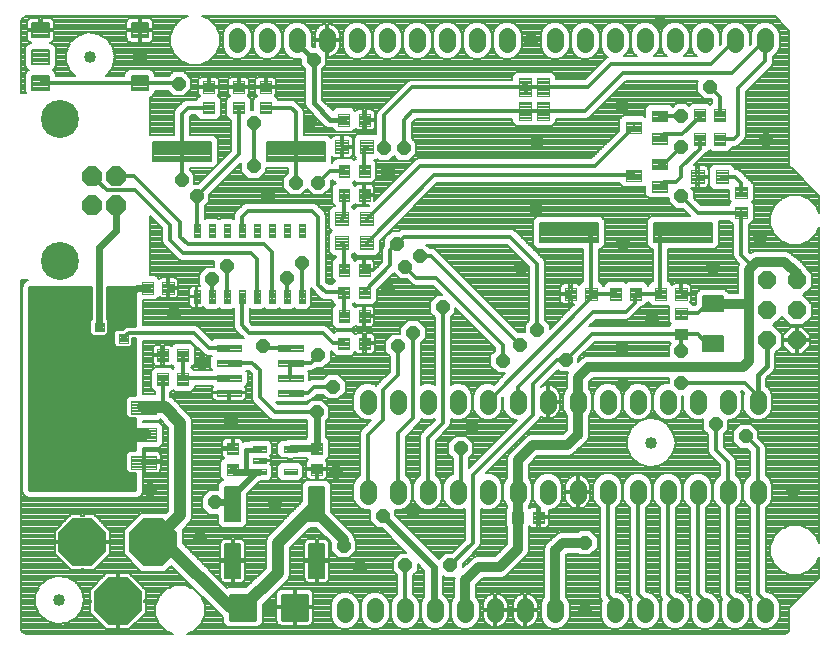
<source format=gtl>
G75*
G70*
%OFA0B0*%
%FSLAX25Y25*%
%IPPOS*%
%LPD*%
%AMOC8*
5,1,8,0,0,1.08239X$1,22.5*
%
%ADD10C,0.05600*%
%ADD11OC8,0.06102*%
%ADD12C,0.00413*%
%ADD13C,0.00551*%
%ADD14C,0.00472*%
%ADD15C,0.00945*%
%ADD16OC8,0.15748*%
%ADD17C,0.07677*%
%ADD18C,0.04000*%
%ADD19OC8,0.06600*%
%ADD20C,0.12661*%
%ADD21C,0.00480*%
%ADD22C,0.00866*%
%ADD23C,0.00403*%
%ADD24C,0.00827*%
%ADD25C,0.00390*%
%ADD26C,0.00402*%
%ADD27C,0.00700*%
%ADD28C,0.00394*%
%ADD29C,0.00460*%
%ADD30C,0.02000*%
%ADD31C,0.04000*%
%ADD32C,0.03200*%
%ADD33C,0.01600*%
%ADD34C,0.02400*%
%ADD35OC8,0.04400*%
%ADD36C,0.01200*%
%ADD37C,0.00800*%
D10*
X0136461Y0011850D02*
X0136461Y0014650D01*
X0146461Y0014650D02*
X0146461Y0011850D01*
X0156461Y0011850D02*
X0156461Y0014650D01*
X0166461Y0014650D02*
X0166461Y0011850D01*
X0176461Y0011850D02*
X0176461Y0014650D01*
X0186461Y0014650D02*
X0186461Y0011850D01*
X0196461Y0011850D02*
X0196461Y0014650D01*
X0206461Y0014650D02*
X0206461Y0011850D01*
X0226461Y0011850D02*
X0226461Y0014650D01*
X0236461Y0014650D02*
X0236461Y0011850D01*
X0246461Y0011850D02*
X0246461Y0014650D01*
X0256461Y0014650D02*
X0256461Y0011850D01*
X0266461Y0011850D02*
X0266461Y0014650D01*
X0276461Y0014650D02*
X0276461Y0011850D01*
X0273961Y0051350D02*
X0273961Y0054150D01*
X0263961Y0054150D02*
X0263961Y0051350D01*
X0253961Y0051350D02*
X0253961Y0054150D01*
X0243961Y0054150D02*
X0243961Y0051350D01*
X0233961Y0051350D02*
X0233961Y0054150D01*
X0223961Y0054150D02*
X0223961Y0051350D01*
X0213961Y0051350D02*
X0213961Y0054150D01*
X0203961Y0054150D02*
X0203961Y0051350D01*
X0193961Y0051350D02*
X0193961Y0054150D01*
X0183961Y0054150D02*
X0183961Y0051350D01*
X0173961Y0051350D02*
X0173961Y0054150D01*
X0163961Y0054150D02*
X0163961Y0051350D01*
X0153961Y0051350D02*
X0153961Y0054150D01*
X0143961Y0054150D02*
X0143961Y0051350D01*
X0143961Y0081350D02*
X0143961Y0084150D01*
X0153961Y0084150D02*
X0153961Y0081350D01*
X0163961Y0081350D02*
X0163961Y0084150D01*
X0173961Y0084150D02*
X0173961Y0081350D01*
X0183961Y0081350D02*
X0183961Y0084150D01*
X0193961Y0084150D02*
X0193961Y0081350D01*
X0203961Y0081350D02*
X0203961Y0084150D01*
X0213961Y0084150D02*
X0213961Y0081350D01*
X0223961Y0081350D02*
X0223961Y0084150D01*
X0233961Y0084150D02*
X0233961Y0081350D01*
X0243961Y0081350D02*
X0243961Y0084150D01*
X0253961Y0084150D02*
X0253961Y0081350D01*
X0263961Y0081350D02*
X0263961Y0084150D01*
X0273961Y0084150D02*
X0273961Y0081350D01*
X0276461Y0201850D02*
X0276461Y0204650D01*
X0266461Y0204650D02*
X0266461Y0201850D01*
X0256461Y0201850D02*
X0256461Y0204650D01*
X0246461Y0204650D02*
X0246461Y0201850D01*
X0236461Y0201850D02*
X0236461Y0204650D01*
X0226461Y0204650D02*
X0226461Y0201850D01*
X0216461Y0201850D02*
X0216461Y0204650D01*
X0206461Y0204650D02*
X0206461Y0201850D01*
X0190461Y0201850D02*
X0190461Y0204650D01*
X0180461Y0204650D02*
X0180461Y0201850D01*
X0170461Y0201850D02*
X0170461Y0204650D01*
X0160461Y0204650D02*
X0160461Y0201850D01*
X0150461Y0201850D02*
X0150461Y0204650D01*
X0140461Y0204650D02*
X0140461Y0201850D01*
X0130461Y0201850D02*
X0130461Y0204650D01*
X0120461Y0204650D02*
X0120461Y0201850D01*
X0110461Y0201850D02*
X0110461Y0204650D01*
X0100461Y0204650D02*
X0100461Y0201850D01*
D11*
X0276961Y0123250D03*
X0286961Y0123250D03*
X0286961Y0113250D03*
X0276961Y0113250D03*
X0276961Y0103250D03*
X0286961Y0103250D03*
D12*
X0250267Y0116830D02*
X0246545Y0116830D01*
X0246545Y0120670D01*
X0250267Y0120670D01*
X0250267Y0116830D01*
X0250267Y0117242D02*
X0246545Y0117242D01*
X0246545Y0117654D02*
X0250267Y0117654D01*
X0250267Y0118066D02*
X0246545Y0118066D01*
X0246545Y0118478D02*
X0250267Y0118478D01*
X0250267Y0118890D02*
X0246545Y0118890D01*
X0246545Y0119302D02*
X0250267Y0119302D01*
X0250267Y0119714D02*
X0246545Y0119714D01*
X0246545Y0120126D02*
X0250267Y0120126D01*
X0250267Y0120538D02*
X0246545Y0120538D01*
X0243377Y0116830D02*
X0239655Y0116830D01*
X0239655Y0120670D01*
X0243377Y0120670D01*
X0243377Y0116830D01*
X0243377Y0117242D02*
X0239655Y0117242D01*
X0239655Y0117654D02*
X0243377Y0117654D01*
X0243377Y0118066D02*
X0239655Y0118066D01*
X0239655Y0118478D02*
X0243377Y0118478D01*
X0243377Y0118890D02*
X0239655Y0118890D01*
X0239655Y0119302D02*
X0243377Y0119302D01*
X0243377Y0119714D02*
X0239655Y0119714D01*
X0239655Y0120126D02*
X0243377Y0120126D01*
X0243377Y0120538D02*
X0239655Y0120538D01*
X0220267Y0120670D02*
X0216545Y0120670D01*
X0220267Y0120670D02*
X0220267Y0116830D01*
X0216545Y0116830D01*
X0216545Y0120670D01*
X0216545Y0117242D02*
X0220267Y0117242D01*
X0220267Y0117654D02*
X0216545Y0117654D01*
X0216545Y0118066D02*
X0220267Y0118066D01*
X0220267Y0118478D02*
X0216545Y0118478D01*
X0216545Y0118890D02*
X0220267Y0118890D01*
X0220267Y0119302D02*
X0216545Y0119302D01*
X0216545Y0119714D02*
X0220267Y0119714D01*
X0220267Y0120126D02*
X0216545Y0120126D01*
X0216545Y0120538D02*
X0220267Y0120538D01*
X0213377Y0120670D02*
X0209655Y0120670D01*
X0213377Y0120670D02*
X0213377Y0116830D01*
X0209655Y0116830D01*
X0209655Y0120670D01*
X0209655Y0117242D02*
X0213377Y0117242D01*
X0213377Y0117654D02*
X0209655Y0117654D01*
X0209655Y0118066D02*
X0213377Y0118066D01*
X0213377Y0118478D02*
X0209655Y0118478D01*
X0209655Y0118890D02*
X0213377Y0118890D01*
X0213377Y0119302D02*
X0209655Y0119302D01*
X0209655Y0119714D02*
X0213377Y0119714D01*
X0213377Y0120126D02*
X0209655Y0120126D01*
X0209655Y0120538D02*
X0213377Y0120538D01*
X0144767Y0117330D02*
X0141045Y0117330D01*
X0141045Y0121170D01*
X0144767Y0121170D01*
X0144767Y0117330D01*
X0144767Y0117742D02*
X0141045Y0117742D01*
X0141045Y0118154D02*
X0144767Y0118154D01*
X0144767Y0118566D02*
X0141045Y0118566D01*
X0141045Y0118978D02*
X0144767Y0118978D01*
X0144767Y0119390D02*
X0141045Y0119390D01*
X0141045Y0119802D02*
X0144767Y0119802D01*
X0144767Y0120214D02*
X0141045Y0120214D01*
X0141045Y0120626D02*
X0144767Y0120626D01*
X0144767Y0121038D02*
X0141045Y0121038D01*
X0137877Y0117330D02*
X0134155Y0117330D01*
X0134155Y0121170D01*
X0137877Y0121170D01*
X0137877Y0117330D01*
X0137877Y0117742D02*
X0134155Y0117742D01*
X0134155Y0118154D02*
X0137877Y0118154D01*
X0137877Y0118566D02*
X0134155Y0118566D01*
X0134155Y0118978D02*
X0137877Y0118978D01*
X0137877Y0119390D02*
X0134155Y0119390D01*
X0134155Y0119802D02*
X0137877Y0119802D01*
X0137877Y0120214D02*
X0134155Y0120214D01*
X0134155Y0120626D02*
X0137877Y0120626D01*
X0137877Y0121038D02*
X0134155Y0121038D01*
X0134155Y0100330D02*
X0137877Y0100330D01*
X0134155Y0100330D02*
X0134155Y0104170D01*
X0137877Y0104170D01*
X0137877Y0100330D01*
X0137877Y0100742D02*
X0134155Y0100742D01*
X0134155Y0101154D02*
X0137877Y0101154D01*
X0137877Y0101566D02*
X0134155Y0101566D01*
X0134155Y0101978D02*
X0137877Y0101978D01*
X0137877Y0102390D02*
X0134155Y0102390D01*
X0134155Y0102802D02*
X0137877Y0102802D01*
X0137877Y0103214D02*
X0134155Y0103214D01*
X0134155Y0103626D02*
X0137877Y0103626D01*
X0137877Y0104038D02*
X0134155Y0104038D01*
X0141045Y0100330D02*
X0144767Y0100330D01*
X0141045Y0100330D02*
X0141045Y0104170D01*
X0144767Y0104170D01*
X0144767Y0100330D01*
X0144767Y0100742D02*
X0141045Y0100742D01*
X0141045Y0101154D02*
X0144767Y0101154D01*
X0144767Y0101566D02*
X0141045Y0101566D01*
X0141045Y0101978D02*
X0144767Y0101978D01*
X0144767Y0102390D02*
X0141045Y0102390D01*
X0141045Y0102802D02*
X0144767Y0102802D01*
X0144767Y0103214D02*
X0141045Y0103214D01*
X0141045Y0103626D02*
X0144767Y0103626D01*
X0144767Y0104038D02*
X0141045Y0104038D01*
X0079267Y0122670D02*
X0075545Y0122670D01*
X0079267Y0122670D02*
X0079267Y0118830D01*
X0075545Y0118830D01*
X0075545Y0122670D01*
X0075545Y0119242D02*
X0079267Y0119242D01*
X0079267Y0119654D02*
X0075545Y0119654D01*
X0075545Y0120066D02*
X0079267Y0120066D01*
X0079267Y0120478D02*
X0075545Y0120478D01*
X0075545Y0120890D02*
X0079267Y0120890D01*
X0079267Y0121302D02*
X0075545Y0121302D01*
X0075545Y0121714D02*
X0079267Y0121714D01*
X0079267Y0122126D02*
X0075545Y0122126D01*
X0075545Y0122538D02*
X0079267Y0122538D01*
X0072377Y0122670D02*
X0068655Y0122670D01*
X0072377Y0122670D02*
X0072377Y0118830D01*
X0068655Y0118830D01*
X0068655Y0122670D01*
X0068655Y0119242D02*
X0072377Y0119242D01*
X0072377Y0119654D02*
X0068655Y0119654D01*
X0068655Y0120066D02*
X0072377Y0120066D01*
X0072377Y0120478D02*
X0068655Y0120478D01*
X0068655Y0120890D02*
X0072377Y0120890D01*
X0072377Y0121302D02*
X0068655Y0121302D01*
X0068655Y0121714D02*
X0072377Y0121714D01*
X0072377Y0122126D02*
X0068655Y0122126D01*
X0068655Y0122538D02*
X0072377Y0122538D01*
X0097041Y0069056D02*
X0097041Y0065334D01*
X0097041Y0069056D02*
X0100881Y0069056D01*
X0100881Y0065334D01*
X0097041Y0065334D01*
X0097041Y0065746D02*
X0100881Y0065746D01*
X0100881Y0066158D02*
X0097041Y0066158D01*
X0097041Y0066570D02*
X0100881Y0066570D01*
X0100881Y0066982D02*
X0097041Y0066982D01*
X0097041Y0067394D02*
X0100881Y0067394D01*
X0100881Y0067806D02*
X0097041Y0067806D01*
X0097041Y0068218D02*
X0100881Y0068218D01*
X0100881Y0068630D02*
X0097041Y0068630D01*
X0097041Y0069042D02*
X0100881Y0069042D01*
X0097041Y0062166D02*
X0097041Y0058444D01*
X0097041Y0062166D02*
X0100881Y0062166D01*
X0100881Y0058444D01*
X0097041Y0058444D01*
X0097041Y0058856D02*
X0100881Y0058856D01*
X0100881Y0059268D02*
X0097041Y0059268D01*
X0097041Y0059680D02*
X0100881Y0059680D01*
X0100881Y0060092D02*
X0097041Y0060092D01*
X0097041Y0060504D02*
X0100881Y0060504D01*
X0100881Y0060916D02*
X0097041Y0060916D01*
X0097041Y0061328D02*
X0100881Y0061328D01*
X0100881Y0061740D02*
X0097041Y0061740D01*
X0097041Y0062152D02*
X0100881Y0062152D01*
X0128881Y0062166D02*
X0128881Y0058444D01*
X0125041Y0058444D01*
X0125041Y0062166D01*
X0128881Y0062166D01*
X0128881Y0058856D02*
X0125041Y0058856D01*
X0125041Y0059268D02*
X0128881Y0059268D01*
X0128881Y0059680D02*
X0125041Y0059680D01*
X0125041Y0060092D02*
X0128881Y0060092D01*
X0128881Y0060504D02*
X0125041Y0060504D01*
X0125041Y0060916D02*
X0128881Y0060916D01*
X0128881Y0061328D02*
X0125041Y0061328D01*
X0125041Y0061740D02*
X0128881Y0061740D01*
X0128881Y0062152D02*
X0125041Y0062152D01*
X0128881Y0065334D02*
X0128881Y0069056D01*
X0128881Y0065334D02*
X0125041Y0065334D01*
X0125041Y0069056D01*
X0128881Y0069056D01*
X0128881Y0065746D02*
X0125041Y0065746D01*
X0125041Y0066158D02*
X0128881Y0066158D01*
X0128881Y0066570D02*
X0125041Y0066570D01*
X0125041Y0066982D02*
X0128881Y0066982D01*
X0128881Y0067394D02*
X0125041Y0067394D01*
X0125041Y0067806D02*
X0128881Y0067806D01*
X0128881Y0068218D02*
X0125041Y0068218D01*
X0125041Y0068630D02*
X0128881Y0068630D01*
X0128881Y0069042D02*
X0125041Y0069042D01*
X0192155Y0046170D02*
X0195877Y0046170D01*
X0195877Y0042330D01*
X0192155Y0042330D01*
X0192155Y0046170D01*
X0192155Y0042742D02*
X0195877Y0042742D01*
X0195877Y0043154D02*
X0192155Y0043154D01*
X0192155Y0043566D02*
X0195877Y0043566D01*
X0195877Y0043978D02*
X0192155Y0043978D01*
X0192155Y0044390D02*
X0195877Y0044390D01*
X0195877Y0044802D02*
X0192155Y0044802D01*
X0192155Y0045214D02*
X0195877Y0045214D01*
X0195877Y0045626D02*
X0192155Y0045626D01*
X0192155Y0046038D02*
X0195877Y0046038D01*
X0199045Y0046170D02*
X0202767Y0046170D01*
X0202767Y0042330D01*
X0199045Y0042330D01*
X0199045Y0046170D01*
X0199045Y0042742D02*
X0202767Y0042742D01*
X0202767Y0043154D02*
X0199045Y0043154D01*
X0199045Y0043566D02*
X0202767Y0043566D01*
X0202767Y0043978D02*
X0199045Y0043978D01*
X0199045Y0044390D02*
X0202767Y0044390D01*
X0202767Y0044802D02*
X0199045Y0044802D01*
X0199045Y0045214D02*
X0202767Y0045214D01*
X0202767Y0045626D02*
X0199045Y0045626D01*
X0199045Y0046038D02*
X0202767Y0046038D01*
X0144767Y0178670D02*
X0141045Y0178670D01*
X0144767Y0178670D02*
X0144767Y0174830D01*
X0141045Y0174830D01*
X0141045Y0178670D01*
X0141045Y0175242D02*
X0144767Y0175242D01*
X0144767Y0175654D02*
X0141045Y0175654D01*
X0141045Y0176066D02*
X0144767Y0176066D01*
X0144767Y0176478D02*
X0141045Y0176478D01*
X0141045Y0176890D02*
X0144767Y0176890D01*
X0144767Y0177302D02*
X0141045Y0177302D01*
X0141045Y0177714D02*
X0144767Y0177714D01*
X0144767Y0178126D02*
X0141045Y0178126D01*
X0141045Y0178538D02*
X0144767Y0178538D01*
X0137877Y0178670D02*
X0134155Y0178670D01*
X0137877Y0178670D02*
X0137877Y0174830D01*
X0134155Y0174830D01*
X0134155Y0178670D01*
X0134155Y0175242D02*
X0137877Y0175242D01*
X0137877Y0175654D02*
X0134155Y0175654D01*
X0134155Y0176066D02*
X0137877Y0176066D01*
X0137877Y0176478D02*
X0134155Y0176478D01*
X0134155Y0176890D02*
X0137877Y0176890D01*
X0137877Y0177302D02*
X0134155Y0177302D01*
X0134155Y0177714D02*
X0137877Y0177714D01*
X0137877Y0178126D02*
X0134155Y0178126D01*
X0134155Y0178538D02*
X0137877Y0178538D01*
X0111881Y0178944D02*
X0111881Y0182666D01*
X0111881Y0178944D02*
X0108041Y0178944D01*
X0108041Y0182666D01*
X0111881Y0182666D01*
X0111881Y0179356D02*
X0108041Y0179356D01*
X0108041Y0179768D02*
X0111881Y0179768D01*
X0111881Y0180180D02*
X0108041Y0180180D01*
X0108041Y0180592D02*
X0111881Y0180592D01*
X0111881Y0181004D02*
X0108041Y0181004D01*
X0108041Y0181416D02*
X0111881Y0181416D01*
X0111881Y0181828D02*
X0108041Y0181828D01*
X0108041Y0182240D02*
X0111881Y0182240D01*
X0111881Y0182652D02*
X0108041Y0182652D01*
X0102881Y0182666D02*
X0102881Y0178944D01*
X0099041Y0178944D01*
X0099041Y0182666D01*
X0102881Y0182666D01*
X0102881Y0179356D02*
X0099041Y0179356D01*
X0099041Y0179768D02*
X0102881Y0179768D01*
X0102881Y0180180D02*
X0099041Y0180180D01*
X0099041Y0180592D02*
X0102881Y0180592D01*
X0102881Y0181004D02*
X0099041Y0181004D01*
X0099041Y0181416D02*
X0102881Y0181416D01*
X0102881Y0181828D02*
X0099041Y0181828D01*
X0099041Y0182240D02*
X0102881Y0182240D01*
X0102881Y0182652D02*
X0099041Y0182652D01*
X0092881Y0182666D02*
X0092881Y0178944D01*
X0089041Y0178944D01*
X0089041Y0182666D01*
X0092881Y0182666D01*
X0092881Y0179356D02*
X0089041Y0179356D01*
X0089041Y0179768D02*
X0092881Y0179768D01*
X0092881Y0180180D02*
X0089041Y0180180D01*
X0089041Y0180592D02*
X0092881Y0180592D01*
X0092881Y0181004D02*
X0089041Y0181004D01*
X0089041Y0181416D02*
X0092881Y0181416D01*
X0092881Y0181828D02*
X0089041Y0181828D01*
X0089041Y0182240D02*
X0092881Y0182240D01*
X0092881Y0182652D02*
X0089041Y0182652D01*
X0092881Y0185834D02*
X0092881Y0189556D01*
X0092881Y0185834D02*
X0089041Y0185834D01*
X0089041Y0189556D01*
X0092881Y0189556D01*
X0092881Y0186246D02*
X0089041Y0186246D01*
X0089041Y0186658D02*
X0092881Y0186658D01*
X0092881Y0187070D02*
X0089041Y0187070D01*
X0089041Y0187482D02*
X0092881Y0187482D01*
X0092881Y0187894D02*
X0089041Y0187894D01*
X0089041Y0188306D02*
X0092881Y0188306D01*
X0092881Y0188718D02*
X0089041Y0188718D01*
X0089041Y0189130D02*
X0092881Y0189130D01*
X0092881Y0189542D02*
X0089041Y0189542D01*
X0102881Y0189556D02*
X0102881Y0185834D01*
X0099041Y0185834D01*
X0099041Y0189556D01*
X0102881Y0189556D01*
X0102881Y0186246D02*
X0099041Y0186246D01*
X0099041Y0186658D02*
X0102881Y0186658D01*
X0102881Y0187070D02*
X0099041Y0187070D01*
X0099041Y0187482D02*
X0102881Y0187482D01*
X0102881Y0187894D02*
X0099041Y0187894D01*
X0099041Y0188306D02*
X0102881Y0188306D01*
X0102881Y0188718D02*
X0099041Y0188718D01*
X0099041Y0189130D02*
X0102881Y0189130D01*
X0102881Y0189542D02*
X0099041Y0189542D01*
X0111881Y0189556D02*
X0111881Y0185834D01*
X0108041Y0185834D01*
X0108041Y0189556D01*
X0111881Y0189556D01*
X0111881Y0186246D02*
X0108041Y0186246D01*
X0108041Y0186658D02*
X0111881Y0186658D01*
X0111881Y0187070D02*
X0108041Y0187070D01*
X0108041Y0187482D02*
X0111881Y0187482D01*
X0111881Y0187894D02*
X0108041Y0187894D01*
X0108041Y0188306D02*
X0111881Y0188306D01*
X0111881Y0188718D02*
X0108041Y0188718D01*
X0108041Y0189130D02*
X0111881Y0189130D01*
X0111881Y0189542D02*
X0108041Y0189542D01*
D13*
X0255693Y0117924D02*
X0255693Y0112962D01*
X0255693Y0117924D02*
X0262229Y0117924D01*
X0262229Y0112962D01*
X0255693Y0112962D01*
X0255693Y0113512D02*
X0262229Y0113512D01*
X0262229Y0114062D02*
X0255693Y0114062D01*
X0255693Y0114612D02*
X0262229Y0114612D01*
X0262229Y0115162D02*
X0255693Y0115162D01*
X0255693Y0115712D02*
X0262229Y0115712D01*
X0262229Y0116262D02*
X0255693Y0116262D01*
X0255693Y0116812D02*
X0262229Y0116812D01*
X0262229Y0117362D02*
X0255693Y0117362D01*
X0255693Y0117912D02*
X0262229Y0117912D01*
X0255693Y0104538D02*
X0255693Y0099576D01*
X0255693Y0104538D02*
X0262229Y0104538D01*
X0262229Y0099576D01*
X0255693Y0099576D01*
X0255693Y0100126D02*
X0262229Y0100126D01*
X0262229Y0100676D02*
X0255693Y0100676D01*
X0255693Y0101226D02*
X0262229Y0101226D01*
X0262229Y0101776D02*
X0255693Y0101776D01*
X0255693Y0102326D02*
X0262229Y0102326D01*
X0262229Y0102876D02*
X0255693Y0102876D01*
X0255693Y0103426D02*
X0262229Y0103426D01*
X0262229Y0103976D02*
X0255693Y0103976D01*
X0255693Y0104526D02*
X0262229Y0104526D01*
X0129442Y0054329D02*
X0129442Y0043069D01*
X0124480Y0043069D01*
X0124480Y0054329D01*
X0129442Y0054329D01*
X0129442Y0043619D02*
X0124480Y0043619D01*
X0124480Y0044169D02*
X0129442Y0044169D01*
X0129442Y0044719D02*
X0124480Y0044719D01*
X0124480Y0045269D02*
X0129442Y0045269D01*
X0129442Y0045819D02*
X0124480Y0045819D01*
X0124480Y0046369D02*
X0129442Y0046369D01*
X0129442Y0046919D02*
X0124480Y0046919D01*
X0124480Y0047469D02*
X0129442Y0047469D01*
X0129442Y0048019D02*
X0124480Y0048019D01*
X0124480Y0048569D02*
X0129442Y0048569D01*
X0129442Y0049119D02*
X0124480Y0049119D01*
X0124480Y0049669D02*
X0129442Y0049669D01*
X0129442Y0050219D02*
X0124480Y0050219D01*
X0124480Y0050769D02*
X0129442Y0050769D01*
X0129442Y0051319D02*
X0124480Y0051319D01*
X0124480Y0051869D02*
X0129442Y0051869D01*
X0129442Y0052419D02*
X0124480Y0052419D01*
X0124480Y0052969D02*
X0129442Y0052969D01*
X0129442Y0053519D02*
X0124480Y0053519D01*
X0124480Y0054069D02*
X0129442Y0054069D01*
X0101442Y0054329D02*
X0101442Y0043069D01*
X0096480Y0043069D01*
X0096480Y0054329D01*
X0101442Y0054329D01*
X0101442Y0043619D02*
X0096480Y0043619D01*
X0096480Y0044169D02*
X0101442Y0044169D01*
X0101442Y0044719D02*
X0096480Y0044719D01*
X0096480Y0045269D02*
X0101442Y0045269D01*
X0101442Y0045819D02*
X0096480Y0045819D01*
X0096480Y0046369D02*
X0101442Y0046369D01*
X0101442Y0046919D02*
X0096480Y0046919D01*
X0096480Y0047469D02*
X0101442Y0047469D01*
X0101442Y0048019D02*
X0096480Y0048019D01*
X0096480Y0048569D02*
X0101442Y0048569D01*
X0101442Y0049119D02*
X0096480Y0049119D01*
X0096480Y0049669D02*
X0101442Y0049669D01*
X0101442Y0050219D02*
X0096480Y0050219D01*
X0096480Y0050769D02*
X0101442Y0050769D01*
X0101442Y0051319D02*
X0096480Y0051319D01*
X0096480Y0051869D02*
X0101442Y0051869D01*
X0101442Y0052419D02*
X0096480Y0052419D01*
X0096480Y0052969D02*
X0101442Y0052969D01*
X0101442Y0053519D02*
X0096480Y0053519D01*
X0096480Y0054069D02*
X0101442Y0054069D01*
X0101442Y0035431D02*
X0101442Y0024171D01*
X0096480Y0024171D01*
X0096480Y0035431D01*
X0101442Y0035431D01*
X0101442Y0024721D02*
X0096480Y0024721D01*
X0096480Y0025271D02*
X0101442Y0025271D01*
X0101442Y0025821D02*
X0096480Y0025821D01*
X0096480Y0026371D02*
X0101442Y0026371D01*
X0101442Y0026921D02*
X0096480Y0026921D01*
X0096480Y0027471D02*
X0101442Y0027471D01*
X0101442Y0028021D02*
X0096480Y0028021D01*
X0096480Y0028571D02*
X0101442Y0028571D01*
X0101442Y0029121D02*
X0096480Y0029121D01*
X0096480Y0029671D02*
X0101442Y0029671D01*
X0101442Y0030221D02*
X0096480Y0030221D01*
X0096480Y0030771D02*
X0101442Y0030771D01*
X0101442Y0031321D02*
X0096480Y0031321D01*
X0096480Y0031871D02*
X0101442Y0031871D01*
X0101442Y0032421D02*
X0096480Y0032421D01*
X0096480Y0032971D02*
X0101442Y0032971D01*
X0101442Y0033521D02*
X0096480Y0033521D01*
X0096480Y0034071D02*
X0101442Y0034071D01*
X0101442Y0034621D02*
X0096480Y0034621D01*
X0096480Y0035171D02*
X0101442Y0035171D01*
X0129442Y0035431D02*
X0129442Y0024171D01*
X0124480Y0024171D01*
X0124480Y0035431D01*
X0129442Y0035431D01*
X0129442Y0024721D02*
X0124480Y0024721D01*
X0124480Y0025271D02*
X0129442Y0025271D01*
X0129442Y0025821D02*
X0124480Y0025821D01*
X0124480Y0026371D02*
X0129442Y0026371D01*
X0129442Y0026921D02*
X0124480Y0026921D01*
X0124480Y0027471D02*
X0129442Y0027471D01*
X0129442Y0028021D02*
X0124480Y0028021D01*
X0124480Y0028571D02*
X0129442Y0028571D01*
X0129442Y0029121D02*
X0124480Y0029121D01*
X0124480Y0029671D02*
X0129442Y0029671D01*
X0129442Y0030221D02*
X0124480Y0030221D01*
X0124480Y0030771D02*
X0129442Y0030771D01*
X0129442Y0031321D02*
X0124480Y0031321D01*
X0124480Y0031871D02*
X0129442Y0031871D01*
X0129442Y0032421D02*
X0124480Y0032421D01*
X0124480Y0032971D02*
X0129442Y0032971D01*
X0129442Y0033521D02*
X0124480Y0033521D01*
X0124480Y0034071D02*
X0129442Y0034071D01*
X0129442Y0034621D02*
X0124480Y0034621D01*
X0124480Y0035171D02*
X0129442Y0035171D01*
D14*
X0137453Y0133624D02*
X0137453Y0137876D01*
X0137453Y0133624D02*
X0133201Y0133624D01*
X0133201Y0137876D01*
X0137453Y0137876D01*
X0137453Y0134095D02*
X0133201Y0134095D01*
X0133201Y0134566D02*
X0137453Y0134566D01*
X0137453Y0135037D02*
X0133201Y0135037D01*
X0133201Y0135508D02*
X0137453Y0135508D01*
X0137453Y0135979D02*
X0133201Y0135979D01*
X0133201Y0136450D02*
X0137453Y0136450D01*
X0137453Y0136921D02*
X0133201Y0136921D01*
X0133201Y0137392D02*
X0137453Y0137392D01*
X0137453Y0137863D02*
X0133201Y0137863D01*
X0137453Y0141624D02*
X0137453Y0145876D01*
X0137453Y0141624D02*
X0133201Y0141624D01*
X0133201Y0145876D01*
X0137453Y0145876D01*
X0137453Y0142095D02*
X0133201Y0142095D01*
X0133201Y0142566D02*
X0137453Y0142566D01*
X0137453Y0143037D02*
X0133201Y0143037D01*
X0133201Y0143508D02*
X0137453Y0143508D01*
X0137453Y0143979D02*
X0133201Y0143979D01*
X0133201Y0144450D02*
X0137453Y0144450D01*
X0137453Y0144921D02*
X0133201Y0144921D01*
X0133201Y0145392D02*
X0137453Y0145392D01*
X0137453Y0145863D02*
X0133201Y0145863D01*
X0145720Y0145876D02*
X0145720Y0141624D01*
X0141468Y0141624D01*
X0141468Y0145876D01*
X0145720Y0145876D01*
X0145720Y0142095D02*
X0141468Y0142095D01*
X0141468Y0142566D02*
X0145720Y0142566D01*
X0145720Y0143037D02*
X0141468Y0143037D01*
X0141468Y0143508D02*
X0145720Y0143508D01*
X0145720Y0143979D02*
X0141468Y0143979D01*
X0141468Y0144450D02*
X0145720Y0144450D01*
X0145720Y0144921D02*
X0141468Y0144921D01*
X0141468Y0145392D02*
X0145720Y0145392D01*
X0145720Y0145863D02*
X0141468Y0145863D01*
X0145720Y0137876D02*
X0145720Y0133624D01*
X0141468Y0133624D01*
X0141468Y0137876D01*
X0145720Y0137876D01*
X0145720Y0134095D02*
X0141468Y0134095D01*
X0141468Y0134566D02*
X0145720Y0134566D01*
X0145720Y0135037D02*
X0141468Y0135037D01*
X0141468Y0135508D02*
X0145720Y0135508D01*
X0145720Y0135979D02*
X0141468Y0135979D01*
X0141468Y0136450D02*
X0145720Y0136450D01*
X0145720Y0136921D02*
X0141468Y0136921D01*
X0141468Y0137392D02*
X0145720Y0137392D01*
X0145720Y0137863D02*
X0141468Y0137863D01*
X0145720Y0165624D02*
X0145720Y0169876D01*
X0145720Y0165624D02*
X0141468Y0165624D01*
X0141468Y0169876D01*
X0145720Y0169876D01*
X0145720Y0166095D02*
X0141468Y0166095D01*
X0141468Y0166566D02*
X0145720Y0166566D01*
X0145720Y0167037D02*
X0141468Y0167037D01*
X0141468Y0167508D02*
X0145720Y0167508D01*
X0145720Y0167979D02*
X0141468Y0167979D01*
X0141468Y0168450D02*
X0145720Y0168450D01*
X0145720Y0168921D02*
X0141468Y0168921D01*
X0141468Y0169392D02*
X0145720Y0169392D01*
X0145720Y0169863D02*
X0141468Y0169863D01*
X0137453Y0169876D02*
X0137453Y0165624D01*
X0133201Y0165624D01*
X0133201Y0169876D01*
X0137453Y0169876D01*
X0137453Y0166095D02*
X0133201Y0166095D01*
X0133201Y0166566D02*
X0137453Y0166566D01*
X0137453Y0167037D02*
X0133201Y0167037D01*
X0133201Y0167508D02*
X0137453Y0167508D01*
X0137453Y0167979D02*
X0133201Y0167979D01*
X0133201Y0168450D02*
X0137453Y0168450D01*
X0137453Y0168921D02*
X0133201Y0168921D01*
X0133201Y0169392D02*
X0137453Y0169392D01*
X0137453Y0169863D02*
X0133201Y0169863D01*
X0255953Y0159876D02*
X0255953Y0155624D01*
X0251701Y0155624D01*
X0251701Y0159876D01*
X0255953Y0159876D01*
X0255953Y0156095D02*
X0251701Y0156095D01*
X0251701Y0156566D02*
X0255953Y0156566D01*
X0255953Y0157037D02*
X0251701Y0157037D01*
X0251701Y0157508D02*
X0255953Y0157508D01*
X0255953Y0157979D02*
X0251701Y0157979D01*
X0251701Y0158450D02*
X0255953Y0158450D01*
X0255953Y0158921D02*
X0251701Y0158921D01*
X0251701Y0159392D02*
X0255953Y0159392D01*
X0255953Y0159863D02*
X0251701Y0159863D01*
X0264220Y0159876D02*
X0264220Y0155624D01*
X0259968Y0155624D01*
X0259968Y0159876D01*
X0264220Y0159876D01*
X0264220Y0156095D02*
X0259968Y0156095D01*
X0259968Y0156566D02*
X0264220Y0156566D01*
X0264220Y0157037D02*
X0259968Y0157037D01*
X0259968Y0157508D02*
X0264220Y0157508D01*
X0264220Y0157979D02*
X0259968Y0157979D01*
X0259968Y0158450D02*
X0264220Y0158450D01*
X0264220Y0158921D02*
X0259968Y0158921D01*
X0259968Y0159392D02*
X0264220Y0159392D01*
X0264220Y0159863D02*
X0259968Y0159863D01*
D15*
X0123874Y0009998D02*
X0115370Y0009998D01*
X0115370Y0018502D01*
X0123874Y0018502D01*
X0123874Y0009998D01*
X0123874Y0010942D02*
X0115370Y0010942D01*
X0115370Y0011886D02*
X0123874Y0011886D01*
X0123874Y0012830D02*
X0115370Y0012830D01*
X0115370Y0013774D02*
X0123874Y0013774D01*
X0123874Y0014718D02*
X0115370Y0014718D01*
X0115370Y0015662D02*
X0123874Y0015662D01*
X0123874Y0016606D02*
X0115370Y0016606D01*
X0115370Y0017550D02*
X0123874Y0017550D01*
X0123874Y0018494D02*
X0115370Y0018494D01*
X0106551Y0009998D02*
X0098047Y0009998D01*
X0098047Y0018502D01*
X0106551Y0018502D01*
X0106551Y0009998D01*
X0106551Y0010942D02*
X0098047Y0010942D01*
X0098047Y0011886D02*
X0106551Y0011886D01*
X0106551Y0012830D02*
X0098047Y0012830D01*
X0098047Y0013774D02*
X0106551Y0013774D01*
X0106551Y0014718D02*
X0098047Y0014718D01*
X0098047Y0015662D02*
X0106551Y0015662D01*
X0106551Y0016606D02*
X0098047Y0016606D01*
X0098047Y0017550D02*
X0106551Y0017550D01*
X0106551Y0018494D02*
X0098047Y0018494D01*
D16*
X0060661Y0016250D03*
X0072461Y0035950D03*
X0048861Y0035950D03*
D17*
X0048861Y0032950D03*
X0048861Y0038950D03*
X0072461Y0038950D03*
X0072461Y0032950D03*
X0063661Y0016250D03*
X0057661Y0016250D03*
D18*
X0041146Y0016675D03*
X0238429Y0069159D03*
X0051461Y0197750D03*
D19*
X0052130Y0158171D03*
X0060004Y0158171D03*
X0060004Y0148329D03*
X0052130Y0148329D03*
D20*
X0041461Y0129628D03*
X0041461Y0176872D03*
D21*
X0073321Y0083010D02*
X0073321Y0078690D01*
X0065001Y0078690D01*
X0065001Y0083010D01*
X0073321Y0083010D01*
X0073321Y0079169D02*
X0065001Y0079169D01*
X0065001Y0079648D02*
X0073321Y0079648D01*
X0073321Y0080127D02*
X0065001Y0080127D01*
X0065001Y0080606D02*
X0073321Y0080606D01*
X0073321Y0081085D02*
X0065001Y0081085D01*
X0065001Y0081564D02*
X0073321Y0081564D01*
X0073321Y0082043D02*
X0065001Y0082043D01*
X0065001Y0082522D02*
X0073321Y0082522D01*
X0073321Y0083001D02*
X0065001Y0083001D01*
X0073321Y0073910D02*
X0073321Y0069590D01*
X0065001Y0069590D01*
X0065001Y0073910D01*
X0073321Y0073910D01*
X0073321Y0070069D02*
X0065001Y0070069D01*
X0065001Y0070548D02*
X0073321Y0070548D01*
X0073321Y0071027D02*
X0065001Y0071027D01*
X0065001Y0071506D02*
X0073321Y0071506D01*
X0073321Y0071985D02*
X0065001Y0071985D01*
X0065001Y0072464D02*
X0073321Y0072464D01*
X0073321Y0072943D02*
X0065001Y0072943D01*
X0065001Y0073422D02*
X0073321Y0073422D01*
X0073321Y0073901D02*
X0065001Y0073901D01*
X0073321Y0064810D02*
X0073321Y0060490D01*
X0065001Y0060490D01*
X0065001Y0064810D01*
X0073321Y0064810D01*
X0073321Y0060969D02*
X0065001Y0060969D01*
X0065001Y0061448D02*
X0073321Y0061448D01*
X0073321Y0061927D02*
X0065001Y0061927D01*
X0065001Y0062406D02*
X0073321Y0062406D01*
X0073321Y0062885D02*
X0065001Y0062885D01*
X0065001Y0063364D02*
X0073321Y0063364D01*
X0073321Y0063843D02*
X0065001Y0063843D01*
X0065001Y0064322D02*
X0073321Y0064322D01*
X0073321Y0064801D02*
X0065001Y0064801D01*
D22*
X0048657Y0065097D02*
X0048657Y0078403D01*
X0048657Y0065097D02*
X0040863Y0065097D01*
X0040863Y0078403D01*
X0048657Y0078403D01*
X0048657Y0065962D02*
X0040863Y0065962D01*
X0040863Y0066827D02*
X0048657Y0066827D01*
X0048657Y0067692D02*
X0040863Y0067692D01*
X0040863Y0068557D02*
X0048657Y0068557D01*
X0048657Y0069422D02*
X0040863Y0069422D01*
X0040863Y0070287D02*
X0048657Y0070287D01*
X0048657Y0071152D02*
X0040863Y0071152D01*
X0040863Y0072017D02*
X0048657Y0072017D01*
X0048657Y0072882D02*
X0040863Y0072882D01*
X0040863Y0073747D02*
X0048657Y0073747D01*
X0048657Y0074612D02*
X0040863Y0074612D01*
X0040863Y0075477D02*
X0048657Y0075477D01*
X0048657Y0076342D02*
X0040863Y0076342D01*
X0040863Y0077207D02*
X0048657Y0077207D01*
X0048657Y0078072D02*
X0040863Y0078072D01*
D23*
X0060912Y0102501D02*
X0060912Y0105199D01*
X0064010Y0105199D01*
X0064010Y0102501D01*
X0060912Y0102501D01*
X0060912Y0102903D02*
X0064010Y0102903D01*
X0064010Y0103305D02*
X0060912Y0103305D01*
X0060912Y0103707D02*
X0064010Y0103707D01*
X0064010Y0104109D02*
X0060912Y0104109D01*
X0060912Y0104511D02*
X0064010Y0104511D01*
X0064010Y0104913D02*
X0060912Y0104913D01*
X0052912Y0106301D02*
X0052912Y0108999D01*
X0056010Y0108999D01*
X0056010Y0106301D01*
X0052912Y0106301D01*
X0052912Y0106703D02*
X0056010Y0106703D01*
X0056010Y0107105D02*
X0052912Y0107105D01*
X0052912Y0107507D02*
X0056010Y0107507D01*
X0056010Y0107909D02*
X0052912Y0107909D01*
X0052912Y0108311D02*
X0056010Y0108311D01*
X0056010Y0108713D02*
X0052912Y0108713D01*
X0060912Y0110101D02*
X0060912Y0112799D01*
X0064010Y0112799D01*
X0064010Y0110101D01*
X0060912Y0110101D01*
X0060912Y0110503D02*
X0064010Y0110503D01*
X0064010Y0110905D02*
X0060912Y0110905D01*
X0060912Y0111307D02*
X0064010Y0111307D01*
X0064010Y0111709D02*
X0060912Y0111709D01*
X0060912Y0112111D02*
X0064010Y0112111D01*
X0064010Y0112513D02*
X0060912Y0112513D01*
D24*
X0065260Y0186549D02*
X0070732Y0186549D01*
X0065260Y0186549D02*
X0065260Y0191235D01*
X0070732Y0191235D01*
X0070732Y0186549D01*
X0070732Y0187375D02*
X0065260Y0187375D01*
X0065260Y0188201D02*
X0070732Y0188201D01*
X0070732Y0189027D02*
X0065260Y0189027D01*
X0065260Y0189853D02*
X0070732Y0189853D01*
X0070732Y0190679D02*
X0065260Y0190679D01*
X0037661Y0186549D02*
X0032189Y0186549D01*
X0032189Y0191235D01*
X0037661Y0191235D01*
X0037661Y0186549D01*
X0037661Y0187375D02*
X0032189Y0187375D01*
X0032189Y0188201D02*
X0037661Y0188201D01*
X0037661Y0189027D02*
X0032189Y0189027D01*
X0032189Y0189853D02*
X0037661Y0189853D01*
X0037661Y0190679D02*
X0032189Y0190679D01*
X0032189Y0195407D02*
X0037661Y0195407D01*
X0032189Y0195407D02*
X0032189Y0200093D01*
X0037661Y0200093D01*
X0037661Y0195407D01*
X0037661Y0196233D02*
X0032189Y0196233D01*
X0032189Y0197059D02*
X0037661Y0197059D01*
X0037661Y0197885D02*
X0032189Y0197885D01*
X0032189Y0198711D02*
X0037661Y0198711D01*
X0037661Y0199537D02*
X0032189Y0199537D01*
X0032189Y0204265D02*
X0037661Y0204265D01*
X0032189Y0204265D02*
X0032189Y0208951D01*
X0037661Y0208951D01*
X0037661Y0204265D01*
X0037661Y0205091D02*
X0032189Y0205091D01*
X0032189Y0205917D02*
X0037661Y0205917D01*
X0037661Y0206743D02*
X0032189Y0206743D01*
X0032189Y0207569D02*
X0037661Y0207569D01*
X0037661Y0208395D02*
X0032189Y0208395D01*
X0065260Y0204265D02*
X0070732Y0204265D01*
X0065260Y0204265D02*
X0065260Y0208951D01*
X0070732Y0208951D01*
X0070732Y0204265D01*
X0070732Y0205091D02*
X0065260Y0205091D01*
X0065260Y0205917D02*
X0070732Y0205917D01*
X0070732Y0206743D02*
X0065260Y0206743D01*
X0065260Y0207569D02*
X0070732Y0207569D01*
X0070732Y0208395D02*
X0065260Y0208395D01*
D25*
X0105676Y0067877D02*
X0105676Y0066103D01*
X0105676Y0067877D02*
X0110010Y0067877D01*
X0110010Y0066103D01*
X0105676Y0066103D01*
X0105676Y0066492D02*
X0110010Y0066492D01*
X0110010Y0066881D02*
X0105676Y0066881D01*
X0105676Y0067270D02*
X0110010Y0067270D01*
X0110010Y0067659D02*
X0105676Y0067659D01*
X0105676Y0064137D02*
X0105676Y0062363D01*
X0105676Y0064137D02*
X0110010Y0064137D01*
X0110010Y0062363D01*
X0105676Y0062363D01*
X0105676Y0062752D02*
X0110010Y0062752D01*
X0110010Y0063141D02*
X0105676Y0063141D01*
X0105676Y0063530D02*
X0110010Y0063530D01*
X0110010Y0063919D02*
X0105676Y0063919D01*
X0105676Y0060397D02*
X0105676Y0058623D01*
X0105676Y0060397D02*
X0110010Y0060397D01*
X0110010Y0058623D01*
X0105676Y0058623D01*
X0105676Y0059012D02*
X0110010Y0059012D01*
X0110010Y0059401D02*
X0105676Y0059401D01*
X0105676Y0059790D02*
X0110010Y0059790D01*
X0110010Y0060179D02*
X0105676Y0060179D01*
X0115912Y0060397D02*
X0115912Y0058623D01*
X0115912Y0060397D02*
X0120246Y0060397D01*
X0120246Y0058623D01*
X0115912Y0058623D01*
X0115912Y0059012D02*
X0120246Y0059012D01*
X0120246Y0059401D02*
X0115912Y0059401D01*
X0115912Y0059790D02*
X0120246Y0059790D01*
X0120246Y0060179D02*
X0115912Y0060179D01*
X0115912Y0066103D02*
X0115912Y0067877D01*
X0120246Y0067877D01*
X0120246Y0066103D01*
X0115912Y0066103D01*
X0115912Y0066492D02*
X0120246Y0066492D01*
X0120246Y0066881D02*
X0115912Y0066881D01*
X0115912Y0067270D02*
X0120246Y0067270D01*
X0120246Y0067659D02*
X0115912Y0067659D01*
D26*
X0114068Y0084770D02*
X0114068Y0086730D01*
X0122326Y0086730D01*
X0122326Y0084770D01*
X0114068Y0084770D01*
X0114068Y0085171D02*
X0122326Y0085171D01*
X0122326Y0085572D02*
X0114068Y0085572D01*
X0114068Y0085973D02*
X0122326Y0085973D01*
X0122326Y0086374D02*
X0114068Y0086374D01*
X0114068Y0089770D02*
X0114068Y0091730D01*
X0122326Y0091730D01*
X0122326Y0089770D01*
X0114068Y0089770D01*
X0114068Y0090171D02*
X0122326Y0090171D01*
X0122326Y0090572D02*
X0114068Y0090572D01*
X0114068Y0090973D02*
X0122326Y0090973D01*
X0122326Y0091374D02*
X0114068Y0091374D01*
X0093595Y0091730D02*
X0093595Y0089770D01*
X0093595Y0091730D02*
X0101853Y0091730D01*
X0101853Y0089770D01*
X0093595Y0089770D01*
X0093595Y0090171D02*
X0101853Y0090171D01*
X0101853Y0090572D02*
X0093595Y0090572D01*
X0093595Y0090973D02*
X0101853Y0090973D01*
X0101853Y0091374D02*
X0093595Y0091374D01*
X0093595Y0086730D02*
X0093595Y0084770D01*
X0093595Y0086730D02*
X0101853Y0086730D01*
X0101853Y0084770D01*
X0093595Y0084770D01*
X0093595Y0085171D02*
X0101853Y0085171D01*
X0101853Y0085572D02*
X0093595Y0085572D01*
X0093595Y0085973D02*
X0101853Y0085973D01*
X0101853Y0086374D02*
X0093595Y0086374D01*
X0093595Y0094770D02*
X0093595Y0096730D01*
X0101853Y0096730D01*
X0101853Y0094770D01*
X0093595Y0094770D01*
X0093595Y0095171D02*
X0101853Y0095171D01*
X0101853Y0095572D02*
X0093595Y0095572D01*
X0093595Y0095973D02*
X0101853Y0095973D01*
X0101853Y0096374D02*
X0093595Y0096374D01*
X0093595Y0099770D02*
X0093595Y0101730D01*
X0101853Y0101730D01*
X0101853Y0099770D01*
X0093595Y0099770D01*
X0093595Y0100171D02*
X0101853Y0100171D01*
X0101853Y0100572D02*
X0093595Y0100572D01*
X0093595Y0100973D02*
X0101853Y0100973D01*
X0101853Y0101374D02*
X0093595Y0101374D01*
X0114068Y0101730D02*
X0114068Y0099770D01*
X0114068Y0101730D02*
X0122326Y0101730D01*
X0122326Y0099770D01*
X0114068Y0099770D01*
X0114068Y0100171D02*
X0122326Y0100171D01*
X0122326Y0100572D02*
X0114068Y0100572D01*
X0114068Y0100973D02*
X0122326Y0100973D01*
X0122326Y0101374D02*
X0114068Y0101374D01*
X0114068Y0096730D02*
X0114068Y0094770D01*
X0114068Y0096730D02*
X0122326Y0096730D01*
X0122326Y0094770D01*
X0114068Y0094770D01*
X0114068Y0095171D02*
X0122326Y0095171D01*
X0122326Y0095572D02*
X0114068Y0095572D01*
X0114068Y0095973D02*
X0122326Y0095973D01*
X0122326Y0096374D02*
X0114068Y0096374D01*
X0112941Y0115565D02*
X0110981Y0115565D01*
X0110981Y0119887D01*
X0112941Y0119887D01*
X0112941Y0115565D01*
X0112941Y0115966D02*
X0110981Y0115966D01*
X0110981Y0116367D02*
X0112941Y0116367D01*
X0112941Y0116768D02*
X0110981Y0116768D01*
X0110981Y0117169D02*
X0112941Y0117169D01*
X0112941Y0117570D02*
X0110981Y0117570D01*
X0110981Y0117971D02*
X0112941Y0117971D01*
X0112941Y0118372D02*
X0110981Y0118372D01*
X0110981Y0118773D02*
X0112941Y0118773D01*
X0112941Y0119174D02*
X0110981Y0119174D01*
X0110981Y0119575D02*
X0112941Y0119575D01*
X0115981Y0115565D02*
X0117941Y0115565D01*
X0115981Y0115565D02*
X0115981Y0119887D01*
X0117941Y0119887D01*
X0117941Y0115565D01*
X0117941Y0115966D02*
X0115981Y0115966D01*
X0115981Y0116367D02*
X0117941Y0116367D01*
X0117941Y0116768D02*
X0115981Y0116768D01*
X0115981Y0117169D02*
X0117941Y0117169D01*
X0117941Y0117570D02*
X0115981Y0117570D01*
X0115981Y0117971D02*
X0117941Y0117971D01*
X0117941Y0118372D02*
X0115981Y0118372D01*
X0115981Y0118773D02*
X0117941Y0118773D01*
X0117941Y0119174D02*
X0115981Y0119174D01*
X0115981Y0119575D02*
X0117941Y0119575D01*
X0120981Y0115565D02*
X0122941Y0115565D01*
X0120981Y0115565D02*
X0120981Y0119887D01*
X0122941Y0119887D01*
X0122941Y0115565D01*
X0122941Y0115966D02*
X0120981Y0115966D01*
X0120981Y0116367D02*
X0122941Y0116367D01*
X0122941Y0116768D02*
X0120981Y0116768D01*
X0120981Y0117169D02*
X0122941Y0117169D01*
X0122941Y0117570D02*
X0120981Y0117570D01*
X0120981Y0117971D02*
X0122941Y0117971D01*
X0122941Y0118372D02*
X0120981Y0118372D01*
X0120981Y0118773D02*
X0122941Y0118773D01*
X0122941Y0119174D02*
X0120981Y0119174D01*
X0120981Y0119575D02*
X0122941Y0119575D01*
X0107941Y0115565D02*
X0105981Y0115565D01*
X0105981Y0119887D01*
X0107941Y0119887D01*
X0107941Y0115565D01*
X0107941Y0115966D02*
X0105981Y0115966D01*
X0105981Y0116367D02*
X0107941Y0116367D01*
X0107941Y0116768D02*
X0105981Y0116768D01*
X0105981Y0117169D02*
X0107941Y0117169D01*
X0107941Y0117570D02*
X0105981Y0117570D01*
X0105981Y0117971D02*
X0107941Y0117971D01*
X0107941Y0118372D02*
X0105981Y0118372D01*
X0105981Y0118773D02*
X0107941Y0118773D01*
X0107941Y0119174D02*
X0105981Y0119174D01*
X0105981Y0119575D02*
X0107941Y0119575D01*
X0102941Y0115565D02*
X0100981Y0115565D01*
X0100981Y0119887D01*
X0102941Y0119887D01*
X0102941Y0115565D01*
X0102941Y0115966D02*
X0100981Y0115966D01*
X0100981Y0116367D02*
X0102941Y0116367D01*
X0102941Y0116768D02*
X0100981Y0116768D01*
X0100981Y0117169D02*
X0102941Y0117169D01*
X0102941Y0117570D02*
X0100981Y0117570D01*
X0100981Y0117971D02*
X0102941Y0117971D01*
X0102941Y0118372D02*
X0100981Y0118372D01*
X0100981Y0118773D02*
X0102941Y0118773D01*
X0102941Y0119174D02*
X0100981Y0119174D01*
X0100981Y0119575D02*
X0102941Y0119575D01*
X0097941Y0115565D02*
X0095981Y0115565D01*
X0095981Y0119887D01*
X0097941Y0119887D01*
X0097941Y0115565D01*
X0097941Y0115966D02*
X0095981Y0115966D01*
X0095981Y0116367D02*
X0097941Y0116367D01*
X0097941Y0116768D02*
X0095981Y0116768D01*
X0095981Y0117169D02*
X0097941Y0117169D01*
X0097941Y0117570D02*
X0095981Y0117570D01*
X0095981Y0117971D02*
X0097941Y0117971D01*
X0097941Y0118372D02*
X0095981Y0118372D01*
X0095981Y0118773D02*
X0097941Y0118773D01*
X0097941Y0119174D02*
X0095981Y0119174D01*
X0095981Y0119575D02*
X0097941Y0119575D01*
X0092941Y0115565D02*
X0090981Y0115565D01*
X0090981Y0119887D01*
X0092941Y0119887D01*
X0092941Y0115565D01*
X0092941Y0115966D02*
X0090981Y0115966D01*
X0090981Y0116367D02*
X0092941Y0116367D01*
X0092941Y0116768D02*
X0090981Y0116768D01*
X0090981Y0117169D02*
X0092941Y0117169D01*
X0092941Y0117570D02*
X0090981Y0117570D01*
X0090981Y0117971D02*
X0092941Y0117971D01*
X0092941Y0118372D02*
X0090981Y0118372D01*
X0090981Y0118773D02*
X0092941Y0118773D01*
X0092941Y0119174D02*
X0090981Y0119174D01*
X0090981Y0119575D02*
X0092941Y0119575D01*
X0087941Y0115565D02*
X0085981Y0115565D01*
X0085981Y0119887D01*
X0087941Y0119887D01*
X0087941Y0115565D01*
X0087941Y0115966D02*
X0085981Y0115966D01*
X0085981Y0116367D02*
X0087941Y0116367D01*
X0087941Y0116768D02*
X0085981Y0116768D01*
X0085981Y0117169D02*
X0087941Y0117169D01*
X0087941Y0117570D02*
X0085981Y0117570D01*
X0085981Y0117971D02*
X0087941Y0117971D01*
X0087941Y0118372D02*
X0085981Y0118372D01*
X0085981Y0118773D02*
X0087941Y0118773D01*
X0087941Y0119174D02*
X0085981Y0119174D01*
X0085981Y0119575D02*
X0087941Y0119575D01*
X0087941Y0137613D02*
X0085981Y0137613D01*
X0085981Y0141935D01*
X0087941Y0141935D01*
X0087941Y0137613D01*
X0087941Y0138014D02*
X0085981Y0138014D01*
X0085981Y0138415D02*
X0087941Y0138415D01*
X0087941Y0138816D02*
X0085981Y0138816D01*
X0085981Y0139217D02*
X0087941Y0139217D01*
X0087941Y0139618D02*
X0085981Y0139618D01*
X0085981Y0140019D02*
X0087941Y0140019D01*
X0087941Y0140420D02*
X0085981Y0140420D01*
X0085981Y0140821D02*
X0087941Y0140821D01*
X0087941Y0141222D02*
X0085981Y0141222D01*
X0085981Y0141623D02*
X0087941Y0141623D01*
X0090981Y0137613D02*
X0092941Y0137613D01*
X0090981Y0137613D02*
X0090981Y0141935D01*
X0092941Y0141935D01*
X0092941Y0137613D01*
X0092941Y0138014D02*
X0090981Y0138014D01*
X0090981Y0138415D02*
X0092941Y0138415D01*
X0092941Y0138816D02*
X0090981Y0138816D01*
X0090981Y0139217D02*
X0092941Y0139217D01*
X0092941Y0139618D02*
X0090981Y0139618D01*
X0090981Y0140019D02*
X0092941Y0140019D01*
X0092941Y0140420D02*
X0090981Y0140420D01*
X0090981Y0140821D02*
X0092941Y0140821D01*
X0092941Y0141222D02*
X0090981Y0141222D01*
X0090981Y0141623D02*
X0092941Y0141623D01*
X0095981Y0137613D02*
X0097941Y0137613D01*
X0095981Y0137613D02*
X0095981Y0141935D01*
X0097941Y0141935D01*
X0097941Y0137613D01*
X0097941Y0138014D02*
X0095981Y0138014D01*
X0095981Y0138415D02*
X0097941Y0138415D01*
X0097941Y0138816D02*
X0095981Y0138816D01*
X0095981Y0139217D02*
X0097941Y0139217D01*
X0097941Y0139618D02*
X0095981Y0139618D01*
X0095981Y0140019D02*
X0097941Y0140019D01*
X0097941Y0140420D02*
X0095981Y0140420D01*
X0095981Y0140821D02*
X0097941Y0140821D01*
X0097941Y0141222D02*
X0095981Y0141222D01*
X0095981Y0141623D02*
X0097941Y0141623D01*
X0100981Y0137613D02*
X0102941Y0137613D01*
X0100981Y0137613D02*
X0100981Y0141935D01*
X0102941Y0141935D01*
X0102941Y0137613D01*
X0102941Y0138014D02*
X0100981Y0138014D01*
X0100981Y0138415D02*
X0102941Y0138415D01*
X0102941Y0138816D02*
X0100981Y0138816D01*
X0100981Y0139217D02*
X0102941Y0139217D01*
X0102941Y0139618D02*
X0100981Y0139618D01*
X0100981Y0140019D02*
X0102941Y0140019D01*
X0102941Y0140420D02*
X0100981Y0140420D01*
X0100981Y0140821D02*
X0102941Y0140821D01*
X0102941Y0141222D02*
X0100981Y0141222D01*
X0100981Y0141623D02*
X0102941Y0141623D01*
X0105981Y0137613D02*
X0107941Y0137613D01*
X0105981Y0137613D02*
X0105981Y0141935D01*
X0107941Y0141935D01*
X0107941Y0137613D01*
X0107941Y0138014D02*
X0105981Y0138014D01*
X0105981Y0138415D02*
X0107941Y0138415D01*
X0107941Y0138816D02*
X0105981Y0138816D01*
X0105981Y0139217D02*
X0107941Y0139217D01*
X0107941Y0139618D02*
X0105981Y0139618D01*
X0105981Y0140019D02*
X0107941Y0140019D01*
X0107941Y0140420D02*
X0105981Y0140420D01*
X0105981Y0140821D02*
X0107941Y0140821D01*
X0107941Y0141222D02*
X0105981Y0141222D01*
X0105981Y0141623D02*
X0107941Y0141623D01*
X0110981Y0137613D02*
X0112941Y0137613D01*
X0110981Y0137613D02*
X0110981Y0141935D01*
X0112941Y0141935D01*
X0112941Y0137613D01*
X0112941Y0138014D02*
X0110981Y0138014D01*
X0110981Y0138415D02*
X0112941Y0138415D01*
X0112941Y0138816D02*
X0110981Y0138816D01*
X0110981Y0139217D02*
X0112941Y0139217D01*
X0112941Y0139618D02*
X0110981Y0139618D01*
X0110981Y0140019D02*
X0112941Y0140019D01*
X0112941Y0140420D02*
X0110981Y0140420D01*
X0110981Y0140821D02*
X0112941Y0140821D01*
X0112941Y0141222D02*
X0110981Y0141222D01*
X0110981Y0141623D02*
X0112941Y0141623D01*
X0115981Y0137613D02*
X0117941Y0137613D01*
X0115981Y0137613D02*
X0115981Y0141935D01*
X0117941Y0141935D01*
X0117941Y0137613D01*
X0117941Y0138014D02*
X0115981Y0138014D01*
X0115981Y0138415D02*
X0117941Y0138415D01*
X0117941Y0138816D02*
X0115981Y0138816D01*
X0115981Y0139217D02*
X0117941Y0139217D01*
X0117941Y0139618D02*
X0115981Y0139618D01*
X0115981Y0140019D02*
X0117941Y0140019D01*
X0117941Y0140420D02*
X0115981Y0140420D01*
X0115981Y0140821D02*
X0117941Y0140821D01*
X0117941Y0141222D02*
X0115981Y0141222D01*
X0115981Y0141623D02*
X0117941Y0141623D01*
X0120981Y0137613D02*
X0122941Y0137613D01*
X0120981Y0137613D02*
X0120981Y0141935D01*
X0122941Y0141935D01*
X0122941Y0137613D01*
X0122941Y0138014D02*
X0120981Y0138014D01*
X0120981Y0138415D02*
X0122941Y0138415D01*
X0122941Y0138816D02*
X0120981Y0138816D01*
X0120981Y0139217D02*
X0122941Y0139217D01*
X0122941Y0139618D02*
X0120981Y0139618D01*
X0120981Y0140019D02*
X0122941Y0140019D01*
X0122941Y0140420D02*
X0120981Y0140420D01*
X0120981Y0140821D02*
X0122941Y0140821D01*
X0122941Y0141222D02*
X0120981Y0141222D01*
X0120981Y0141623D02*
X0122941Y0141623D01*
D27*
X0129611Y0169400D02*
X0110311Y0169400D01*
X0129611Y0169400D02*
X0129611Y0163100D01*
X0110311Y0163100D01*
X0110311Y0169400D01*
X0110311Y0163799D02*
X0129611Y0163799D01*
X0129611Y0164498D02*
X0110311Y0164498D01*
X0110311Y0165197D02*
X0129611Y0165197D01*
X0129611Y0165896D02*
X0110311Y0165896D01*
X0110311Y0166595D02*
X0129611Y0166595D01*
X0129611Y0167294D02*
X0110311Y0167294D01*
X0110311Y0167993D02*
X0129611Y0167993D01*
X0129611Y0168692D02*
X0110311Y0168692D01*
X0110311Y0169391D02*
X0129611Y0169391D01*
X0091611Y0169400D02*
X0072311Y0169400D01*
X0091611Y0169400D02*
X0091611Y0163100D01*
X0072311Y0163100D01*
X0072311Y0169400D01*
X0072311Y0163799D02*
X0091611Y0163799D01*
X0091611Y0164498D02*
X0072311Y0164498D01*
X0072311Y0165197D02*
X0091611Y0165197D01*
X0091611Y0165896D02*
X0072311Y0165896D01*
X0072311Y0166595D02*
X0091611Y0166595D01*
X0091611Y0167294D02*
X0072311Y0167294D01*
X0072311Y0167993D02*
X0091611Y0167993D01*
X0091611Y0168692D02*
X0072311Y0168692D01*
X0072311Y0169391D02*
X0091611Y0169391D01*
X0201311Y0142400D02*
X0220611Y0142400D01*
X0220611Y0136100D01*
X0201311Y0136100D01*
X0201311Y0142400D01*
X0201311Y0136799D02*
X0220611Y0136799D01*
X0220611Y0137498D02*
X0201311Y0137498D01*
X0201311Y0138197D02*
X0220611Y0138197D01*
X0220611Y0138896D02*
X0201311Y0138896D01*
X0201311Y0139595D02*
X0220611Y0139595D01*
X0220611Y0140294D02*
X0201311Y0140294D01*
X0201311Y0140993D02*
X0220611Y0140993D01*
X0220611Y0141692D02*
X0201311Y0141692D01*
X0201311Y0142391D02*
X0220611Y0142391D01*
X0239311Y0142400D02*
X0258611Y0142400D01*
X0258611Y0136100D01*
X0239311Y0136100D01*
X0239311Y0142400D01*
X0239311Y0136799D02*
X0258611Y0136799D01*
X0258611Y0137498D02*
X0239311Y0137498D01*
X0239311Y0138197D02*
X0258611Y0138197D01*
X0258611Y0138896D02*
X0239311Y0138896D01*
X0239311Y0139595D02*
X0258611Y0139595D01*
X0258611Y0140294D02*
X0239311Y0140294D01*
X0239311Y0140993D02*
X0258611Y0140993D01*
X0258611Y0141692D02*
X0239311Y0141692D01*
X0239311Y0142391D02*
X0258611Y0142391D01*
D28*
X0266493Y0144133D02*
X0266493Y0147675D01*
X0270429Y0147675D01*
X0270429Y0144133D01*
X0266493Y0144133D01*
X0266493Y0144526D02*
X0270429Y0144526D01*
X0270429Y0144919D02*
X0266493Y0144919D01*
X0266493Y0145312D02*
X0270429Y0145312D01*
X0270429Y0145705D02*
X0266493Y0145705D01*
X0266493Y0146098D02*
X0270429Y0146098D01*
X0270429Y0146491D02*
X0266493Y0146491D01*
X0266493Y0146884D02*
X0270429Y0146884D01*
X0270429Y0147277D02*
X0266493Y0147277D01*
X0266493Y0147670D02*
X0270429Y0147670D01*
X0266493Y0150825D02*
X0266493Y0154367D01*
X0270429Y0154367D01*
X0270429Y0150825D01*
X0266493Y0150825D01*
X0266493Y0151218D02*
X0270429Y0151218D01*
X0270429Y0151611D02*
X0266493Y0151611D01*
X0266493Y0152004D02*
X0270429Y0152004D01*
X0270429Y0152397D02*
X0266493Y0152397D01*
X0266493Y0152790D02*
X0270429Y0152790D01*
X0270429Y0153183D02*
X0266493Y0153183D01*
X0266493Y0153576D02*
X0270429Y0153576D01*
X0270429Y0153969D02*
X0266493Y0153969D01*
X0266493Y0154362D02*
X0270429Y0154362D01*
X0243850Y0152739D02*
X0243850Y0156281D01*
X0243850Y0152739D02*
X0238732Y0152739D01*
X0238732Y0156281D01*
X0243850Y0156281D01*
X0243850Y0153132D02*
X0238732Y0153132D01*
X0238732Y0153525D02*
X0243850Y0153525D01*
X0243850Y0153918D02*
X0238732Y0153918D01*
X0238732Y0154311D02*
X0243850Y0154311D01*
X0243850Y0154704D02*
X0238732Y0154704D01*
X0238732Y0155097D02*
X0243850Y0155097D01*
X0243850Y0155490D02*
X0238732Y0155490D01*
X0238732Y0155883D02*
X0243850Y0155883D01*
X0243850Y0156276D02*
X0238732Y0156276D01*
X0243850Y0160219D02*
X0243850Y0163761D01*
X0243850Y0160219D02*
X0238732Y0160219D01*
X0238732Y0163761D01*
X0243850Y0163761D01*
X0243850Y0160612D02*
X0238732Y0160612D01*
X0238732Y0161005D02*
X0243850Y0161005D01*
X0243850Y0161398D02*
X0238732Y0161398D01*
X0238732Y0161791D02*
X0243850Y0161791D01*
X0243850Y0162184D02*
X0238732Y0162184D01*
X0238732Y0162577D02*
X0243850Y0162577D01*
X0243850Y0162970D02*
X0238732Y0162970D01*
X0238732Y0163363D02*
X0243850Y0163363D01*
X0243850Y0163756D02*
X0238732Y0163756D01*
X0243850Y0168739D02*
X0243850Y0172281D01*
X0243850Y0168739D02*
X0238732Y0168739D01*
X0238732Y0172281D01*
X0243850Y0172281D01*
X0243850Y0169132D02*
X0238732Y0169132D01*
X0238732Y0169525D02*
X0243850Y0169525D01*
X0243850Y0169918D02*
X0238732Y0169918D01*
X0238732Y0170311D02*
X0243850Y0170311D01*
X0243850Y0170704D02*
X0238732Y0170704D01*
X0238732Y0171097D02*
X0243850Y0171097D01*
X0243850Y0171490D02*
X0238732Y0171490D01*
X0238732Y0171883D02*
X0243850Y0171883D01*
X0243850Y0172276D02*
X0238732Y0172276D01*
X0235189Y0172479D02*
X0235189Y0176021D01*
X0235189Y0172479D02*
X0230071Y0172479D01*
X0230071Y0176021D01*
X0235189Y0176021D01*
X0235189Y0172872D02*
X0230071Y0172872D01*
X0230071Y0173265D02*
X0235189Y0173265D01*
X0235189Y0173658D02*
X0230071Y0173658D01*
X0230071Y0174051D02*
X0235189Y0174051D01*
X0235189Y0174444D02*
X0230071Y0174444D01*
X0230071Y0174837D02*
X0235189Y0174837D01*
X0235189Y0175230D02*
X0230071Y0175230D01*
X0230071Y0175623D02*
X0235189Y0175623D01*
X0235189Y0176016D02*
X0230071Y0176016D01*
X0243850Y0176219D02*
X0243850Y0179761D01*
X0243850Y0176219D02*
X0238732Y0176219D01*
X0238732Y0179761D01*
X0243850Y0179761D01*
X0243850Y0176612D02*
X0238732Y0176612D01*
X0238732Y0177005D02*
X0243850Y0177005D01*
X0243850Y0177398D02*
X0238732Y0177398D01*
X0238732Y0177791D02*
X0243850Y0177791D01*
X0243850Y0178184D02*
X0238732Y0178184D01*
X0238732Y0178577D02*
X0243850Y0178577D01*
X0243850Y0178970D02*
X0238732Y0178970D01*
X0238732Y0179363D02*
X0243850Y0179363D01*
X0243850Y0179756D02*
X0238732Y0179756D01*
X0252843Y0180218D02*
X0256385Y0180218D01*
X0256385Y0176282D01*
X0252843Y0176282D01*
X0252843Y0180218D01*
X0252843Y0176675D02*
X0256385Y0176675D01*
X0256385Y0177068D02*
X0252843Y0177068D01*
X0252843Y0177461D02*
X0256385Y0177461D01*
X0256385Y0177854D02*
X0252843Y0177854D01*
X0252843Y0178247D02*
X0256385Y0178247D01*
X0256385Y0178640D02*
X0252843Y0178640D01*
X0252843Y0179033D02*
X0256385Y0179033D01*
X0256385Y0179426D02*
X0252843Y0179426D01*
X0252843Y0179819D02*
X0256385Y0179819D01*
X0256385Y0180212D02*
X0252843Y0180212D01*
X0259536Y0180218D02*
X0263078Y0180218D01*
X0263078Y0176282D01*
X0259536Y0176282D01*
X0259536Y0180218D01*
X0259536Y0176675D02*
X0263078Y0176675D01*
X0263078Y0177068D02*
X0259536Y0177068D01*
X0259536Y0177461D02*
X0263078Y0177461D01*
X0263078Y0177854D02*
X0259536Y0177854D01*
X0259536Y0178247D02*
X0263078Y0178247D01*
X0263078Y0178640D02*
X0259536Y0178640D01*
X0259536Y0179033D02*
X0263078Y0179033D01*
X0263078Y0179426D02*
X0259536Y0179426D01*
X0259536Y0179819D02*
X0263078Y0179819D01*
X0263078Y0180212D02*
X0259536Y0180212D01*
X0259536Y0172218D02*
X0263078Y0172218D01*
X0263078Y0168282D01*
X0259536Y0168282D01*
X0259536Y0172218D01*
X0259536Y0168675D02*
X0263078Y0168675D01*
X0263078Y0169068D02*
X0259536Y0169068D01*
X0259536Y0169461D02*
X0263078Y0169461D01*
X0263078Y0169854D02*
X0259536Y0169854D01*
X0259536Y0170247D02*
X0263078Y0170247D01*
X0263078Y0170640D02*
X0259536Y0170640D01*
X0259536Y0171033D02*
X0263078Y0171033D01*
X0263078Y0171426D02*
X0259536Y0171426D01*
X0259536Y0171819D02*
X0263078Y0171819D01*
X0263078Y0172212D02*
X0259536Y0172212D01*
X0256385Y0172218D02*
X0252843Y0172218D01*
X0256385Y0172218D02*
X0256385Y0168282D01*
X0252843Y0168282D01*
X0252843Y0172218D01*
X0252843Y0168675D02*
X0256385Y0168675D01*
X0256385Y0169068D02*
X0252843Y0169068D01*
X0252843Y0169461D02*
X0256385Y0169461D01*
X0256385Y0169854D02*
X0252843Y0169854D01*
X0252843Y0170247D02*
X0256385Y0170247D01*
X0256385Y0170640D02*
X0252843Y0170640D01*
X0252843Y0171033D02*
X0256385Y0171033D01*
X0256385Y0171426D02*
X0252843Y0171426D01*
X0252843Y0171819D02*
X0256385Y0171819D01*
X0256385Y0172212D02*
X0252843Y0172212D01*
X0235189Y0160021D02*
X0235189Y0156479D01*
X0230071Y0156479D01*
X0230071Y0160021D01*
X0235189Y0160021D01*
X0235189Y0156872D02*
X0230071Y0156872D01*
X0230071Y0157265D02*
X0235189Y0157265D01*
X0235189Y0157658D02*
X0230071Y0157658D01*
X0230071Y0158051D02*
X0235189Y0158051D01*
X0235189Y0158444D02*
X0230071Y0158444D01*
X0230071Y0158837D02*
X0235189Y0158837D01*
X0235189Y0159230D02*
X0230071Y0159230D01*
X0230071Y0159623D02*
X0235189Y0159623D01*
X0235189Y0160016D02*
X0230071Y0160016D01*
X0144578Y0161718D02*
X0141036Y0161718D01*
X0144578Y0161718D02*
X0144578Y0157782D01*
X0141036Y0157782D01*
X0141036Y0161718D01*
X0141036Y0158175D02*
X0144578Y0158175D01*
X0144578Y0158568D02*
X0141036Y0158568D01*
X0141036Y0158961D02*
X0144578Y0158961D01*
X0144578Y0159354D02*
X0141036Y0159354D01*
X0141036Y0159747D02*
X0144578Y0159747D01*
X0144578Y0160140D02*
X0141036Y0160140D01*
X0141036Y0160533D02*
X0144578Y0160533D01*
X0144578Y0160926D02*
X0141036Y0160926D01*
X0141036Y0161319D02*
X0144578Y0161319D01*
X0144578Y0161712D02*
X0141036Y0161712D01*
X0137885Y0161718D02*
X0134343Y0161718D01*
X0137885Y0161718D02*
X0137885Y0157782D01*
X0134343Y0157782D01*
X0134343Y0161718D01*
X0134343Y0158175D02*
X0137885Y0158175D01*
X0137885Y0158568D02*
X0134343Y0158568D01*
X0134343Y0158961D02*
X0137885Y0158961D01*
X0137885Y0159354D02*
X0134343Y0159354D01*
X0134343Y0159747D02*
X0137885Y0159747D01*
X0137885Y0160140D02*
X0134343Y0160140D01*
X0134343Y0160533D02*
X0137885Y0160533D01*
X0137885Y0160926D02*
X0134343Y0160926D01*
X0134343Y0161319D02*
X0137885Y0161319D01*
X0137885Y0161712D02*
X0134343Y0161712D01*
X0134343Y0153718D02*
X0137885Y0153718D01*
X0137885Y0149782D01*
X0134343Y0149782D01*
X0134343Y0153718D01*
X0134343Y0150175D02*
X0137885Y0150175D01*
X0137885Y0150568D02*
X0134343Y0150568D01*
X0134343Y0150961D02*
X0137885Y0150961D01*
X0137885Y0151354D02*
X0134343Y0151354D01*
X0134343Y0151747D02*
X0137885Y0151747D01*
X0137885Y0152140D02*
X0134343Y0152140D01*
X0134343Y0152533D02*
X0137885Y0152533D01*
X0137885Y0152926D02*
X0134343Y0152926D01*
X0134343Y0153319D02*
X0137885Y0153319D01*
X0137885Y0153712D02*
X0134343Y0153712D01*
X0141036Y0153718D02*
X0144578Y0153718D01*
X0144578Y0149782D01*
X0141036Y0149782D01*
X0141036Y0153718D01*
X0141036Y0150175D02*
X0144578Y0150175D01*
X0144578Y0150568D02*
X0141036Y0150568D01*
X0141036Y0150961D02*
X0144578Y0150961D01*
X0144578Y0151354D02*
X0141036Y0151354D01*
X0141036Y0151747D02*
X0144578Y0151747D01*
X0144578Y0152140D02*
X0141036Y0152140D01*
X0141036Y0152533D02*
X0144578Y0152533D01*
X0144578Y0152926D02*
X0141036Y0152926D01*
X0141036Y0153319D02*
X0144578Y0153319D01*
X0144578Y0153712D02*
X0141036Y0153712D01*
X0141036Y0128718D02*
X0144578Y0128718D01*
X0144578Y0124782D01*
X0141036Y0124782D01*
X0141036Y0128718D01*
X0141036Y0125175D02*
X0144578Y0125175D01*
X0144578Y0125568D02*
X0141036Y0125568D01*
X0141036Y0125961D02*
X0144578Y0125961D01*
X0144578Y0126354D02*
X0141036Y0126354D01*
X0141036Y0126747D02*
X0144578Y0126747D01*
X0144578Y0127140D02*
X0141036Y0127140D01*
X0141036Y0127533D02*
X0144578Y0127533D01*
X0144578Y0127926D02*
X0141036Y0127926D01*
X0141036Y0128319D02*
X0144578Y0128319D01*
X0144578Y0128712D02*
X0141036Y0128712D01*
X0137885Y0128718D02*
X0134343Y0128718D01*
X0137885Y0128718D02*
X0137885Y0124782D01*
X0134343Y0124782D01*
X0134343Y0128718D01*
X0134343Y0125175D02*
X0137885Y0125175D01*
X0137885Y0125568D02*
X0134343Y0125568D01*
X0134343Y0125961D02*
X0137885Y0125961D01*
X0137885Y0126354D02*
X0134343Y0126354D01*
X0134343Y0126747D02*
X0137885Y0126747D01*
X0137885Y0127140D02*
X0134343Y0127140D01*
X0134343Y0127533D02*
X0137885Y0127533D01*
X0137885Y0127926D02*
X0134343Y0127926D01*
X0134343Y0128319D02*
X0137885Y0128319D01*
X0137885Y0128712D02*
X0134343Y0128712D01*
X0134343Y0113218D02*
X0137885Y0113218D01*
X0137885Y0109282D01*
X0134343Y0109282D01*
X0134343Y0113218D01*
X0134343Y0109675D02*
X0137885Y0109675D01*
X0137885Y0110068D02*
X0134343Y0110068D01*
X0134343Y0110461D02*
X0137885Y0110461D01*
X0137885Y0110854D02*
X0134343Y0110854D01*
X0134343Y0111247D02*
X0137885Y0111247D01*
X0137885Y0111640D02*
X0134343Y0111640D01*
X0134343Y0112033D02*
X0137885Y0112033D01*
X0137885Y0112426D02*
X0134343Y0112426D01*
X0134343Y0112819D02*
X0137885Y0112819D01*
X0137885Y0113212D02*
X0134343Y0113212D01*
X0141036Y0113218D02*
X0144578Y0113218D01*
X0144578Y0109282D01*
X0141036Y0109282D01*
X0141036Y0113218D01*
X0141036Y0109675D02*
X0144578Y0109675D01*
X0144578Y0110068D02*
X0141036Y0110068D01*
X0141036Y0110461D02*
X0144578Y0110461D01*
X0144578Y0110854D02*
X0141036Y0110854D01*
X0141036Y0111247D02*
X0144578Y0111247D01*
X0144578Y0111640D02*
X0141036Y0111640D01*
X0141036Y0112033D02*
X0144578Y0112033D01*
X0144578Y0112426D02*
X0141036Y0112426D01*
X0141036Y0112819D02*
X0144578Y0112819D01*
X0144578Y0113212D02*
X0141036Y0113212D01*
X0084078Y0096282D02*
X0080536Y0096282D01*
X0080536Y0100218D01*
X0084078Y0100218D01*
X0084078Y0096282D01*
X0084078Y0096675D02*
X0080536Y0096675D01*
X0080536Y0097068D02*
X0084078Y0097068D01*
X0084078Y0097461D02*
X0080536Y0097461D01*
X0080536Y0097854D02*
X0084078Y0097854D01*
X0084078Y0098247D02*
X0080536Y0098247D01*
X0080536Y0098640D02*
X0084078Y0098640D01*
X0084078Y0099033D02*
X0080536Y0099033D01*
X0080536Y0099426D02*
X0084078Y0099426D01*
X0084078Y0099819D02*
X0080536Y0099819D01*
X0080536Y0100212D02*
X0084078Y0100212D01*
X0077385Y0096282D02*
X0073843Y0096282D01*
X0073843Y0100218D01*
X0077385Y0100218D01*
X0077385Y0096282D01*
X0077385Y0096675D02*
X0073843Y0096675D01*
X0073843Y0097068D02*
X0077385Y0097068D01*
X0077385Y0097461D02*
X0073843Y0097461D01*
X0073843Y0097854D02*
X0077385Y0097854D01*
X0077385Y0098247D02*
X0073843Y0098247D01*
X0073843Y0098640D02*
X0077385Y0098640D01*
X0077385Y0099033D02*
X0073843Y0099033D01*
X0073843Y0099426D02*
X0077385Y0099426D01*
X0077385Y0099819D02*
X0073843Y0099819D01*
X0073843Y0100212D02*
X0077385Y0100212D01*
X0077385Y0092218D02*
X0073843Y0092218D01*
X0077385Y0092218D02*
X0077385Y0088282D01*
X0073843Y0088282D01*
X0073843Y0092218D01*
X0073843Y0088675D02*
X0077385Y0088675D01*
X0077385Y0089068D02*
X0073843Y0089068D01*
X0073843Y0089461D02*
X0077385Y0089461D01*
X0077385Y0089854D02*
X0073843Y0089854D01*
X0073843Y0090247D02*
X0077385Y0090247D01*
X0077385Y0090640D02*
X0073843Y0090640D01*
X0073843Y0091033D02*
X0077385Y0091033D01*
X0077385Y0091426D02*
X0073843Y0091426D01*
X0073843Y0091819D02*
X0077385Y0091819D01*
X0077385Y0092212D02*
X0073843Y0092212D01*
X0080536Y0092218D02*
X0084078Y0092218D01*
X0084078Y0088282D01*
X0080536Y0088282D01*
X0080536Y0092218D01*
X0080536Y0088675D02*
X0084078Y0088675D01*
X0084078Y0089068D02*
X0080536Y0089068D01*
X0080536Y0089461D02*
X0084078Y0089461D01*
X0084078Y0089854D02*
X0080536Y0089854D01*
X0080536Y0090247D02*
X0084078Y0090247D01*
X0084078Y0090640D02*
X0080536Y0090640D01*
X0080536Y0091033D02*
X0084078Y0091033D01*
X0084078Y0091426D02*
X0080536Y0091426D01*
X0080536Y0091819D02*
X0084078Y0091819D01*
X0084078Y0092212D02*
X0080536Y0092212D01*
X0224843Y0120718D02*
X0228385Y0120718D01*
X0228385Y0116782D01*
X0224843Y0116782D01*
X0224843Y0120718D01*
X0224843Y0117175D02*
X0228385Y0117175D01*
X0228385Y0117568D02*
X0224843Y0117568D01*
X0224843Y0117961D02*
X0228385Y0117961D01*
X0228385Y0118354D02*
X0224843Y0118354D01*
X0224843Y0118747D02*
X0228385Y0118747D01*
X0228385Y0119140D02*
X0224843Y0119140D01*
X0224843Y0119533D02*
X0228385Y0119533D01*
X0228385Y0119926D02*
X0224843Y0119926D01*
X0224843Y0120319D02*
X0228385Y0120319D01*
X0228385Y0120712D02*
X0224843Y0120712D01*
X0231536Y0120718D02*
X0235078Y0120718D01*
X0235078Y0116782D01*
X0231536Y0116782D01*
X0231536Y0120718D01*
X0231536Y0117175D02*
X0235078Y0117175D01*
X0235078Y0117568D02*
X0231536Y0117568D01*
X0231536Y0117961D02*
X0235078Y0117961D01*
X0235078Y0118354D02*
X0231536Y0118354D01*
X0231536Y0118747D02*
X0235078Y0118747D01*
X0235078Y0119140D02*
X0231536Y0119140D01*
X0231536Y0119533D02*
X0235078Y0119533D01*
X0235078Y0119926D02*
X0231536Y0119926D01*
X0231536Y0120319D02*
X0235078Y0120319D01*
X0235078Y0120712D02*
X0231536Y0120712D01*
X0250429Y0113867D02*
X0250429Y0110325D01*
X0246493Y0110325D01*
X0246493Y0113867D01*
X0250429Y0113867D01*
X0250429Y0110718D02*
X0246493Y0110718D01*
X0246493Y0111111D02*
X0250429Y0111111D01*
X0250429Y0111504D02*
X0246493Y0111504D01*
X0246493Y0111897D02*
X0250429Y0111897D01*
X0250429Y0112290D02*
X0246493Y0112290D01*
X0246493Y0112683D02*
X0250429Y0112683D01*
X0250429Y0113076D02*
X0246493Y0113076D01*
X0246493Y0113469D02*
X0250429Y0113469D01*
X0250429Y0113862D02*
X0246493Y0113862D01*
X0250429Y0107175D02*
X0250429Y0103633D01*
X0246493Y0103633D01*
X0246493Y0107175D01*
X0250429Y0107175D01*
X0250429Y0104026D02*
X0246493Y0104026D01*
X0246493Y0104419D02*
X0250429Y0104419D01*
X0250429Y0104812D02*
X0246493Y0104812D01*
X0246493Y0105205D02*
X0250429Y0105205D01*
X0250429Y0105598D02*
X0246493Y0105598D01*
X0246493Y0105991D02*
X0250429Y0105991D01*
X0250429Y0106384D02*
X0246493Y0106384D01*
X0246493Y0106777D02*
X0250429Y0106777D01*
X0250429Y0107170D02*
X0246493Y0107170D01*
D29*
X0204531Y0182670D02*
X0200391Y0182670D01*
X0204531Y0182670D02*
X0204531Y0176830D01*
X0200391Y0176830D01*
X0200391Y0182670D01*
X0200391Y0177289D02*
X0204531Y0177289D01*
X0204531Y0177748D02*
X0200391Y0177748D01*
X0200391Y0178207D02*
X0204531Y0178207D01*
X0204531Y0178666D02*
X0200391Y0178666D01*
X0200391Y0179125D02*
X0204531Y0179125D01*
X0204531Y0179584D02*
X0200391Y0179584D01*
X0200391Y0180043D02*
X0204531Y0180043D01*
X0204531Y0180502D02*
X0200391Y0180502D01*
X0200391Y0180961D02*
X0204531Y0180961D01*
X0204531Y0181420D02*
X0200391Y0181420D01*
X0200391Y0181879D02*
X0204531Y0181879D01*
X0204531Y0182338D02*
X0200391Y0182338D01*
X0198531Y0182670D02*
X0194391Y0182670D01*
X0198531Y0182670D02*
X0198531Y0176830D01*
X0194391Y0176830D01*
X0194391Y0182670D01*
X0194391Y0177289D02*
X0198531Y0177289D01*
X0198531Y0177748D02*
X0194391Y0177748D01*
X0194391Y0178207D02*
X0198531Y0178207D01*
X0198531Y0178666D02*
X0194391Y0178666D01*
X0194391Y0179125D02*
X0198531Y0179125D01*
X0198531Y0179584D02*
X0194391Y0179584D01*
X0194391Y0180043D02*
X0198531Y0180043D01*
X0198531Y0180502D02*
X0194391Y0180502D01*
X0194391Y0180961D02*
X0198531Y0180961D01*
X0198531Y0181420D02*
X0194391Y0181420D01*
X0194391Y0181879D02*
X0198531Y0181879D01*
X0198531Y0182338D02*
X0194391Y0182338D01*
X0194391Y0184730D02*
X0198531Y0184730D01*
X0194391Y0184730D02*
X0194391Y0190570D01*
X0198531Y0190570D01*
X0198531Y0184730D01*
X0198531Y0185189D02*
X0194391Y0185189D01*
X0194391Y0185648D02*
X0198531Y0185648D01*
X0198531Y0186107D02*
X0194391Y0186107D01*
X0194391Y0186566D02*
X0198531Y0186566D01*
X0198531Y0187025D02*
X0194391Y0187025D01*
X0194391Y0187484D02*
X0198531Y0187484D01*
X0198531Y0187943D02*
X0194391Y0187943D01*
X0194391Y0188402D02*
X0198531Y0188402D01*
X0198531Y0188861D02*
X0194391Y0188861D01*
X0194391Y0189320D02*
X0198531Y0189320D01*
X0198531Y0189779D02*
X0194391Y0189779D01*
X0194391Y0190238D02*
X0198531Y0190238D01*
X0200391Y0184730D02*
X0204531Y0184730D01*
X0200391Y0184730D02*
X0200391Y0190570D01*
X0204531Y0190570D01*
X0204531Y0184730D01*
X0204531Y0185189D02*
X0200391Y0185189D01*
X0200391Y0185648D02*
X0204531Y0185648D01*
X0204531Y0186107D02*
X0200391Y0186107D01*
X0200391Y0186566D02*
X0204531Y0186566D01*
X0204531Y0187025D02*
X0200391Y0187025D01*
X0200391Y0187484D02*
X0204531Y0187484D01*
X0204531Y0187943D02*
X0200391Y0187943D01*
X0200391Y0188402D02*
X0204531Y0188402D01*
X0204531Y0188861D02*
X0200391Y0188861D01*
X0200391Y0189320D02*
X0204531Y0189320D01*
X0204531Y0189779D02*
X0200391Y0189779D01*
X0200391Y0190238D02*
X0204531Y0190238D01*
D30*
X0286461Y0123250D02*
X0286961Y0123250D01*
X0069861Y0071850D02*
X0069161Y0071750D01*
D31*
X0069861Y0071850D02*
X0049561Y0071850D01*
X0049461Y0071750D01*
X0044760Y0071750D01*
X0069161Y0080850D02*
X0075461Y0080850D01*
X0076361Y0080850D01*
X0081461Y0075750D01*
X0081461Y0044950D01*
X0072461Y0035950D01*
X0072661Y0035750D01*
X0076461Y0035750D01*
X0097961Y0014250D01*
X0102299Y0014250D01*
X0102461Y0014250D01*
X0113961Y0025750D01*
X0113961Y0035699D01*
X0126961Y0048699D01*
X0127012Y0048250D02*
X0127012Y0045801D01*
X0126961Y0045750D01*
D32*
X0135961Y0036750D01*
X0135961Y0034750D01*
X0176461Y0023250D02*
X0180961Y0027750D01*
X0187961Y0027750D01*
X0193961Y0033750D01*
X0193961Y0043250D01*
X0194016Y0044250D01*
X0193961Y0048250D01*
X0193961Y0052750D01*
X0193961Y0063250D01*
X0198961Y0068250D01*
X0210461Y0068250D01*
X0213961Y0071750D01*
X0213961Y0082750D01*
X0213961Y0090750D01*
X0217461Y0094250D01*
X0268961Y0094250D01*
X0270961Y0096250D01*
X0270961Y0119250D01*
X0271068Y0115443D01*
X0258961Y0115443D01*
X0270961Y0119250D02*
X0270961Y0126750D01*
X0272211Y0128000D01*
X0273661Y0129450D01*
X0282761Y0129450D01*
X0286961Y0125750D01*
X0286961Y0123250D01*
X0286961Y0123104D01*
X0216461Y0035750D02*
X0208961Y0035750D01*
X0206461Y0033250D01*
X0206461Y0013250D01*
X0176461Y0013250D02*
X0176461Y0023250D01*
D33*
X0193961Y0043250D02*
X0193201Y0043990D01*
X0107843Y0066990D02*
X0107602Y0066750D01*
X0103461Y0066750D01*
X0103461Y0059510D01*
X0273961Y0082750D02*
X0273961Y0084750D01*
X0273961Y0091750D01*
X0277012Y0094801D01*
X0276961Y0103250D01*
X0136016Y0176750D02*
X0131461Y0176750D01*
X0125961Y0182250D01*
X0125961Y0196750D01*
X0120461Y0202250D01*
X0120461Y0203250D01*
D34*
X0060004Y0148329D02*
X0059961Y0148285D01*
X0059961Y0139750D01*
X0054461Y0134250D01*
X0054461Y0107650D01*
X0062461Y0111450D02*
X0062461Y0116250D01*
X0066961Y0120750D01*
X0070516Y0120750D01*
X0069961Y0120250D01*
X0126961Y0079250D02*
X0126961Y0067195D01*
X0118339Y0067250D01*
X0118079Y0066990D01*
X0107843Y0059510D02*
X0103461Y0059510D01*
X0099701Y0059510D01*
X0098961Y0060305D01*
X0106720Y0059510D02*
X0107843Y0059510D01*
X0106720Y0059510D02*
X0098961Y0051750D01*
X0098961Y0048699D01*
X0100409Y0049250D01*
X0092961Y0049250D01*
X0126961Y0048699D02*
X0127012Y0048250D01*
X0148961Y0044750D02*
X0165961Y0027750D01*
X0165961Y0013750D01*
X0166461Y0013250D01*
X0194016Y0044250D02*
X0194114Y0046096D01*
X0193961Y0048250D01*
D35*
X0216461Y0035750D03*
X0171461Y0028250D03*
X0156461Y0028250D03*
X0141461Y0027750D03*
X0135961Y0034750D03*
X0148961Y0044750D03*
X0159061Y0046350D03*
X0133461Y0059250D03*
X0112961Y0048750D03*
X0092961Y0049250D03*
X0071461Y0053250D03*
X0061461Y0055750D03*
X0056461Y0063250D03*
X0046461Y0060750D03*
X0036461Y0055750D03*
X0036461Y0071750D03*
X0056461Y0080750D03*
X0046461Y0083250D03*
X0036461Y0088250D03*
X0053961Y0098250D03*
X0079361Y0112350D03*
X0091961Y0123550D03*
X0096961Y0128150D03*
X0116961Y0123950D03*
X0121961Y0128950D03*
X0150861Y0120350D03*
X0156461Y0127750D03*
X0161461Y0131250D03*
X0153711Y0135500D03*
X0110861Y0151450D03*
X0119961Y0155750D03*
X0127461Y0155750D03*
X0150561Y0159350D03*
X0149461Y0167250D03*
X0155961Y0167250D03*
X0124861Y0176150D03*
X0105961Y0175750D03*
X0105961Y0161250D03*
X0081961Y0156750D03*
X0086961Y0151250D03*
X0168961Y0114250D03*
X0159061Y0105750D03*
X0153961Y0101250D03*
X0127461Y0098250D03*
X0108961Y0101250D03*
X0088861Y0095750D03*
X0132461Y0087750D03*
X0126961Y0079250D03*
X0098361Y0076350D03*
X0174961Y0067250D03*
X0178661Y0074450D03*
X0228961Y0088250D03*
X0248461Y0088950D03*
X0248461Y0099750D03*
X0228861Y0100550D03*
X0209961Y0096750D03*
X0194711Y0101700D03*
X0189011Y0096500D03*
X0200461Y0106750D03*
X0238861Y0110350D03*
X0258961Y0127250D03*
X0274561Y0137350D03*
X0248461Y0151250D03*
X0229061Y0135350D03*
X0200061Y0146850D03*
X0195161Y0127450D03*
X0200261Y0169250D03*
X0228861Y0181250D03*
X0248461Y0178050D03*
X0248461Y0167650D03*
X0276561Y0169850D03*
X0257961Y0187750D03*
X0241461Y0208950D03*
X0198461Y0203250D03*
X0125961Y0196750D03*
X0080961Y0188750D03*
X0067961Y0197750D03*
X0259961Y0075250D03*
X0269961Y0071250D03*
X0285561Y0052850D03*
X0216461Y0013250D03*
X0111061Y0014350D03*
X0088061Y0037350D03*
D36*
X0066461Y0053250D02*
X0031461Y0053250D01*
X0031461Y0120750D01*
X0051661Y0120750D01*
X0051661Y0110295D01*
X0051111Y0109745D01*
X0051111Y0105555D01*
X0052166Y0104500D01*
X0056755Y0104500D01*
X0057811Y0105555D01*
X0057811Y0109745D01*
X0057261Y0110295D01*
X0057261Y0120750D01*
X0066461Y0120750D01*
X0066461Y0107950D01*
X0063449Y0107950D01*
X0062499Y0107000D01*
X0060166Y0107000D01*
X0059111Y0105945D01*
X0059111Y0101755D01*
X0060166Y0100700D01*
X0064755Y0100700D01*
X0065811Y0101755D01*
X0065811Y0103550D01*
X0066461Y0103550D01*
X0066461Y0084850D01*
X0064238Y0084850D01*
X0063161Y0083772D01*
X0063161Y0077928D01*
X0064238Y0076850D01*
X0066461Y0076850D01*
X0066461Y0066650D01*
X0064238Y0066650D01*
X0063161Y0065572D01*
X0063161Y0059728D01*
X0064238Y0058650D01*
X0066461Y0058650D01*
X0066461Y0053250D01*
X0066461Y0053587D02*
X0031461Y0053587D01*
X0031461Y0054786D02*
X0066461Y0054786D01*
X0066461Y0055984D02*
X0031461Y0055984D01*
X0031461Y0057183D02*
X0066461Y0057183D01*
X0066461Y0058382D02*
X0031461Y0058382D01*
X0031461Y0059580D02*
X0063308Y0059580D01*
X0063161Y0060779D02*
X0031461Y0060779D01*
X0031461Y0061977D02*
X0063161Y0061977D01*
X0063161Y0063176D02*
X0031461Y0063176D01*
X0031461Y0064374D02*
X0063161Y0064374D01*
X0063161Y0065573D02*
X0031461Y0065573D01*
X0031461Y0066771D02*
X0066461Y0066771D01*
X0066461Y0067970D02*
X0031461Y0067970D01*
X0031461Y0069168D02*
X0066461Y0069168D01*
X0066461Y0070367D02*
X0031461Y0070367D01*
X0031461Y0071565D02*
X0066461Y0071565D01*
X0066461Y0072764D02*
X0031461Y0072764D01*
X0031461Y0073962D02*
X0066461Y0073962D01*
X0066461Y0075161D02*
X0031461Y0075161D01*
X0031461Y0076359D02*
X0066461Y0076359D01*
X0063531Y0077558D02*
X0031461Y0077558D01*
X0031461Y0078756D02*
X0063161Y0078756D01*
X0063161Y0079955D02*
X0031461Y0079955D01*
X0031461Y0081153D02*
X0063161Y0081153D01*
X0063161Y0082352D02*
X0031461Y0082352D01*
X0031461Y0083550D02*
X0063161Y0083550D01*
X0064137Y0084749D02*
X0031461Y0084749D01*
X0031461Y0085947D02*
X0066461Y0085947D01*
X0066461Y0087146D02*
X0031461Y0087146D01*
X0031461Y0088344D02*
X0066461Y0088344D01*
X0066461Y0089543D02*
X0031461Y0089543D01*
X0031461Y0090741D02*
X0066461Y0090741D01*
X0066461Y0091940D02*
X0031461Y0091940D01*
X0031461Y0093138D02*
X0066461Y0093138D01*
X0066461Y0094337D02*
X0031461Y0094337D01*
X0031461Y0095535D02*
X0066461Y0095535D01*
X0066461Y0096734D02*
X0031461Y0096734D01*
X0031461Y0097932D02*
X0066461Y0097932D01*
X0066461Y0099131D02*
X0031461Y0099131D01*
X0031461Y0100329D02*
X0066461Y0100329D01*
X0066461Y0101528D02*
X0065583Y0101528D01*
X0065811Y0102726D02*
X0066461Y0102726D01*
X0064361Y0105750D02*
X0062461Y0103850D01*
X0062561Y0103750D01*
X0064361Y0105750D02*
X0085961Y0105750D01*
X0090961Y0100750D01*
X0097724Y0100750D01*
X0097724Y0095750D02*
X0105461Y0095750D01*
X0107961Y0093250D01*
X0107961Y0084250D01*
X0112961Y0079250D01*
X0126961Y0079250D01*
X0123961Y0085750D02*
X0125961Y0087750D01*
X0132461Y0087750D01*
X0123961Y0085750D02*
X0118197Y0085750D01*
X0118197Y0090750D02*
X0118197Y0095750D01*
X0124961Y0095750D01*
X0127461Y0098250D01*
X0132461Y0102250D02*
X0128961Y0105750D01*
X0104461Y0105750D01*
X0101961Y0108250D01*
X0101961Y0117726D01*
X0106961Y0117726D02*
X0107061Y0118077D01*
X0107061Y0117450D01*
X0106961Y0117150D01*
X0106961Y0117726D01*
X0106961Y0130250D01*
X0104961Y0132250D01*
X0082461Y0132250D01*
X0077961Y0136750D01*
X0077961Y0141750D01*
X0066461Y0153250D01*
X0056961Y0153250D01*
X0052130Y0158081D01*
X0052130Y0158171D01*
X0060004Y0158171D02*
X0066039Y0158171D01*
X0081461Y0142750D01*
X0081461Y0137750D01*
X0083961Y0135250D01*
X0109461Y0135250D01*
X0111961Y0132750D01*
X0111961Y0117726D01*
X0116961Y0117726D02*
X0116961Y0123950D01*
X0121961Y0128950D02*
X0121961Y0117726D01*
X0127461Y0121750D02*
X0129961Y0119250D01*
X0136016Y0119250D01*
X0136114Y0119152D01*
X0136114Y0111250D01*
X0142906Y0119250D02*
X0142906Y0119695D01*
X0151461Y0128250D01*
X0151461Y0133250D01*
X0153711Y0135500D01*
X0155961Y0137750D01*
X0191461Y0137750D01*
X0200461Y0128750D01*
X0200461Y0106750D01*
X0194711Y0101700D02*
X0165061Y0131350D01*
X0161561Y0131350D01*
X0161461Y0131250D01*
X0156461Y0127750D02*
X0160161Y0124050D01*
X0166661Y0124050D01*
X0188961Y0101750D01*
X0188961Y0096550D01*
X0189011Y0096500D01*
X0198961Y0088750D02*
X0198961Y0078250D01*
X0178961Y0058250D01*
X0178961Y0035750D01*
X0171461Y0028250D01*
X0156461Y0028250D02*
X0156461Y0013250D01*
X0186461Y0013250D02*
X0196461Y0013250D01*
X0223961Y0018250D02*
X0226461Y0015750D01*
X0226461Y0013250D01*
X0233961Y0018750D02*
X0236461Y0016250D01*
X0236461Y0013250D01*
X0243961Y0018750D02*
X0246461Y0016250D01*
X0246461Y0013250D01*
X0253961Y0018750D02*
X0256461Y0016250D01*
X0256461Y0013250D01*
X0263961Y0018750D02*
X0266461Y0016250D01*
X0266461Y0013250D01*
X0273961Y0018750D02*
X0276461Y0016250D01*
X0276461Y0013250D01*
X0273961Y0018750D02*
X0273961Y0052750D01*
X0273961Y0067250D01*
X0269961Y0071250D01*
X0259961Y0075250D02*
X0259961Y0066750D01*
X0263961Y0062750D01*
X0263961Y0052750D01*
X0263961Y0018750D01*
X0253961Y0018750D02*
X0253961Y0052750D01*
X0243961Y0052750D02*
X0243961Y0018750D01*
X0233961Y0018750D02*
X0233961Y0052750D01*
X0223961Y0052750D02*
X0223961Y0018250D01*
X0174961Y0053750D02*
X0173961Y0052750D01*
X0174961Y0053750D02*
X0174961Y0067250D01*
X0168961Y0075750D02*
X0168961Y0114250D01*
X0159061Y0105750D02*
X0159061Y0077350D01*
X0153961Y0072250D01*
X0153961Y0052750D01*
X0163961Y0052750D02*
X0163961Y0070750D01*
X0168961Y0075750D01*
X0183961Y0082750D02*
X0218406Y0117195D01*
X0218406Y0118750D01*
X0218406Y0137805D01*
X0217461Y0138750D01*
X0211461Y0138750D01*
X0210961Y0139250D01*
X0241461Y0138750D02*
X0248461Y0138750D01*
X0248961Y0139250D01*
X0241516Y0138695D02*
X0241461Y0138750D01*
X0241516Y0138695D02*
X0241516Y0118750D01*
X0233307Y0118750D01*
X0232961Y0118404D01*
X0232961Y0115750D01*
X0229961Y0112750D01*
X0218961Y0112750D01*
X0193961Y0087750D01*
X0193961Y0082750D01*
X0198961Y0088750D02*
X0206961Y0096750D01*
X0209961Y0096750D01*
X0218614Y0105404D01*
X0248461Y0105404D01*
X0248614Y0105250D01*
X0253961Y0105250D01*
X0257154Y0102057D01*
X0258961Y0102057D01*
X0248461Y0099750D02*
X0248461Y0105404D01*
X0248461Y0112096D02*
X0248614Y0112250D01*
X0253961Y0112250D01*
X0257154Y0115443D01*
X0258961Y0115443D01*
X0226614Y0118750D02*
X0218406Y0118750D01*
X0268461Y0131750D02*
X0272211Y0128000D01*
X0268461Y0131750D02*
X0268461Y0145904D01*
X0268307Y0145750D01*
X0253961Y0145750D01*
X0248461Y0151250D01*
X0242831Y0156050D02*
X0241291Y0154510D01*
X0241351Y0154450D01*
X0242831Y0156050D02*
X0246861Y0156050D01*
X0248461Y0157650D01*
X0248461Y0160850D01*
X0254614Y0167004D01*
X0254614Y0170250D01*
X0248861Y0172050D02*
X0242831Y0172050D01*
X0241291Y0170510D01*
X0248461Y0167650D02*
X0242801Y0161990D01*
X0241291Y0161990D01*
X0232630Y0158250D02*
X0166094Y0158250D01*
X0143594Y0135750D01*
X0136114Y0134963D02*
X0135327Y0135750D01*
X0136114Y0134963D02*
X0136114Y0126750D01*
X0127461Y0121750D02*
X0127461Y0144450D01*
X0125461Y0146450D01*
X0103961Y0146450D01*
X0101961Y0144450D01*
X0101961Y0139774D01*
X0086961Y0139774D02*
X0086961Y0151250D01*
X0100961Y0165250D01*
X0100961Y0180805D01*
X0109961Y0180805D02*
X0118406Y0180805D01*
X0119961Y0179250D01*
X0119961Y0166250D01*
X0119961Y0155750D01*
X0127461Y0155750D02*
X0131461Y0159750D01*
X0136114Y0159750D01*
X0142807Y0159750D02*
X0142807Y0166963D01*
X0143594Y0167750D01*
X0149461Y0167250D02*
X0149461Y0178250D01*
X0158761Y0187550D01*
X0197561Y0187550D01*
X0200861Y0187550D01*
X0200861Y0187650D01*
X0217361Y0187650D01*
X0224961Y0195250D01*
X0258461Y0195250D01*
X0266461Y0203250D01*
X0276461Y0203250D02*
X0265461Y0192250D01*
X0228961Y0192250D01*
X0216461Y0179750D01*
X0202461Y0179750D01*
X0196961Y0179750D01*
X0196461Y0179650D01*
X0158861Y0179650D01*
X0155961Y0176750D01*
X0155961Y0167250D01*
X0161261Y0161250D02*
X0219630Y0161250D01*
X0232630Y0174250D01*
X0241291Y0177990D02*
X0241351Y0178050D01*
X0248461Y0178050D01*
X0248861Y0172050D02*
X0254614Y0177804D01*
X0254614Y0178250D01*
X0261307Y0178250D02*
X0261307Y0184404D01*
X0257961Y0187750D01*
X0267461Y0187250D02*
X0276461Y0196250D01*
X0276461Y0203250D01*
X0267461Y0187250D02*
X0267461Y0171750D01*
X0265961Y0170250D01*
X0261307Y0170250D01*
X0262094Y0157750D02*
X0266461Y0157750D01*
X0268461Y0155750D01*
X0268461Y0152596D01*
X0196561Y0185850D02*
X0196561Y0188750D01*
X0196461Y0188750D01*
X0195961Y0188750D01*
X0196461Y0188750D02*
X0196961Y0187650D01*
X0202461Y0187650D01*
X0197561Y0187550D02*
X0196461Y0187650D01*
X0161261Y0161250D02*
X0143761Y0143750D01*
X0143594Y0143750D01*
X0136114Y0144537D02*
X0135327Y0143750D01*
X0136114Y0144537D02*
X0136114Y0151750D01*
X0105961Y0161250D02*
X0105961Y0175750D01*
X0090961Y0180805D02*
X0084016Y0180805D01*
X0081961Y0178750D01*
X0081961Y0166250D01*
X0081961Y0156750D01*
X0096961Y0128250D02*
X0096961Y0117726D01*
X0091961Y0117726D02*
X0091961Y0123750D01*
X0066461Y0120704D02*
X0057261Y0120704D01*
X0057261Y0119506D02*
X0066461Y0119506D01*
X0066461Y0118307D02*
X0057261Y0118307D01*
X0057261Y0117109D02*
X0066461Y0117109D01*
X0066461Y0115910D02*
X0057261Y0115910D01*
X0057261Y0114712D02*
X0066461Y0114712D01*
X0066461Y0113513D02*
X0057261Y0113513D01*
X0057261Y0112315D02*
X0066461Y0112315D01*
X0066461Y0111116D02*
X0057261Y0111116D01*
X0057638Y0109918D02*
X0066461Y0109918D01*
X0066461Y0108719D02*
X0057811Y0108719D01*
X0057811Y0107520D02*
X0063020Y0107520D01*
X0059488Y0106322D02*
X0057811Y0106322D01*
X0057379Y0105123D02*
X0059111Y0105123D01*
X0059111Y0103925D02*
X0031461Y0103925D01*
X0031461Y0105123D02*
X0051542Y0105123D01*
X0051111Y0106322D02*
X0031461Y0106322D01*
X0031461Y0107520D02*
X0051111Y0107520D01*
X0051111Y0108719D02*
X0031461Y0108719D01*
X0031461Y0109918D02*
X0051283Y0109918D01*
X0051661Y0111116D02*
X0031461Y0111116D01*
X0031461Y0112315D02*
X0051661Y0112315D01*
X0051661Y0113513D02*
X0031461Y0113513D01*
X0031461Y0114712D02*
X0051661Y0114712D01*
X0051661Y0115910D02*
X0031461Y0115910D01*
X0031461Y0117109D02*
X0051661Y0117109D01*
X0051661Y0118307D02*
X0031461Y0118307D01*
X0031461Y0119506D02*
X0051661Y0119506D01*
X0051661Y0120704D02*
X0031461Y0120704D01*
X0031461Y0102726D02*
X0059111Y0102726D01*
X0059338Y0101528D02*
X0031461Y0101528D01*
X0075614Y0090250D02*
X0075614Y0081004D01*
X0075461Y0080850D01*
X0082307Y0090250D02*
X0082807Y0090750D01*
X0097724Y0090750D01*
X0082307Y0090250D02*
X0082307Y0098250D01*
X0108961Y0101250D02*
X0109461Y0100750D01*
X0118197Y0100750D01*
X0132461Y0102250D02*
X0136016Y0102250D01*
X0153961Y0101250D02*
X0153961Y0091750D01*
X0148961Y0086750D01*
X0148961Y0076750D01*
X0143961Y0071750D01*
X0143961Y0052750D01*
X0075461Y0062850D02*
X0069161Y0062650D01*
X0248461Y0088950D02*
X0269761Y0088950D01*
X0273961Y0084750D01*
X0080961Y0188750D02*
X0080819Y0188892D01*
X0067996Y0188892D01*
X0034925Y0188892D01*
D37*
X0028461Y0007187D02*
X0028498Y0006809D01*
X0028787Y0006111D01*
X0029321Y0005576D01*
X0030020Y0005287D01*
X0030398Y0005250D01*
X0079087Y0005250D01*
X0076759Y0006214D01*
X0074425Y0008549D01*
X0073161Y0011599D01*
X0073161Y0014901D01*
X0074425Y0017951D01*
X0076759Y0020286D01*
X0079810Y0021549D01*
X0083111Y0021549D01*
X0086162Y0020286D01*
X0088496Y0017951D01*
X0089760Y0014901D01*
X0089760Y0011599D01*
X0088496Y0008549D01*
X0086162Y0006214D01*
X0083834Y0005250D01*
X0282524Y0005250D01*
X0282902Y0005287D01*
X0283600Y0005576D01*
X0284134Y0006111D01*
X0284423Y0006809D01*
X0284461Y0007187D01*
X0284461Y0014078D01*
X0285632Y0015250D01*
X0294461Y0024078D01*
X0294461Y0030877D01*
X0293496Y0028549D01*
X0291162Y0026214D01*
X0288111Y0024951D01*
X0284810Y0024951D01*
X0281759Y0026214D01*
X0279425Y0028549D01*
X0278161Y0031599D01*
X0278161Y0034901D01*
X0279425Y0037951D01*
X0281759Y0040286D01*
X0284810Y0041549D01*
X0288111Y0041549D01*
X0291162Y0040286D01*
X0293496Y0037951D01*
X0294461Y0035623D01*
X0294461Y0140877D01*
X0293496Y0138549D01*
X0291162Y0136214D01*
X0288111Y0134951D01*
X0284810Y0134951D01*
X0281759Y0136214D01*
X0279425Y0138549D01*
X0278161Y0141599D01*
X0278161Y0144901D01*
X0279425Y0147951D01*
X0281759Y0150286D01*
X0284810Y0151549D01*
X0288111Y0151549D01*
X0291162Y0150286D01*
X0293496Y0147951D01*
X0294461Y0145623D01*
X0294461Y0151422D01*
X0285632Y0160250D01*
X0285632Y0160250D01*
X0284461Y0161422D01*
X0284461Y0206422D01*
X0279632Y0211250D01*
X0088834Y0211250D01*
X0091162Y0210286D01*
X0093496Y0207951D01*
X0094760Y0204901D01*
X0094760Y0201599D01*
X0093496Y0198549D01*
X0091162Y0196214D01*
X0088111Y0194951D01*
X0084810Y0194951D01*
X0081759Y0196214D01*
X0079425Y0198549D01*
X0078161Y0201599D01*
X0078161Y0204901D01*
X0079425Y0207951D01*
X0081759Y0210286D01*
X0084087Y0211250D01*
X0030398Y0211250D01*
X0030020Y0211213D01*
X0029321Y0210924D01*
X0028787Y0210389D01*
X0028498Y0209691D01*
X0028461Y0209313D01*
X0028461Y0185750D01*
X0029908Y0185750D01*
X0029776Y0186069D01*
X0029776Y0191714D01*
X0030143Y0192601D01*
X0030822Y0193280D01*
X0030920Y0193321D01*
X0030822Y0193362D01*
X0030143Y0194040D01*
X0029776Y0194927D01*
X0029776Y0200573D01*
X0030143Y0201460D01*
X0030822Y0202138D01*
X0031709Y0202506D01*
X0031750Y0202506D01*
X0031489Y0202576D01*
X0031076Y0202815D01*
X0030738Y0203152D01*
X0030499Y0203566D01*
X0030376Y0204027D01*
X0030376Y0206208D01*
X0034525Y0206208D01*
X0034525Y0207008D01*
X0030376Y0207008D01*
X0030376Y0209190D01*
X0030499Y0209651D01*
X0030738Y0210064D01*
X0031076Y0210402D01*
X0031489Y0210641D01*
X0031950Y0210764D01*
X0034525Y0210764D01*
X0034525Y0207008D01*
X0035325Y0207008D01*
X0039475Y0207008D01*
X0039475Y0209190D01*
X0039351Y0209651D01*
X0039112Y0210064D01*
X0063809Y0210064D01*
X0063570Y0209651D01*
X0063446Y0209190D01*
X0063446Y0207008D01*
X0067596Y0207008D01*
X0067596Y0206208D01*
X0068396Y0206208D01*
X0068396Y0202452D01*
X0070971Y0202452D01*
X0071432Y0202576D01*
X0071846Y0202815D01*
X0072183Y0203152D01*
X0072422Y0203566D01*
X0072546Y0204027D01*
X0072546Y0206208D01*
X0068396Y0206208D01*
X0068396Y0207008D01*
X0072546Y0207008D01*
X0072546Y0209190D01*
X0072422Y0209651D01*
X0072183Y0210064D01*
X0071846Y0210402D01*
X0071432Y0210641D01*
X0070971Y0210764D01*
X0068396Y0210764D01*
X0068396Y0207008D01*
X0067596Y0207008D01*
X0067596Y0210764D01*
X0065021Y0210764D01*
X0064560Y0210641D01*
X0064146Y0210402D01*
X0063809Y0210064D01*
X0063467Y0209266D02*
X0039454Y0209266D01*
X0039475Y0208467D02*
X0063446Y0208467D01*
X0063446Y0207669D02*
X0039475Y0207669D01*
X0039475Y0206208D02*
X0035325Y0206208D01*
X0035325Y0207008D01*
X0035325Y0210764D01*
X0037900Y0210764D01*
X0038361Y0210641D01*
X0038775Y0210402D01*
X0039112Y0210064D01*
X0035325Y0210064D02*
X0034525Y0210064D01*
X0034525Y0209266D02*
X0035325Y0209266D01*
X0035325Y0208467D02*
X0034525Y0208467D01*
X0034525Y0207669D02*
X0035325Y0207669D01*
X0035325Y0206870D02*
X0067596Y0206870D01*
X0067596Y0206208D02*
X0063446Y0206208D01*
X0063446Y0204027D01*
X0063570Y0203566D01*
X0063809Y0203152D01*
X0064146Y0202815D01*
X0064560Y0202576D01*
X0065021Y0202452D01*
X0067596Y0202452D01*
X0067596Y0206208D01*
X0067596Y0206072D02*
X0068396Y0206072D01*
X0068396Y0206870D02*
X0078977Y0206870D01*
X0078646Y0206072D02*
X0072546Y0206072D01*
X0072546Y0205273D02*
X0078316Y0205273D01*
X0078161Y0204475D02*
X0072546Y0204475D01*
X0072452Y0203676D02*
X0078161Y0203676D01*
X0078161Y0202878D02*
X0071909Y0202878D01*
X0068396Y0202878D02*
X0067596Y0202878D01*
X0067596Y0203676D02*
X0068396Y0203676D01*
X0068396Y0204475D02*
X0067596Y0204475D01*
X0067596Y0205273D02*
X0068396Y0205273D01*
X0068396Y0207669D02*
X0067596Y0207669D01*
X0067596Y0208467D02*
X0068396Y0208467D01*
X0068396Y0209266D02*
X0067596Y0209266D01*
X0067596Y0210064D02*
X0068396Y0210064D01*
X0072183Y0210064D02*
X0081538Y0210064D01*
X0080740Y0209266D02*
X0072525Y0209266D01*
X0072546Y0208467D02*
X0079941Y0208467D01*
X0079308Y0207669D02*
X0072546Y0207669D01*
X0078161Y0202079D02*
X0058176Y0202079D01*
X0058756Y0201281D02*
X0078293Y0201281D01*
X0078624Y0200482D02*
X0059035Y0200482D01*
X0058911Y0201067D02*
X0056918Y0203811D01*
X0053981Y0205506D01*
X0053981Y0205506D01*
X0050608Y0205861D01*
X0047383Y0204813D01*
X0044863Y0202544D01*
X0043483Y0199446D01*
X0043483Y0196054D01*
X0044863Y0192956D01*
X0046489Y0191492D01*
X0040075Y0191492D01*
X0040075Y0191714D01*
X0039707Y0192601D01*
X0039028Y0193280D01*
X0038930Y0193321D01*
X0039028Y0193362D01*
X0039707Y0194040D01*
X0040075Y0194927D01*
X0040075Y0200573D01*
X0039707Y0201460D01*
X0039028Y0202138D01*
X0038141Y0202506D01*
X0038100Y0202506D01*
X0038361Y0202576D01*
X0038775Y0202815D01*
X0039112Y0203152D01*
X0039351Y0203566D01*
X0039475Y0204027D01*
X0039475Y0206208D01*
X0039475Y0206072D02*
X0063446Y0206072D01*
X0063446Y0205273D02*
X0054384Y0205273D01*
X0055767Y0204475D02*
X0063446Y0204475D01*
X0063540Y0203676D02*
X0057015Y0203676D01*
X0056918Y0203811D02*
X0056918Y0203811D01*
X0057596Y0202878D02*
X0064083Y0202878D01*
X0058911Y0201067D02*
X0058911Y0201067D01*
X0059616Y0197750D01*
X0059616Y0197750D01*
X0058911Y0194433D01*
X0058911Y0194433D01*
X0056918Y0191689D01*
X0056918Y0191689D01*
X0056918Y0191689D01*
X0056576Y0191492D01*
X0062846Y0191492D01*
X0062846Y0191714D01*
X0063214Y0192601D01*
X0063893Y0193280D01*
X0064780Y0193648D01*
X0071212Y0193648D01*
X0072099Y0193280D01*
X0072778Y0192601D01*
X0073146Y0191714D01*
X0073146Y0191492D01*
X0077763Y0191492D01*
X0079221Y0192950D01*
X0082700Y0192950D01*
X0085161Y0190490D01*
X0085161Y0187010D01*
X0082700Y0184550D01*
X0079221Y0184550D01*
X0077479Y0186292D01*
X0073146Y0186292D01*
X0073146Y0186069D01*
X0072778Y0185182D01*
X0072099Y0184503D01*
X0071461Y0184239D01*
X0071461Y0171750D01*
X0079361Y0171750D01*
X0079361Y0179267D01*
X0079756Y0180223D01*
X0080488Y0180954D01*
X0082543Y0183009D01*
X0083499Y0183405D01*
X0086835Y0183405D01*
X0086835Y0183579D01*
X0087930Y0184674D01*
X0087756Y0184848D01*
X0087544Y0185214D01*
X0087435Y0185623D01*
X0087435Y0187295D01*
X0090561Y0187295D01*
X0090561Y0188095D01*
X0090561Y0191162D01*
X0088830Y0191162D01*
X0088421Y0191052D01*
X0088055Y0190841D01*
X0087756Y0190542D01*
X0087544Y0190175D01*
X0087435Y0189767D01*
X0087435Y0188095D01*
X0090561Y0188095D01*
X0091361Y0188095D01*
X0094487Y0188095D01*
X0094487Y0189767D01*
X0094377Y0190175D01*
X0094166Y0190542D01*
X0093866Y0190841D01*
X0093500Y0191052D01*
X0093091Y0191162D01*
X0091361Y0191162D01*
X0091361Y0188095D01*
X0091361Y0187295D01*
X0094487Y0187295D01*
X0094487Y0185623D01*
X0094377Y0185214D01*
X0094166Y0184848D01*
X0093992Y0184674D01*
X0095087Y0183579D01*
X0095087Y0178031D01*
X0093794Y0176738D01*
X0088127Y0176738D01*
X0086835Y0178031D01*
X0086835Y0178205D01*
X0085093Y0178205D01*
X0084561Y0177673D01*
X0084561Y0171750D01*
X0092584Y0171750D01*
X0093961Y0170373D01*
X0093961Y0162127D01*
X0092584Y0160750D01*
X0084561Y0160750D01*
X0084561Y0160090D01*
X0086161Y0158490D01*
X0086161Y0155450D01*
X0087484Y0155450D01*
X0098361Y0166327D01*
X0098361Y0176738D01*
X0098127Y0176738D01*
X0096835Y0178031D01*
X0096835Y0183579D01*
X0097930Y0184674D01*
X0097756Y0184848D01*
X0097544Y0185214D01*
X0097435Y0185623D01*
X0097435Y0187295D01*
X0100561Y0187295D01*
X0100561Y0188095D01*
X0100561Y0191162D01*
X0098830Y0191162D01*
X0098421Y0191052D01*
X0098055Y0190841D01*
X0097756Y0190542D01*
X0097544Y0190175D01*
X0097435Y0189767D01*
X0097435Y0188095D01*
X0100561Y0188095D01*
X0101361Y0188095D01*
X0104487Y0188095D01*
X0104487Y0189767D01*
X0104377Y0190175D01*
X0104166Y0190542D01*
X0103866Y0190841D01*
X0103500Y0191052D01*
X0103091Y0191162D01*
X0101361Y0191162D01*
X0101361Y0188095D01*
X0101361Y0187295D01*
X0104487Y0187295D01*
X0104487Y0185623D01*
X0104377Y0185214D01*
X0104166Y0184848D01*
X0103992Y0184674D01*
X0105087Y0183579D01*
X0105087Y0179950D01*
X0105835Y0179950D01*
X0105835Y0183579D01*
X0106930Y0184674D01*
X0106756Y0184848D01*
X0106544Y0185214D01*
X0106435Y0185623D01*
X0106435Y0187295D01*
X0109561Y0187295D01*
X0109561Y0188095D01*
X0109561Y0191162D01*
X0107830Y0191162D01*
X0107421Y0191052D01*
X0107055Y0190841D01*
X0106756Y0190542D01*
X0106544Y0190175D01*
X0106435Y0189767D01*
X0106435Y0188095D01*
X0109561Y0188095D01*
X0110361Y0188095D01*
X0113487Y0188095D01*
X0113487Y0189767D01*
X0113377Y0190175D01*
X0113166Y0190542D01*
X0112866Y0190841D01*
X0112500Y0191052D01*
X0112091Y0191162D01*
X0110361Y0191162D01*
X0110361Y0188095D01*
X0110361Y0187295D01*
X0113487Y0187295D01*
X0113487Y0185623D01*
X0113377Y0185214D01*
X0113166Y0184848D01*
X0112992Y0184674D01*
X0114087Y0183579D01*
X0114087Y0183405D01*
X0118923Y0183405D01*
X0119878Y0183009D01*
X0121433Y0181454D01*
X0122165Y0180723D01*
X0122561Y0179767D01*
X0122561Y0171750D01*
X0130584Y0171750D01*
X0131731Y0170603D01*
X0131891Y0170881D01*
X0132196Y0171185D01*
X0132569Y0171401D01*
X0132985Y0171512D01*
X0134927Y0171512D01*
X0134927Y0168150D01*
X0135727Y0168150D01*
X0139089Y0168150D01*
X0139089Y0170091D01*
X0138977Y0170508D01*
X0138762Y0170881D01*
X0138457Y0171185D01*
X0138084Y0171401D01*
X0137668Y0171512D01*
X0135727Y0171512D01*
X0135727Y0168150D01*
X0135727Y0167350D01*
X0139089Y0167350D01*
X0139089Y0165409D01*
X0138977Y0164992D01*
X0138762Y0164619D01*
X0138457Y0164315D01*
X0138084Y0164099D01*
X0137668Y0163988D01*
X0135727Y0163988D01*
X0135727Y0167350D01*
X0134927Y0167350D01*
X0134927Y0163988D01*
X0132985Y0163988D01*
X0132569Y0164099D01*
X0132196Y0164315D01*
X0131961Y0164550D01*
X0131961Y0162350D01*
X0132146Y0162350D01*
X0132146Y0162628D01*
X0133433Y0163915D01*
X0138796Y0163915D01*
X0139461Y0163251D01*
X0140070Y0163860D01*
X0139232Y0164698D01*
X0139232Y0170802D01*
X0140542Y0172112D01*
X0146647Y0172112D01*
X0146861Y0171898D01*
X0146861Y0178767D01*
X0147256Y0179723D01*
X0156556Y0189023D01*
X0157288Y0189754D01*
X0158243Y0190150D01*
X0192161Y0190150D01*
X0192161Y0191494D01*
X0193467Y0192800D01*
X0199454Y0192800D01*
X0199461Y0192794D01*
X0199467Y0192800D01*
X0205454Y0192800D01*
X0206761Y0191494D01*
X0206761Y0190250D01*
X0216284Y0190250D01*
X0223488Y0197454D01*
X0224009Y0197670D01*
X0223742Y0197781D01*
X0222391Y0199131D01*
X0221661Y0200895D01*
X0221661Y0205605D01*
X0222391Y0207369D01*
X0223742Y0208719D01*
X0225506Y0209450D01*
X0227415Y0209450D01*
X0229180Y0208719D01*
X0230530Y0207369D01*
X0231261Y0205605D01*
X0231261Y0200895D01*
X0230530Y0199131D01*
X0229249Y0197850D01*
X0233672Y0197850D01*
X0232391Y0199131D01*
X0231661Y0200895D01*
X0231661Y0205605D01*
X0232391Y0207369D01*
X0233742Y0208719D01*
X0235506Y0209450D01*
X0237415Y0209450D01*
X0239180Y0208719D01*
X0240530Y0207369D01*
X0241261Y0205605D01*
X0241261Y0200895D01*
X0240530Y0199131D01*
X0239249Y0197850D01*
X0243672Y0197850D01*
X0242391Y0199131D01*
X0241661Y0200895D01*
X0241661Y0205605D01*
X0242391Y0207369D01*
X0243742Y0208719D01*
X0245506Y0209450D01*
X0247415Y0209450D01*
X0249180Y0208719D01*
X0250530Y0207369D01*
X0251261Y0205605D01*
X0251261Y0200895D01*
X0250530Y0199131D01*
X0249249Y0197850D01*
X0253672Y0197850D01*
X0252391Y0199131D01*
X0251661Y0200895D01*
X0251661Y0205605D01*
X0252391Y0207369D01*
X0253742Y0208719D01*
X0255506Y0209450D01*
X0257415Y0209450D01*
X0259180Y0208719D01*
X0260530Y0207369D01*
X0261261Y0205605D01*
X0261261Y0201727D01*
X0261661Y0202127D01*
X0261661Y0205605D01*
X0262391Y0207369D01*
X0263742Y0208719D01*
X0265506Y0209450D01*
X0267415Y0209450D01*
X0269180Y0208719D01*
X0270530Y0207369D01*
X0271261Y0205605D01*
X0271261Y0201727D01*
X0271661Y0202127D01*
X0271661Y0205605D01*
X0272391Y0207369D01*
X0273742Y0208719D01*
X0275506Y0209450D01*
X0277415Y0209450D01*
X0279180Y0208719D01*
X0280530Y0207369D01*
X0281261Y0205605D01*
X0281261Y0200895D01*
X0280530Y0199131D01*
X0279180Y0197781D01*
X0279061Y0197731D01*
X0279061Y0195733D01*
X0278665Y0194777D01*
X0277933Y0194046D01*
X0270061Y0186173D01*
X0270061Y0171233D01*
X0269665Y0170277D01*
X0268933Y0169546D01*
X0268933Y0169546D01*
X0267433Y0168046D01*
X0266478Y0167650D01*
X0265276Y0167650D01*
X0265276Y0167372D01*
X0263989Y0166085D01*
X0258625Y0166085D01*
X0257961Y0166749D01*
X0257296Y0166085D01*
X0257048Y0166085D01*
X0256818Y0165531D01*
X0252800Y0161512D01*
X0253427Y0161512D01*
X0253427Y0158150D01*
X0254227Y0158150D01*
X0257589Y0158150D01*
X0257589Y0160091D01*
X0257477Y0160508D01*
X0257262Y0160881D01*
X0256957Y0161185D01*
X0256584Y0161401D01*
X0256168Y0161512D01*
X0254227Y0161512D01*
X0254227Y0158150D01*
X0254227Y0157350D01*
X0257589Y0157350D01*
X0257589Y0155409D01*
X0257477Y0154992D01*
X0257262Y0154619D01*
X0256957Y0154315D01*
X0256584Y0154099D01*
X0256168Y0153988D01*
X0254227Y0153988D01*
X0254227Y0157350D01*
X0253427Y0157350D01*
X0253427Y0153988D01*
X0251662Y0153988D01*
X0252661Y0152990D01*
X0252661Y0150727D01*
X0255038Y0148350D01*
X0264295Y0148350D01*
X0264295Y0148585D01*
X0264960Y0149250D01*
X0264295Y0149915D01*
X0264295Y0153388D01*
X0259042Y0153388D01*
X0257732Y0154698D01*
X0257732Y0160802D01*
X0259042Y0162112D01*
X0265147Y0162112D01*
X0266457Y0160802D01*
X0266457Y0160350D01*
X0266978Y0160350D01*
X0267933Y0159954D01*
X0269933Y0157954D01*
X0270665Y0157223D01*
X0270937Y0156565D01*
X0271339Y0156565D01*
X0272626Y0155278D01*
X0272626Y0149915D01*
X0271961Y0149250D01*
X0272626Y0148585D01*
X0272626Y0143222D01*
X0271339Y0141935D01*
X0271061Y0141935D01*
X0271061Y0132827D01*
X0271504Y0132384D01*
X0271621Y0132502D01*
X0272945Y0133050D01*
X0282647Y0133050D01*
X0283248Y0133088D01*
X0283359Y0133050D01*
X0283477Y0133050D01*
X0284033Y0132819D01*
X0284603Y0132625D01*
X0284691Y0132547D01*
X0284800Y0132502D01*
X0285226Y0132076D01*
X0288891Y0128847D01*
X0289000Y0128802D01*
X0289426Y0128376D01*
X0289878Y0127978D01*
X0289929Y0127872D01*
X0290013Y0127789D01*
X0290243Y0127233D01*
X0290360Y0126994D01*
X0292012Y0125342D01*
X0292012Y0121158D01*
X0289104Y0118250D01*
X0292012Y0115342D01*
X0292012Y0111158D01*
X0289053Y0108199D01*
X0284868Y0108199D01*
X0281961Y0111107D01*
X0279104Y0108250D01*
X0282012Y0105342D01*
X0282012Y0101158D01*
X0279787Y0098933D01*
X0279808Y0095366D01*
X0279812Y0095358D01*
X0279812Y0094810D01*
X0279815Y0094261D01*
X0279812Y0094253D01*
X0279812Y0094244D01*
X0279602Y0093737D01*
X0279395Y0093230D01*
X0279389Y0093223D01*
X0279386Y0093215D01*
X0278998Y0092827D01*
X0278612Y0092437D01*
X0278604Y0092434D01*
X0276761Y0090590D01*
X0276761Y0088138D01*
X0278030Y0086869D01*
X0278761Y0085105D01*
X0278761Y0080395D01*
X0278030Y0078631D01*
X0276680Y0077281D01*
X0274915Y0076550D01*
X0273006Y0076550D01*
X0271242Y0077281D01*
X0269891Y0078631D01*
X0269161Y0080395D01*
X0269161Y0085105D01*
X0269386Y0085648D01*
X0268684Y0086350D01*
X0268245Y0086350D01*
X0268761Y0085105D01*
X0268761Y0080395D01*
X0268030Y0078631D01*
X0266680Y0077281D01*
X0264915Y0076550D01*
X0264161Y0076550D01*
X0264161Y0073510D01*
X0262561Y0071910D01*
X0262561Y0067827D01*
X0265433Y0064954D01*
X0266165Y0064223D01*
X0266561Y0063267D01*
X0266561Y0058269D01*
X0266680Y0058219D01*
X0268030Y0056869D01*
X0268761Y0055105D01*
X0268761Y0050395D01*
X0268030Y0048631D01*
X0266680Y0047281D01*
X0266561Y0047231D01*
X0266561Y0019827D01*
X0266938Y0019450D01*
X0267415Y0019450D01*
X0269180Y0018719D01*
X0270530Y0017369D01*
X0271261Y0015605D01*
X0271261Y0010895D01*
X0270530Y0009131D01*
X0269180Y0007781D01*
X0267415Y0007050D01*
X0265506Y0007050D01*
X0263742Y0007781D01*
X0262391Y0009131D01*
X0261661Y0010895D01*
X0261661Y0015605D01*
X0262179Y0016855D01*
X0261756Y0017277D01*
X0261361Y0018233D01*
X0261361Y0047231D01*
X0261242Y0047281D01*
X0259891Y0048631D01*
X0259161Y0050395D01*
X0259161Y0055105D01*
X0259891Y0056869D01*
X0261242Y0058219D01*
X0261361Y0058269D01*
X0261361Y0061673D01*
X0257756Y0065277D01*
X0257361Y0066233D01*
X0257361Y0071910D01*
X0255761Y0073510D01*
X0255761Y0076900D01*
X0254915Y0076550D01*
X0253006Y0076550D01*
X0251242Y0077281D01*
X0249891Y0078631D01*
X0249161Y0080395D01*
X0249161Y0084750D01*
X0248761Y0084750D01*
X0248761Y0080395D01*
X0248030Y0078631D01*
X0246680Y0077281D01*
X0244915Y0076550D01*
X0243006Y0076550D01*
X0241242Y0077281D01*
X0239891Y0078631D01*
X0239161Y0080395D01*
X0239161Y0085105D01*
X0239891Y0086869D01*
X0241242Y0088219D01*
X0243006Y0088950D01*
X0244261Y0088950D01*
X0244261Y0090650D01*
X0218952Y0090650D01*
X0217561Y0089259D01*
X0217561Y0087338D01*
X0218030Y0086869D01*
X0218761Y0085105D01*
X0218761Y0080395D01*
X0218030Y0078631D01*
X0217561Y0078162D01*
X0217561Y0071034D01*
X0217013Y0069711D01*
X0216000Y0068698D01*
X0213513Y0066211D01*
X0213513Y0066211D01*
X0212500Y0065198D01*
X0211177Y0064650D01*
X0200452Y0064650D01*
X0197561Y0061759D01*
X0197561Y0057338D01*
X0198030Y0056869D01*
X0198761Y0055105D01*
X0198761Y0050395D01*
X0198030Y0048631D01*
X0197562Y0048163D01*
X0197570Y0047596D01*
X0197885Y0047281D01*
X0198059Y0047455D01*
X0198425Y0047666D01*
X0198834Y0047776D01*
X0200506Y0047776D01*
X0200506Y0044650D01*
X0201305Y0044650D01*
X0201305Y0047254D01*
X0201242Y0047281D01*
X0199891Y0048631D01*
X0199161Y0050395D01*
X0199161Y0055105D01*
X0199891Y0056869D01*
X0201242Y0058219D01*
X0203006Y0058950D01*
X0204915Y0058950D01*
X0206680Y0058219D01*
X0208030Y0056869D01*
X0208761Y0055105D01*
X0208761Y0050395D01*
X0208030Y0048631D01*
X0206680Y0047281D01*
X0204915Y0046550D01*
X0204327Y0046550D01*
X0204372Y0046381D01*
X0204372Y0044650D01*
X0201306Y0044650D01*
X0201306Y0043850D01*
X0204372Y0043850D01*
X0204372Y0042119D01*
X0204263Y0041711D01*
X0204051Y0041344D01*
X0203752Y0041045D01*
X0203386Y0040834D01*
X0202977Y0040724D01*
X0201305Y0040724D01*
X0201305Y0043850D01*
X0200506Y0043850D01*
X0200506Y0040724D01*
X0198834Y0040724D01*
X0198425Y0040834D01*
X0198059Y0041045D01*
X0197885Y0041219D01*
X0197561Y0040895D01*
X0197561Y0033034D01*
X0197013Y0031711D01*
X0190000Y0024698D01*
X0188677Y0024150D01*
X0182452Y0024150D01*
X0180061Y0021759D01*
X0180061Y0017838D01*
X0180530Y0017369D01*
X0181261Y0015605D01*
X0181261Y0010895D01*
X0180530Y0009131D01*
X0179180Y0007781D01*
X0177415Y0007050D01*
X0175506Y0007050D01*
X0173742Y0007781D01*
X0172391Y0009131D01*
X0171661Y0010895D01*
X0171661Y0015605D01*
X0172391Y0017369D01*
X0172861Y0017838D01*
X0172861Y0023966D01*
X0172895Y0024050D01*
X0169721Y0024050D01*
X0169161Y0024610D01*
X0169161Y0018727D01*
X0169180Y0018719D01*
X0170530Y0017369D01*
X0171261Y0015605D01*
X0171261Y0010895D01*
X0170530Y0009131D01*
X0169180Y0007781D01*
X0167415Y0007050D01*
X0165506Y0007050D01*
X0163742Y0007781D01*
X0162391Y0009131D01*
X0161661Y0010895D01*
X0161661Y0015605D01*
X0162391Y0017369D01*
X0162761Y0017738D01*
X0162761Y0026425D01*
X0160661Y0028525D01*
X0160661Y0026510D01*
X0159061Y0024910D01*
X0159061Y0018769D01*
X0159180Y0018719D01*
X0160530Y0017369D01*
X0161261Y0015605D01*
X0161261Y0010895D01*
X0160530Y0009131D01*
X0159180Y0007781D01*
X0157415Y0007050D01*
X0155506Y0007050D01*
X0153742Y0007781D01*
X0152391Y0009131D01*
X0151661Y0010895D01*
X0151661Y0015605D01*
X0152391Y0017369D01*
X0153742Y0018719D01*
X0153861Y0018769D01*
X0153861Y0024910D01*
X0152261Y0026510D01*
X0152261Y0029990D01*
X0154721Y0032450D01*
X0156735Y0032450D01*
X0148635Y0040550D01*
X0147221Y0040550D01*
X0144761Y0043010D01*
X0144761Y0046490D01*
X0144821Y0046550D01*
X0143006Y0046550D01*
X0141242Y0047281D01*
X0139891Y0048631D01*
X0139161Y0050395D01*
X0139161Y0055105D01*
X0139891Y0056869D01*
X0141242Y0058219D01*
X0141361Y0058269D01*
X0141361Y0072267D01*
X0141756Y0073223D01*
X0145203Y0076669D01*
X0144915Y0076550D01*
X0143006Y0076550D01*
X0141242Y0077281D01*
X0139891Y0078631D01*
X0139161Y0080395D01*
X0139161Y0085105D01*
X0139891Y0086869D01*
X0141242Y0088219D01*
X0143006Y0088950D01*
X0144915Y0088950D01*
X0146680Y0088219D01*
X0146733Y0088166D01*
X0146756Y0088223D01*
X0151361Y0092827D01*
X0151361Y0097910D01*
X0149761Y0099510D01*
X0149761Y0102990D01*
X0152221Y0105450D01*
X0154861Y0105450D01*
X0154861Y0107490D01*
X0157321Y0109950D01*
X0160800Y0109950D01*
X0163261Y0107490D01*
X0163261Y0104010D01*
X0161661Y0102410D01*
X0161661Y0088393D01*
X0163006Y0088950D01*
X0164915Y0088950D01*
X0166361Y0088351D01*
X0166361Y0110910D01*
X0164761Y0112510D01*
X0164761Y0115990D01*
X0167221Y0118450D01*
X0168584Y0118450D01*
X0165584Y0121450D01*
X0159643Y0121450D01*
X0158688Y0121846D01*
X0156984Y0123550D01*
X0154721Y0123550D01*
X0152579Y0125692D01*
X0146972Y0120085D01*
X0146972Y0116417D01*
X0145680Y0115124D01*
X0140131Y0115124D01*
X0139461Y0115795D01*
X0138939Y0115273D01*
X0139885Y0114326D01*
X0140055Y0114496D01*
X0140419Y0114707D01*
X0140825Y0114815D01*
X0142407Y0114815D01*
X0142407Y0111650D01*
X0143207Y0111650D01*
X0143207Y0114815D01*
X0144789Y0114815D01*
X0145195Y0114707D01*
X0145559Y0114496D01*
X0145857Y0114199D01*
X0146067Y0113835D01*
X0146176Y0113429D01*
X0146176Y0111650D01*
X0143207Y0111650D01*
X0143207Y0110850D01*
X0143207Y0107685D01*
X0144789Y0107685D01*
X0145195Y0107793D01*
X0145559Y0108004D01*
X0145857Y0108301D01*
X0146067Y0108665D01*
X0146176Y0109071D01*
X0146176Y0110850D01*
X0143207Y0110850D01*
X0142407Y0110850D01*
X0142407Y0107685D01*
X0140825Y0107685D01*
X0140419Y0107793D01*
X0140055Y0108004D01*
X0139885Y0108174D01*
X0138796Y0107085D01*
X0133433Y0107085D01*
X0132146Y0108372D01*
X0132146Y0114128D01*
X0133191Y0115174D01*
X0131949Y0116417D01*
X0131949Y0116650D01*
X0129443Y0116650D01*
X0128488Y0117046D01*
X0127756Y0117777D01*
X0125256Y0120277D01*
X0125142Y0120554D01*
X0125142Y0114653D01*
X0123853Y0113364D01*
X0120069Y0113364D01*
X0119461Y0113972D01*
X0118853Y0113364D01*
X0115069Y0113364D01*
X0114461Y0113972D01*
X0113853Y0113364D01*
X0110069Y0113364D01*
X0109461Y0113972D01*
X0108853Y0113364D01*
X0105069Y0113364D01*
X0104561Y0113872D01*
X0104561Y0109327D01*
X0105538Y0108350D01*
X0129478Y0108350D01*
X0130433Y0107954D01*
X0131165Y0107223D01*
X0132627Y0105761D01*
X0133241Y0106376D01*
X0138790Y0106376D01*
X0139885Y0105281D01*
X0140059Y0105455D01*
X0140425Y0105666D01*
X0140834Y0105776D01*
X0142506Y0105776D01*
X0142506Y0102650D01*
X0143305Y0102650D01*
X0143305Y0105776D01*
X0144977Y0105776D01*
X0145386Y0105666D01*
X0145752Y0105455D01*
X0146051Y0105156D01*
X0146263Y0104789D01*
X0146372Y0104381D01*
X0146372Y0102650D01*
X0143306Y0102650D01*
X0143306Y0101850D01*
X0146372Y0101850D01*
X0146372Y0100119D01*
X0146263Y0099711D01*
X0146051Y0099344D01*
X0145752Y0099045D01*
X0145386Y0098834D01*
X0144977Y0098724D01*
X0143305Y0098724D01*
X0143305Y0101850D01*
X0142506Y0101850D01*
X0142506Y0098724D01*
X0140834Y0098724D01*
X0140425Y0098834D01*
X0140059Y0099045D01*
X0139885Y0099219D01*
X0138790Y0098124D01*
X0133241Y0098124D01*
X0131949Y0099417D01*
X0131949Y0099650D01*
X0131943Y0099650D01*
X0131661Y0099767D01*
X0131661Y0096510D01*
X0129200Y0094050D01*
X0126938Y0094050D01*
X0126433Y0093546D01*
X0125478Y0093150D01*
X0124019Y0093150D01*
X0124528Y0092642D01*
X0124528Y0089971D01*
X0125443Y0090350D01*
X0129121Y0090350D01*
X0130721Y0091950D01*
X0134200Y0091950D01*
X0136661Y0089490D01*
X0136661Y0086010D01*
X0134200Y0083550D01*
X0130721Y0083550D01*
X0129121Y0085150D01*
X0127038Y0085150D01*
X0125433Y0083546D01*
X0124478Y0083150D01*
X0123819Y0083150D01*
X0123238Y0082569D01*
X0113319Y0082569D01*
X0114038Y0081850D01*
X0123621Y0081850D01*
X0125221Y0083450D01*
X0128700Y0083450D01*
X0131161Y0080990D01*
X0131161Y0077510D01*
X0130161Y0076510D01*
X0130161Y0070895D01*
X0131087Y0069969D01*
X0131087Y0064421D01*
X0129992Y0063326D01*
X0130166Y0063152D01*
X0130377Y0062786D01*
X0130487Y0062377D01*
X0130487Y0060705D01*
X0127361Y0060705D01*
X0127361Y0059905D01*
X0130487Y0059905D01*
X0130487Y0058233D01*
X0130377Y0057825D01*
X0130166Y0057458D01*
X0129866Y0057159D01*
X0129500Y0056948D01*
X0129091Y0056838D01*
X0127361Y0056838D01*
X0127361Y0059905D01*
X0126561Y0059905D01*
X0126561Y0056838D01*
X0124830Y0056838D01*
X0124421Y0056948D01*
X0124055Y0057159D01*
X0123756Y0057458D01*
X0123544Y0057825D01*
X0123435Y0058233D01*
X0123435Y0059905D01*
X0126561Y0059905D01*
X0126561Y0060705D01*
X0123435Y0060705D01*
X0123435Y0062377D01*
X0123544Y0062786D01*
X0123756Y0063152D01*
X0123930Y0063326D01*
X0123237Y0064019D01*
X0121279Y0064031D01*
X0121155Y0063907D01*
X0118998Y0063907D01*
X0118715Y0063790D01*
X0117442Y0063790D01*
X0117159Y0063907D01*
X0115002Y0063907D01*
X0113717Y0065193D01*
X0113717Y0068787D01*
X0115002Y0070073D01*
X0116785Y0070073D01*
X0117123Y0070210D01*
X0117702Y0070450D01*
X0117713Y0070450D01*
X0117723Y0070454D01*
X0118348Y0070450D01*
X0118975Y0070450D01*
X0118985Y0070446D01*
X0123284Y0070418D01*
X0123761Y0070895D01*
X0123761Y0076510D01*
X0123621Y0076650D01*
X0112443Y0076650D01*
X0111488Y0077046D01*
X0110756Y0077777D01*
X0105756Y0082777D01*
X0105361Y0083733D01*
X0105361Y0092173D01*
X0104384Y0093150D01*
X0103547Y0093150D01*
X0104055Y0092642D01*
X0104055Y0088858D01*
X0103023Y0087826D01*
X0103135Y0087713D01*
X0103346Y0087348D01*
X0103455Y0086941D01*
X0103455Y0085941D01*
X0097915Y0085941D01*
X0097915Y0085559D01*
X0097915Y0083169D01*
X0102065Y0083169D01*
X0102472Y0083278D01*
X0102837Y0083489D01*
X0103135Y0083787D01*
X0103346Y0084152D01*
X0103455Y0084559D01*
X0103455Y0085559D01*
X0097915Y0085559D01*
X0097534Y0085559D01*
X0097534Y0083169D01*
X0093384Y0083169D01*
X0092977Y0083278D01*
X0092612Y0083489D01*
X0092314Y0083787D01*
X0092103Y0084152D01*
X0091994Y0084559D01*
X0091994Y0085559D01*
X0097534Y0085559D01*
X0097534Y0085941D01*
X0091994Y0085941D01*
X0091994Y0086941D01*
X0092103Y0087348D01*
X0092314Y0087713D01*
X0092426Y0087826D01*
X0092102Y0088150D01*
X0086276Y0088150D01*
X0086276Y0087372D01*
X0084989Y0086085D01*
X0079625Y0086085D01*
X0078961Y0086749D01*
X0078296Y0086085D01*
X0078214Y0086085D01*
X0078214Y0084412D01*
X0078626Y0084241D01*
X0083726Y0079141D01*
X0084852Y0078016D01*
X0085461Y0076546D01*
X0085461Y0044154D01*
X0084852Y0042684D01*
X0082271Y0040104D01*
X0082335Y0040040D01*
X0082335Y0035533D01*
X0097087Y0020780D01*
X0097555Y0020974D01*
X0103528Y0020974D01*
X0109961Y0027407D01*
X0109961Y0036494D01*
X0110570Y0037965D01*
X0122205Y0049600D01*
X0122205Y0055271D01*
X0123538Y0056604D01*
X0130384Y0056604D01*
X0131717Y0055271D01*
X0131717Y0046085D01*
X0138000Y0039802D01*
X0139013Y0038789D01*
X0139561Y0037466D01*
X0139561Y0037090D01*
X0140161Y0036490D01*
X0140161Y0033010D01*
X0137700Y0030550D01*
X0134221Y0030550D01*
X0131761Y0033010D01*
X0131761Y0035859D01*
X0126826Y0040793D01*
X0124712Y0040793D01*
X0117961Y0034042D01*
X0117961Y0024954D01*
X0117352Y0023484D01*
X0116226Y0022359D01*
X0109024Y0015156D01*
X0109024Y0009506D01*
X0108647Y0008598D01*
X0107952Y0007902D01*
X0107043Y0007526D01*
X0097555Y0007526D01*
X0096647Y0007902D01*
X0095951Y0008598D01*
X0095575Y0009506D01*
X0095575Y0010979D01*
X0078514Y0028040D01*
X0076551Y0026076D01*
X0068371Y0026076D01*
X0062587Y0031860D01*
X0062587Y0040040D01*
X0068371Y0045824D01*
X0076551Y0045824D01*
X0076614Y0045760D01*
X0077461Y0046607D01*
X0077461Y0074093D01*
X0074704Y0076850D01*
X0074648Y0076850D01*
X0074248Y0076450D01*
X0069061Y0076450D01*
X0069061Y0076150D01*
X0074248Y0076150D01*
X0075561Y0074838D01*
X0075561Y0068662D01*
X0074248Y0067350D01*
X0069061Y0067350D01*
X0069061Y0063050D01*
X0069561Y0063050D01*
X0074961Y0063050D01*
X0074961Y0065026D01*
X0074849Y0065443D01*
X0074633Y0065817D01*
X0074328Y0066122D01*
X0073954Y0066338D01*
X0073537Y0066450D01*
X0069561Y0066450D01*
X0069561Y0063050D01*
X0069561Y0062250D01*
X0074961Y0062250D01*
X0074961Y0060274D01*
X0074849Y0059857D01*
X0074633Y0059483D01*
X0074328Y0059178D01*
X0073954Y0058962D01*
X0073537Y0058850D01*
X0069561Y0058850D01*
X0069561Y0062250D01*
X0069061Y0062250D01*
X0069061Y0052733D01*
X0068665Y0051777D01*
X0067933Y0051046D01*
X0066978Y0050650D01*
X0030943Y0050650D01*
X0029988Y0051046D01*
X0029256Y0051777D01*
X0028861Y0052733D01*
X0028861Y0121267D01*
X0029256Y0122223D01*
X0029988Y0122954D01*
X0030702Y0123250D01*
X0028461Y0123250D01*
X0028461Y0007187D01*
X0028461Y0007243D02*
X0056553Y0007243D01*
X0056819Y0006976D02*
X0060261Y0006976D01*
X0060261Y0011007D01*
X0060661Y0011173D01*
X0061061Y0011007D01*
X0061061Y0006976D01*
X0064502Y0006976D01*
X0069935Y0012409D01*
X0069935Y0015850D01*
X0069499Y0015850D01*
X0069499Y0016650D01*
X0069935Y0016650D01*
X0069935Y0020091D01*
X0064502Y0025524D01*
X0061061Y0025524D01*
X0061061Y0021493D01*
X0060661Y0021327D01*
X0060261Y0021493D01*
X0060261Y0025524D01*
X0056819Y0025524D01*
X0051387Y0020091D01*
X0051387Y0016650D01*
X0051822Y0016650D01*
X0051822Y0015850D01*
X0051387Y0015850D01*
X0051387Y0012409D01*
X0056819Y0006976D01*
X0055754Y0008041D02*
X0028461Y0008041D01*
X0028461Y0008840D02*
X0039446Y0008840D01*
X0040293Y0008564D02*
X0040293Y0008564D01*
X0043666Y0008919D01*
X0046603Y0010614D01*
X0046603Y0010614D01*
X0046603Y0010614D01*
X0048596Y0013358D01*
X0049301Y0016675D01*
X0048596Y0019992D01*
X0048596Y0019992D01*
X0046603Y0022736D01*
X0046603Y0022736D01*
X0046603Y0022736D01*
X0043666Y0024432D01*
X0040293Y0024786D01*
X0037068Y0023738D01*
X0037068Y0023738D01*
X0034548Y0021469D01*
X0034548Y0021469D01*
X0033168Y0018371D01*
X0033168Y0014980D01*
X0034548Y0011882D01*
X0034548Y0011881D01*
X0037068Y0009612D01*
X0040293Y0008564D01*
X0042912Y0008840D02*
X0054956Y0008840D01*
X0054157Y0009638D02*
X0044912Y0009638D01*
X0043666Y0008919D02*
X0043666Y0008919D01*
X0046295Y0010437D02*
X0053359Y0010437D01*
X0052560Y0011235D02*
X0047054Y0011235D01*
X0047634Y0012034D02*
X0051762Y0012034D01*
X0051387Y0012832D02*
X0048214Y0012832D01*
X0048596Y0013358D02*
X0048596Y0013358D01*
X0048654Y0013631D02*
X0051387Y0013631D01*
X0051387Y0014429D02*
X0048824Y0014429D01*
X0048993Y0015228D02*
X0051387Y0015228D01*
X0051822Y0016026D02*
X0049163Y0016026D01*
X0049269Y0016825D02*
X0051387Y0016825D01*
X0051387Y0017623D02*
X0049100Y0017623D01*
X0048930Y0018422D02*
X0051387Y0018422D01*
X0051387Y0019220D02*
X0048760Y0019220D01*
X0048577Y0020019D02*
X0051387Y0020019D01*
X0052112Y0020817D02*
X0047997Y0020817D01*
X0047417Y0021616D02*
X0052911Y0021616D01*
X0053709Y0022414D02*
X0046836Y0022414D01*
X0045777Y0023213D02*
X0054508Y0023213D01*
X0055306Y0024011D02*
X0044394Y0024011D01*
X0043666Y0024432D02*
X0043666Y0024432D01*
X0045019Y0026676D02*
X0039587Y0032109D01*
X0039587Y0035550D01*
X0043618Y0035550D01*
X0043784Y0035950D01*
X0043618Y0036350D01*
X0039587Y0036350D01*
X0039587Y0039791D01*
X0045019Y0045224D01*
X0048461Y0045224D01*
X0048461Y0044789D01*
X0049261Y0044789D01*
X0049261Y0045224D01*
X0052702Y0045224D01*
X0058135Y0039791D01*
X0058135Y0036350D01*
X0054103Y0036350D01*
X0053938Y0035950D01*
X0054103Y0035550D01*
X0058135Y0035550D01*
X0058135Y0032109D01*
X0052702Y0026676D01*
X0049261Y0026676D01*
X0049261Y0027111D01*
X0048461Y0027111D01*
X0048461Y0026676D01*
X0045019Y0026676D01*
X0044490Y0027205D02*
X0028461Y0027205D01*
X0028461Y0026407D02*
X0068040Y0026407D01*
X0067241Y0027205D02*
X0053231Y0027205D01*
X0054030Y0028004D02*
X0066443Y0028004D01*
X0065644Y0028802D02*
X0054828Y0028802D01*
X0055627Y0029601D02*
X0064846Y0029601D01*
X0064047Y0030399D02*
X0056425Y0030399D01*
X0057224Y0031198D02*
X0063249Y0031198D01*
X0062587Y0031996D02*
X0058022Y0031996D01*
X0058135Y0032795D02*
X0062587Y0032795D01*
X0062587Y0033593D02*
X0058135Y0033593D01*
X0058135Y0034392D02*
X0062587Y0034392D01*
X0062587Y0035190D02*
X0058135Y0035190D01*
X0058135Y0036787D02*
X0062587Y0036787D01*
X0062587Y0035989D02*
X0053954Y0035989D01*
X0058135Y0037586D02*
X0062587Y0037586D01*
X0062587Y0038384D02*
X0058135Y0038384D01*
X0058135Y0039183D02*
X0062587Y0039183D01*
X0062587Y0039982D02*
X0057945Y0039982D01*
X0057146Y0040780D02*
X0063327Y0040780D01*
X0064125Y0041579D02*
X0056348Y0041579D01*
X0055549Y0042377D02*
X0064924Y0042377D01*
X0065722Y0043176D02*
X0054750Y0043176D01*
X0053952Y0043974D02*
X0066521Y0043974D01*
X0067319Y0044773D02*
X0053153Y0044773D01*
X0044568Y0044773D02*
X0028461Y0044773D01*
X0028461Y0045571D02*
X0068118Y0045571D01*
X0077223Y0046370D02*
X0028461Y0046370D01*
X0028461Y0047168D02*
X0077461Y0047168D01*
X0077461Y0047967D02*
X0028461Y0047967D01*
X0028461Y0048765D02*
X0077461Y0048765D01*
X0077461Y0049564D02*
X0028461Y0049564D01*
X0028461Y0050362D02*
X0077461Y0050362D01*
X0077461Y0051161D02*
X0068048Y0051161D01*
X0068740Y0051959D02*
X0077461Y0051959D01*
X0077461Y0052758D02*
X0069061Y0052758D01*
X0069061Y0053556D02*
X0077461Y0053556D01*
X0077461Y0054355D02*
X0069061Y0054355D01*
X0069061Y0055153D02*
X0077461Y0055153D01*
X0077461Y0055952D02*
X0069061Y0055952D01*
X0069061Y0056750D02*
X0077461Y0056750D01*
X0077461Y0057549D02*
X0069061Y0057549D01*
X0069061Y0058347D02*
X0077461Y0058347D01*
X0077461Y0059146D02*
X0074272Y0059146D01*
X0074872Y0059944D02*
X0077461Y0059944D01*
X0077461Y0060743D02*
X0074961Y0060743D01*
X0074961Y0061541D02*
X0077461Y0061541D01*
X0077461Y0062340D02*
X0069561Y0062340D01*
X0069561Y0063138D02*
X0069061Y0063138D01*
X0069061Y0063937D02*
X0069561Y0063937D01*
X0069561Y0064735D02*
X0069061Y0064735D01*
X0069061Y0065534D02*
X0069561Y0065534D01*
X0069561Y0066332D02*
X0069061Y0066332D01*
X0069061Y0067131D02*
X0077461Y0067131D01*
X0077461Y0067929D02*
X0074828Y0067929D01*
X0075561Y0068728D02*
X0077461Y0068728D01*
X0077461Y0069526D02*
X0075561Y0069526D01*
X0075561Y0070325D02*
X0077461Y0070325D01*
X0077461Y0071123D02*
X0075561Y0071123D01*
X0075561Y0071922D02*
X0077461Y0071922D01*
X0077461Y0072720D02*
X0075561Y0072720D01*
X0075561Y0073519D02*
X0077461Y0073519D01*
X0077236Y0074318D02*
X0075561Y0074318D01*
X0075282Y0075116D02*
X0076438Y0075116D01*
X0075639Y0075915D02*
X0074484Y0075915D01*
X0074512Y0076713D02*
X0074841Y0076713D01*
X0082162Y0080706D02*
X0107828Y0080706D01*
X0107030Y0081504D02*
X0081363Y0081504D01*
X0080565Y0082303D02*
X0106231Y0082303D01*
X0105622Y0083101D02*
X0079766Y0083101D01*
X0078968Y0083900D02*
X0092248Y0083900D01*
X0091994Y0084698D02*
X0078214Y0084698D01*
X0078214Y0085497D02*
X0091994Y0085497D01*
X0091994Y0086295D02*
X0085199Y0086295D01*
X0085998Y0087094D02*
X0092035Y0087094D01*
X0092360Y0087892D02*
X0086276Y0087892D01*
X0079415Y0086295D02*
X0078506Y0086295D01*
X0073014Y0086085D02*
X0073014Y0085250D01*
X0069061Y0085250D01*
X0069061Y0103150D01*
X0084884Y0103150D01*
X0088756Y0099277D01*
X0089488Y0098546D01*
X0090443Y0098150D01*
X0091902Y0098150D01*
X0091394Y0097642D01*
X0091394Y0093858D01*
X0091902Y0093350D01*
X0086054Y0093350D01*
X0085154Y0094250D01*
X0086276Y0095372D01*
X0086276Y0101128D01*
X0084989Y0102415D01*
X0079625Y0102415D01*
X0078536Y0101326D01*
X0078366Y0101496D01*
X0078002Y0101707D01*
X0077596Y0101815D01*
X0076014Y0101815D01*
X0076014Y0098650D01*
X0075214Y0098650D01*
X0075214Y0097850D01*
X0072246Y0097850D01*
X0072246Y0096071D01*
X0072354Y0095665D01*
X0072565Y0095301D01*
X0072862Y0095004D01*
X0073226Y0094793D01*
X0073632Y0094685D01*
X0075214Y0094685D01*
X0075214Y0097850D01*
X0076014Y0097850D01*
X0076014Y0094685D01*
X0077596Y0094685D01*
X0078002Y0094793D01*
X0078366Y0095004D01*
X0078536Y0095174D01*
X0079460Y0094250D01*
X0078961Y0093751D01*
X0078296Y0094415D01*
X0072933Y0094415D01*
X0071646Y0093128D01*
X0071646Y0087372D01*
X0072933Y0086085D01*
X0073014Y0086085D01*
X0072722Y0086295D02*
X0069061Y0086295D01*
X0069061Y0085497D02*
X0073014Y0085497D01*
X0071923Y0087094D02*
X0069061Y0087094D01*
X0069061Y0087892D02*
X0071646Y0087892D01*
X0071646Y0088691D02*
X0069061Y0088691D01*
X0069061Y0089489D02*
X0071646Y0089489D01*
X0071646Y0090288D02*
X0069061Y0090288D01*
X0069061Y0091086D02*
X0071646Y0091086D01*
X0071646Y0091885D02*
X0069061Y0091885D01*
X0069061Y0092683D02*
X0071646Y0092683D01*
X0071999Y0093482D02*
X0069061Y0093482D01*
X0069061Y0094280D02*
X0072797Y0094280D01*
X0072787Y0095079D02*
X0069061Y0095079D01*
X0069061Y0095877D02*
X0072298Y0095877D01*
X0072246Y0096676D02*
X0069061Y0096676D01*
X0069061Y0097474D02*
X0072246Y0097474D01*
X0072246Y0098650D02*
X0075214Y0098650D01*
X0075214Y0101815D01*
X0073632Y0101815D01*
X0073226Y0101707D01*
X0072862Y0101496D01*
X0072565Y0101199D01*
X0072354Y0100835D01*
X0072246Y0100429D01*
X0072246Y0098650D01*
X0072246Y0099071D02*
X0069061Y0099071D01*
X0069061Y0098273D02*
X0075214Y0098273D01*
X0075214Y0099071D02*
X0076014Y0099071D01*
X0076014Y0099870D02*
X0075214Y0099870D01*
X0075214Y0100668D02*
X0076014Y0100668D01*
X0076014Y0101467D02*
X0075214Y0101467D01*
X0072833Y0101467D02*
X0069061Y0101467D01*
X0069061Y0102265D02*
X0079476Y0102265D01*
X0078677Y0101467D02*
X0078396Y0101467D01*
X0076014Y0097474D02*
X0075214Y0097474D01*
X0075214Y0096676D02*
X0076014Y0096676D01*
X0076014Y0095877D02*
X0075214Y0095877D01*
X0075214Y0095079D02*
X0076014Y0095079D01*
X0078441Y0095079D02*
X0078631Y0095079D01*
X0078431Y0094280D02*
X0079430Y0094280D01*
X0085184Y0094280D02*
X0091394Y0094280D01*
X0091394Y0095079D02*
X0085983Y0095079D01*
X0086276Y0095877D02*
X0091394Y0095877D01*
X0091394Y0096676D02*
X0086276Y0096676D01*
X0086276Y0097474D02*
X0091394Y0097474D01*
X0090147Y0098273D02*
X0086276Y0098273D01*
X0086276Y0099071D02*
X0088962Y0099071D01*
X0088164Y0099870D02*
X0086276Y0099870D01*
X0086276Y0100668D02*
X0087365Y0100668D01*
X0086567Y0101467D02*
X0085937Y0101467D01*
X0085768Y0102265D02*
X0085139Y0102265D01*
X0084970Y0103064D02*
X0069061Y0103064D01*
X0069061Y0100668D02*
X0072310Y0100668D01*
X0072246Y0099870D02*
X0069061Y0099870D01*
X0069061Y0108350D02*
X0069061Y0116624D01*
X0073290Y0116624D01*
X0074385Y0117719D01*
X0074559Y0117545D01*
X0074925Y0117334D01*
X0075334Y0117224D01*
X0077006Y0117224D01*
X0077006Y0120350D01*
X0077805Y0120350D01*
X0077805Y0117224D01*
X0079477Y0117224D01*
X0079886Y0117334D01*
X0080252Y0117545D01*
X0080551Y0117844D01*
X0080763Y0118211D01*
X0080872Y0118619D01*
X0080872Y0120350D01*
X0077806Y0120350D01*
X0077806Y0121150D01*
X0080872Y0121150D01*
X0080872Y0122881D01*
X0080763Y0123289D01*
X0080551Y0123656D01*
X0080252Y0123955D01*
X0079886Y0124166D01*
X0079477Y0124276D01*
X0077805Y0124276D01*
X0077805Y0121150D01*
X0077006Y0121150D01*
X0077006Y0124276D01*
X0075334Y0124276D01*
X0074925Y0124166D01*
X0074559Y0123955D01*
X0074385Y0123781D01*
X0073290Y0124876D01*
X0071461Y0124876D01*
X0071461Y0144573D01*
X0075361Y0140673D01*
X0075361Y0136233D01*
X0075756Y0135277D01*
X0080256Y0130777D01*
X0080988Y0130046D01*
X0081943Y0129650D01*
X0092761Y0129650D01*
X0092761Y0127750D01*
X0090221Y0127750D01*
X0087761Y0125290D01*
X0087761Y0121810D01*
X0088082Y0121489D01*
X0087151Y0121489D01*
X0087151Y0117917D01*
X0086770Y0117917D01*
X0086770Y0121489D01*
X0085770Y0121489D01*
X0085362Y0121379D01*
X0084997Y0121169D01*
X0084699Y0120871D01*
X0084489Y0120506D01*
X0084380Y0120099D01*
X0084380Y0117917D01*
X0086770Y0117917D01*
X0086770Y0117536D01*
X0084380Y0117536D01*
X0084380Y0115354D01*
X0084489Y0114947D01*
X0084699Y0114582D01*
X0084997Y0114284D01*
X0085362Y0114073D01*
X0085770Y0113964D01*
X0086770Y0113964D01*
X0086770Y0117536D01*
X0087151Y0117536D01*
X0087151Y0113964D01*
X0088152Y0113964D01*
X0088559Y0114073D01*
X0088924Y0114284D01*
X0089036Y0114397D01*
X0090069Y0113364D01*
X0093853Y0113364D01*
X0094461Y0113972D01*
X0095069Y0113364D01*
X0098853Y0113364D01*
X0099361Y0113872D01*
X0099361Y0107733D01*
X0099756Y0106777D01*
X0100488Y0106046D01*
X0102603Y0103931D01*
X0092683Y0103931D01*
X0092102Y0103350D01*
X0092038Y0103350D01*
X0088165Y0107223D01*
X0087433Y0107954D01*
X0086478Y0108350D01*
X0069061Y0108350D01*
X0069061Y0108653D02*
X0099361Y0108653D01*
X0099361Y0107855D02*
X0087533Y0107855D01*
X0088165Y0107223D02*
X0088165Y0107223D01*
X0088331Y0107056D02*
X0099641Y0107056D01*
X0100276Y0106258D02*
X0089130Y0106258D01*
X0089928Y0105459D02*
X0101074Y0105459D01*
X0101873Y0104661D02*
X0090727Y0104661D01*
X0091525Y0103862D02*
X0092614Y0103862D01*
X0099361Y0109452D02*
X0069061Y0109452D01*
X0069061Y0110251D02*
X0099361Y0110251D01*
X0099361Y0111049D02*
X0069061Y0111049D01*
X0069061Y0111848D02*
X0099361Y0111848D01*
X0099361Y0112646D02*
X0069061Y0112646D01*
X0069061Y0113445D02*
X0089988Y0113445D01*
X0089190Y0114243D02*
X0088853Y0114243D01*
X0087151Y0114243D02*
X0086770Y0114243D01*
X0086770Y0115042D02*
X0087151Y0115042D01*
X0087151Y0115840D02*
X0086770Y0115840D01*
X0086770Y0116639D02*
X0087151Y0116639D01*
X0087151Y0117437D02*
X0086770Y0117437D01*
X0086770Y0118236D02*
X0087151Y0118236D01*
X0087151Y0119034D02*
X0086770Y0119034D01*
X0086770Y0119833D02*
X0087151Y0119833D01*
X0087151Y0120631D02*
X0086770Y0120631D01*
X0086770Y0121430D02*
X0087151Y0121430D01*
X0087761Y0122228D02*
X0080872Y0122228D01*
X0080872Y0121430D02*
X0085550Y0121430D01*
X0084561Y0120631D02*
X0077806Y0120631D01*
X0077805Y0119833D02*
X0077006Y0119833D01*
X0077006Y0119034D02*
X0077805Y0119034D01*
X0077805Y0118236D02*
X0077006Y0118236D01*
X0077006Y0117437D02*
X0077805Y0117437D01*
X0080065Y0117437D02*
X0084380Y0117437D01*
X0084380Y0116639D02*
X0073305Y0116639D01*
X0074103Y0117437D02*
X0074746Y0117437D01*
X0077006Y0121430D02*
X0077805Y0121430D01*
X0077805Y0122228D02*
X0077006Y0122228D01*
X0077006Y0123027D02*
X0077805Y0123027D01*
X0077805Y0123825D02*
X0077006Y0123825D01*
X0074429Y0123825D02*
X0074341Y0123825D01*
X0073542Y0124624D02*
X0087761Y0124624D01*
X0087761Y0123825D02*
X0080382Y0123825D01*
X0080833Y0123027D02*
X0087761Y0123027D01*
X0087893Y0125422D02*
X0071461Y0125422D01*
X0071461Y0126221D02*
X0088692Y0126221D01*
X0089490Y0127019D02*
X0071461Y0127019D01*
X0071461Y0127818D02*
X0092761Y0127818D01*
X0092761Y0128616D02*
X0071461Y0128616D01*
X0071461Y0129415D02*
X0092761Y0129415D01*
X0080820Y0130213D02*
X0071461Y0130213D01*
X0071461Y0131012D02*
X0080022Y0131012D01*
X0079223Y0131810D02*
X0071461Y0131810D01*
X0071461Y0132609D02*
X0078425Y0132609D01*
X0077626Y0133407D02*
X0071461Y0133407D01*
X0071461Y0134206D02*
X0076828Y0134206D01*
X0076029Y0135004D02*
X0071461Y0135004D01*
X0071461Y0135803D02*
X0075539Y0135803D01*
X0075361Y0136601D02*
X0071461Y0136601D01*
X0071461Y0137400D02*
X0075361Y0137400D01*
X0075361Y0138198D02*
X0071461Y0138198D01*
X0071461Y0138997D02*
X0075361Y0138997D01*
X0075361Y0139795D02*
X0071461Y0139795D01*
X0071461Y0140594D02*
X0075361Y0140594D01*
X0074641Y0141392D02*
X0071461Y0141392D01*
X0071461Y0142191D02*
X0073843Y0142191D01*
X0073044Y0142989D02*
X0071461Y0142989D01*
X0071461Y0143788D02*
X0072246Y0143788D01*
X0089561Y0143788D02*
X0089721Y0143788D01*
X0089561Y0143628D02*
X0089561Y0147910D01*
X0091161Y0149510D01*
X0091161Y0151773D01*
X0117998Y0151773D01*
X0118221Y0151550D02*
X0121700Y0151550D01*
X0123711Y0153560D01*
X0125721Y0151550D01*
X0129200Y0151550D01*
X0131661Y0154010D01*
X0131661Y0156273D01*
X0132202Y0156815D01*
X0133267Y0155750D01*
X0132146Y0154628D01*
X0132146Y0148872D01*
X0132905Y0148112D01*
X0132275Y0148112D01*
X0130965Y0146802D01*
X0130965Y0140698D01*
X0131912Y0139750D01*
X0130965Y0138802D01*
X0130965Y0132698D01*
X0132275Y0131388D01*
X0133514Y0131388D01*
X0133514Y0130915D01*
X0133433Y0130915D01*
X0132146Y0129628D01*
X0132146Y0123872D01*
X0132941Y0123076D01*
X0131949Y0122083D01*
X0131949Y0121850D01*
X0131038Y0121850D01*
X0130061Y0122827D01*
X0130061Y0144967D01*
X0129665Y0145923D01*
X0128933Y0146654D01*
X0126933Y0148654D01*
X0125978Y0149050D01*
X0103443Y0149050D01*
X0102488Y0148654D01*
X0101756Y0147923D01*
X0099756Y0145923D01*
X0099361Y0144967D01*
X0099361Y0143628D01*
X0098853Y0144136D01*
X0095069Y0144136D01*
X0094461Y0143528D01*
X0093853Y0144136D01*
X0090069Y0144136D01*
X0089561Y0143628D01*
X0089561Y0144587D02*
X0099361Y0144587D01*
X0099361Y0143788D02*
X0099200Y0143788D01*
X0099534Y0145385D02*
X0089561Y0145385D01*
X0089561Y0146184D02*
X0100017Y0146184D01*
X0100816Y0146982D02*
X0089561Y0146982D01*
X0089561Y0147781D02*
X0101614Y0147781D01*
X0101756Y0147923D02*
X0101756Y0147923D01*
X0102413Y0148579D02*
X0090229Y0148579D01*
X0091028Y0149378D02*
X0132146Y0149378D01*
X0132146Y0150176D02*
X0091161Y0150176D01*
X0091161Y0150975D02*
X0132146Y0150975D01*
X0132146Y0151773D02*
X0129423Y0151773D01*
X0130222Y0152572D02*
X0132146Y0152572D01*
X0132146Y0153370D02*
X0131020Y0153370D01*
X0131661Y0154169D02*
X0132146Y0154169D01*
X0132484Y0154967D02*
X0131661Y0154967D01*
X0131661Y0155766D02*
X0133252Y0155766D01*
X0132453Y0156564D02*
X0131952Y0156564D01*
X0138961Y0155750D02*
X0139885Y0154826D01*
X0140055Y0154996D01*
X0140419Y0155207D01*
X0140825Y0155315D01*
X0142407Y0155315D01*
X0142407Y0152150D01*
X0143207Y0152150D01*
X0143207Y0155315D01*
X0144789Y0155315D01*
X0145195Y0155207D01*
X0145559Y0154996D01*
X0145857Y0154699D01*
X0146067Y0154335D01*
X0146176Y0153929D01*
X0146176Y0152150D01*
X0143207Y0152150D01*
X0143207Y0151350D01*
X0143207Y0148185D01*
X0144518Y0148185D01*
X0144446Y0148112D01*
X0140542Y0148112D01*
X0139461Y0147031D01*
X0138851Y0147640D01*
X0139885Y0148674D01*
X0140055Y0148504D01*
X0140419Y0148293D01*
X0140825Y0148185D01*
X0142407Y0148185D01*
X0142407Y0151350D01*
X0143207Y0151350D01*
X0146176Y0151350D01*
X0146176Y0149842D01*
X0159056Y0162723D01*
X0159788Y0163454D01*
X0160743Y0163850D01*
X0218553Y0163850D01*
X0227874Y0173171D01*
X0227874Y0176932D01*
X0229161Y0178218D01*
X0236099Y0178218D01*
X0236535Y0177782D01*
X0236535Y0180672D01*
X0237822Y0181959D01*
X0244760Y0181959D01*
X0245595Y0181124D01*
X0246721Y0182250D01*
X0250200Y0182250D01*
X0250984Y0181467D01*
X0251933Y0182415D01*
X0257296Y0182415D01*
X0257961Y0181751D01*
X0258625Y0182415D01*
X0258707Y0182415D01*
X0258707Y0183327D01*
X0258484Y0183550D01*
X0256221Y0183550D01*
X0253761Y0186010D01*
X0253761Y0189490D01*
X0253921Y0189650D01*
X0230038Y0189650D01*
X0218665Y0178277D01*
X0217933Y0177546D01*
X0216978Y0177150D01*
X0206761Y0177150D01*
X0206761Y0175906D01*
X0205454Y0174600D01*
X0199467Y0174600D01*
X0199461Y0174606D01*
X0199454Y0174600D01*
X0193467Y0174600D01*
X0192161Y0175906D01*
X0192161Y0177050D01*
X0159938Y0177050D01*
X0158561Y0175673D01*
X0158561Y0170590D01*
X0160161Y0168990D01*
X0160161Y0165510D01*
X0157700Y0163050D01*
X0154221Y0163050D01*
X0152711Y0164560D01*
X0151200Y0163050D01*
X0147721Y0163050D01*
X0147015Y0163756D01*
X0146647Y0163388D01*
X0146016Y0163388D01*
X0146776Y0162628D01*
X0146776Y0156872D01*
X0145489Y0155585D01*
X0140125Y0155585D01*
X0139461Y0156249D01*
X0138961Y0155750D01*
X0138977Y0155766D02*
X0139944Y0155766D01*
X0140026Y0154967D02*
X0139744Y0154967D01*
X0142407Y0154967D02*
X0143207Y0154967D01*
X0143207Y0154169D02*
X0142407Y0154169D01*
X0142407Y0153370D02*
X0143207Y0153370D01*
X0143207Y0152572D02*
X0142407Y0152572D01*
X0143207Y0151773D02*
X0148107Y0151773D01*
X0148905Y0152572D02*
X0146176Y0152572D01*
X0146176Y0153370D02*
X0149704Y0153370D01*
X0150502Y0154169D02*
X0146111Y0154169D01*
X0145588Y0154967D02*
X0151301Y0154967D01*
X0152099Y0155766D02*
X0145670Y0155766D01*
X0146468Y0156564D02*
X0152898Y0156564D01*
X0153696Y0157363D02*
X0146776Y0157363D01*
X0146776Y0158161D02*
X0154495Y0158161D01*
X0155293Y0158960D02*
X0146776Y0158960D01*
X0146776Y0159758D02*
X0156092Y0159758D01*
X0156890Y0160557D02*
X0146776Y0160557D01*
X0146776Y0161355D02*
X0157689Y0161355D01*
X0158487Y0162154D02*
X0146776Y0162154D01*
X0146452Y0162952D02*
X0159286Y0162952D01*
X0158401Y0163751D02*
X0160504Y0163751D01*
X0159200Y0164549D02*
X0219252Y0164549D01*
X0220051Y0165348D02*
X0159998Y0165348D01*
X0160161Y0166146D02*
X0220849Y0166146D01*
X0221648Y0166945D02*
X0160161Y0166945D01*
X0160161Y0167743D02*
X0222446Y0167743D01*
X0223245Y0168542D02*
X0160161Y0168542D01*
X0159810Y0169340D02*
X0224043Y0169340D01*
X0224842Y0170139D02*
X0159011Y0170139D01*
X0158561Y0170937D02*
X0225640Y0170937D01*
X0226439Y0171736D02*
X0158561Y0171736D01*
X0158561Y0172534D02*
X0227237Y0172534D01*
X0227874Y0173333D02*
X0158561Y0173333D01*
X0158561Y0174131D02*
X0227874Y0174131D01*
X0227874Y0174930D02*
X0205784Y0174930D01*
X0206583Y0175728D02*
X0227874Y0175728D01*
X0227874Y0176527D02*
X0206761Y0176527D01*
X0217401Y0177325D02*
X0228268Y0177325D01*
X0229066Y0178124D02*
X0218512Y0178124D01*
X0219310Y0178922D02*
X0236535Y0178922D01*
X0236535Y0178124D02*
X0236193Y0178124D01*
X0236535Y0179721D02*
X0220109Y0179721D01*
X0220907Y0180520D02*
X0236535Y0180520D01*
X0237182Y0181318D02*
X0221706Y0181318D01*
X0222504Y0182117D02*
X0246587Y0182117D01*
X0245789Y0181318D02*
X0245401Y0181318D01*
X0250334Y0182117D02*
X0251634Y0182117D01*
X0254460Y0185311D02*
X0225698Y0185311D01*
X0226497Y0186109D02*
X0253761Y0186109D01*
X0253761Y0186908D02*
X0227295Y0186908D01*
X0228094Y0187706D02*
X0253761Y0187706D01*
X0253761Y0188505D02*
X0228892Y0188505D01*
X0229691Y0189303D02*
X0253761Y0189303D01*
X0255259Y0184512D02*
X0224900Y0184512D01*
X0224101Y0183714D02*
X0256057Y0183714D01*
X0257595Y0182117D02*
X0258327Y0182117D01*
X0258707Y0182915D02*
X0223303Y0182915D01*
X0216934Y0190900D02*
X0206761Y0190900D01*
X0206556Y0191699D02*
X0217732Y0191699D01*
X0218531Y0192497D02*
X0205757Y0192497D01*
X0205506Y0197050D02*
X0207415Y0197050D01*
X0209180Y0197781D01*
X0210530Y0199131D01*
X0211261Y0200895D01*
X0211261Y0205605D01*
X0210530Y0207369D01*
X0209180Y0208719D01*
X0207415Y0209450D01*
X0205506Y0209450D01*
X0203742Y0208719D01*
X0202391Y0207369D01*
X0201661Y0205605D01*
X0201661Y0200895D01*
X0202391Y0199131D01*
X0203742Y0197781D01*
X0205506Y0197050D01*
X0204931Y0197288D02*
X0191991Y0197288D01*
X0191415Y0197050D02*
X0193180Y0197781D01*
X0194530Y0199131D01*
X0195261Y0200895D01*
X0195261Y0205605D01*
X0194530Y0207369D01*
X0193180Y0208719D01*
X0191415Y0209450D01*
X0189506Y0209450D01*
X0187742Y0208719D01*
X0186391Y0207369D01*
X0185661Y0205605D01*
X0185661Y0200895D01*
X0186391Y0199131D01*
X0187742Y0197781D01*
X0189506Y0197050D01*
X0191415Y0197050D01*
X0193486Y0198087D02*
X0203436Y0198087D01*
X0202637Y0198885D02*
X0194284Y0198885D01*
X0194759Y0199684D02*
X0202162Y0199684D01*
X0201832Y0200482D02*
X0195090Y0200482D01*
X0195261Y0201281D02*
X0201661Y0201281D01*
X0201661Y0202079D02*
X0195261Y0202079D01*
X0195261Y0202878D02*
X0201661Y0202878D01*
X0201661Y0203676D02*
X0195261Y0203676D01*
X0195261Y0204475D02*
X0201661Y0204475D01*
X0201661Y0205273D02*
X0195261Y0205273D01*
X0195067Y0206072D02*
X0201854Y0206072D01*
X0202185Y0206870D02*
X0194736Y0206870D01*
X0194230Y0207669D02*
X0202691Y0207669D01*
X0203490Y0208467D02*
X0193431Y0208467D01*
X0191860Y0209266D02*
X0205061Y0209266D01*
X0207860Y0209266D02*
X0215061Y0209266D01*
X0215506Y0209450D02*
X0213742Y0208719D01*
X0212391Y0207369D01*
X0211661Y0205605D01*
X0211661Y0200895D01*
X0212391Y0199131D01*
X0213742Y0197781D01*
X0215506Y0197050D01*
X0217415Y0197050D01*
X0219180Y0197781D01*
X0220530Y0199131D01*
X0221261Y0200895D01*
X0221261Y0205605D01*
X0220530Y0207369D01*
X0219180Y0208719D01*
X0217415Y0209450D01*
X0215506Y0209450D01*
X0213490Y0208467D02*
X0209431Y0208467D01*
X0210230Y0207669D02*
X0212691Y0207669D01*
X0212185Y0206870D02*
X0210736Y0206870D01*
X0211067Y0206072D02*
X0211854Y0206072D01*
X0211661Y0205273D02*
X0211261Y0205273D01*
X0211261Y0204475D02*
X0211661Y0204475D01*
X0211661Y0203676D02*
X0211261Y0203676D01*
X0211261Y0202878D02*
X0211661Y0202878D01*
X0211661Y0202079D02*
X0211261Y0202079D01*
X0211261Y0201281D02*
X0211661Y0201281D01*
X0211832Y0200482D02*
X0211090Y0200482D01*
X0210759Y0199684D02*
X0212162Y0199684D01*
X0212637Y0198885D02*
X0210284Y0198885D01*
X0209486Y0198087D02*
X0213436Y0198087D01*
X0214931Y0197288D02*
X0207991Y0197288D01*
X0217991Y0197288D02*
X0223322Y0197288D01*
X0223436Y0198087D02*
X0219486Y0198087D01*
X0220284Y0198885D02*
X0222637Y0198885D01*
X0222162Y0199684D02*
X0220759Y0199684D01*
X0221090Y0200482D02*
X0221832Y0200482D01*
X0221661Y0201281D02*
X0221261Y0201281D01*
X0221261Y0202079D02*
X0221661Y0202079D01*
X0221661Y0202878D02*
X0221261Y0202878D01*
X0221261Y0203676D02*
X0221661Y0203676D01*
X0221661Y0204475D02*
X0221261Y0204475D01*
X0221261Y0205273D02*
X0221661Y0205273D01*
X0221854Y0206072D02*
X0221067Y0206072D01*
X0220736Y0206870D02*
X0222185Y0206870D01*
X0222691Y0207669D02*
X0220230Y0207669D01*
X0219431Y0208467D02*
X0223490Y0208467D01*
X0225061Y0209266D02*
X0217860Y0209266D01*
X0227860Y0209266D02*
X0235061Y0209266D01*
X0233490Y0208467D02*
X0229431Y0208467D01*
X0230230Y0207669D02*
X0232691Y0207669D01*
X0232185Y0206870D02*
X0230736Y0206870D01*
X0231067Y0206072D02*
X0231854Y0206072D01*
X0231661Y0205273D02*
X0231261Y0205273D01*
X0231261Y0204475D02*
X0231661Y0204475D01*
X0231661Y0203676D02*
X0231261Y0203676D01*
X0231261Y0202878D02*
X0231661Y0202878D01*
X0231661Y0202079D02*
X0231261Y0202079D01*
X0231261Y0201281D02*
X0231661Y0201281D01*
X0231832Y0200482D02*
X0231090Y0200482D01*
X0230759Y0199684D02*
X0232162Y0199684D01*
X0232637Y0198885D02*
X0230284Y0198885D01*
X0229486Y0198087D02*
X0233436Y0198087D01*
X0239486Y0198087D02*
X0243436Y0198087D01*
X0242637Y0198885D02*
X0240284Y0198885D01*
X0240759Y0199684D02*
X0242162Y0199684D01*
X0241832Y0200482D02*
X0241090Y0200482D01*
X0241261Y0201281D02*
X0241661Y0201281D01*
X0241661Y0202079D02*
X0241261Y0202079D01*
X0241261Y0202878D02*
X0241661Y0202878D01*
X0241661Y0203676D02*
X0241261Y0203676D01*
X0241261Y0204475D02*
X0241661Y0204475D01*
X0241661Y0205273D02*
X0241261Y0205273D01*
X0241067Y0206072D02*
X0241854Y0206072D01*
X0242185Y0206870D02*
X0240736Y0206870D01*
X0240230Y0207669D02*
X0242691Y0207669D01*
X0243490Y0208467D02*
X0239431Y0208467D01*
X0237860Y0209266D02*
X0245061Y0209266D01*
X0247860Y0209266D02*
X0255061Y0209266D01*
X0253490Y0208467D02*
X0249431Y0208467D01*
X0250230Y0207669D02*
X0252691Y0207669D01*
X0252185Y0206870D02*
X0250736Y0206870D01*
X0251067Y0206072D02*
X0251854Y0206072D01*
X0251661Y0205273D02*
X0251261Y0205273D01*
X0251261Y0204475D02*
X0251661Y0204475D01*
X0251661Y0203676D02*
X0251261Y0203676D01*
X0251261Y0202878D02*
X0251661Y0202878D01*
X0251661Y0202079D02*
X0251261Y0202079D01*
X0251261Y0201281D02*
X0251661Y0201281D01*
X0251832Y0200482D02*
X0251090Y0200482D01*
X0250759Y0199684D02*
X0252162Y0199684D01*
X0252637Y0198885D02*
X0250284Y0198885D01*
X0249486Y0198087D02*
X0253436Y0198087D01*
X0261261Y0202079D02*
X0261613Y0202079D01*
X0261661Y0202878D02*
X0261261Y0202878D01*
X0261261Y0203676D02*
X0261661Y0203676D01*
X0261661Y0204475D02*
X0261261Y0204475D01*
X0261261Y0205273D02*
X0261661Y0205273D01*
X0261854Y0206072D02*
X0261067Y0206072D01*
X0260736Y0206870D02*
X0262185Y0206870D01*
X0262691Y0207669D02*
X0260230Y0207669D01*
X0259431Y0208467D02*
X0263490Y0208467D01*
X0265061Y0209266D02*
X0257860Y0209266D01*
X0267860Y0209266D02*
X0275061Y0209266D01*
X0273490Y0208467D02*
X0269431Y0208467D01*
X0270230Y0207669D02*
X0272691Y0207669D01*
X0272185Y0206870D02*
X0270736Y0206870D01*
X0271067Y0206072D02*
X0271854Y0206072D01*
X0271661Y0205273D02*
X0271261Y0205273D01*
X0271261Y0204475D02*
X0271661Y0204475D01*
X0271661Y0203676D02*
X0271261Y0203676D01*
X0271261Y0202878D02*
X0271661Y0202878D01*
X0271613Y0202079D02*
X0271261Y0202079D01*
X0279486Y0198087D02*
X0284461Y0198087D01*
X0284461Y0198885D02*
X0280284Y0198885D01*
X0280759Y0199684D02*
X0284461Y0199684D01*
X0284461Y0200482D02*
X0281090Y0200482D01*
X0281261Y0201281D02*
X0284461Y0201281D01*
X0284461Y0202079D02*
X0281261Y0202079D01*
X0281261Y0202878D02*
X0284461Y0202878D01*
X0284461Y0203676D02*
X0281261Y0203676D01*
X0281261Y0204475D02*
X0284461Y0204475D01*
X0284461Y0205273D02*
X0281261Y0205273D01*
X0281067Y0206072D02*
X0284461Y0206072D01*
X0284012Y0206870D02*
X0280736Y0206870D01*
X0280230Y0207669D02*
X0283213Y0207669D01*
X0282415Y0208467D02*
X0279431Y0208467D01*
X0277860Y0209266D02*
X0281616Y0209266D01*
X0280818Y0210064D02*
X0091383Y0210064D01*
X0092182Y0209266D02*
X0099061Y0209266D01*
X0099506Y0209450D02*
X0097742Y0208719D01*
X0096391Y0207369D01*
X0095661Y0205605D01*
X0095661Y0200895D01*
X0096391Y0199131D01*
X0097742Y0197781D01*
X0099506Y0197050D01*
X0101415Y0197050D01*
X0103180Y0197781D01*
X0104530Y0199131D01*
X0105261Y0200895D01*
X0105261Y0205605D01*
X0104530Y0207369D01*
X0103180Y0208719D01*
X0101415Y0209450D01*
X0099506Y0209450D01*
X0097490Y0208467D02*
X0092980Y0208467D01*
X0093613Y0207669D02*
X0096691Y0207669D01*
X0096185Y0206870D02*
X0093944Y0206870D01*
X0094275Y0206072D02*
X0095854Y0206072D01*
X0095661Y0205273D02*
X0094606Y0205273D01*
X0094760Y0204475D02*
X0095661Y0204475D01*
X0095661Y0203676D02*
X0094760Y0203676D01*
X0094760Y0202878D02*
X0095661Y0202878D01*
X0095661Y0202079D02*
X0094760Y0202079D01*
X0094628Y0201281D02*
X0095661Y0201281D01*
X0095832Y0200482D02*
X0094297Y0200482D01*
X0093966Y0199684D02*
X0096162Y0199684D01*
X0096637Y0198885D02*
X0093636Y0198885D01*
X0093034Y0198087D02*
X0097436Y0198087D01*
X0098931Y0197288D02*
X0092236Y0197288D01*
X0091437Y0196490D02*
X0121761Y0196490D01*
X0121761Y0196990D02*
X0121761Y0195010D01*
X0123161Y0193610D01*
X0123161Y0181693D01*
X0123587Y0180664D01*
X0129087Y0175164D01*
X0129875Y0174376D01*
X0130904Y0173950D01*
X0131949Y0173950D01*
X0131949Y0173917D01*
X0133241Y0172624D01*
X0138790Y0172624D01*
X0139885Y0173719D01*
X0140059Y0173545D01*
X0140425Y0173334D01*
X0140834Y0173224D01*
X0142506Y0173224D01*
X0142506Y0176350D01*
X0143305Y0176350D01*
X0143305Y0173224D01*
X0144977Y0173224D01*
X0145386Y0173334D01*
X0145752Y0173545D01*
X0146051Y0173844D01*
X0146263Y0174211D01*
X0146372Y0174619D01*
X0146372Y0176350D01*
X0143306Y0176350D01*
X0143306Y0177150D01*
X0146372Y0177150D01*
X0146372Y0178881D01*
X0146263Y0179289D01*
X0146051Y0179656D01*
X0145752Y0179955D01*
X0145386Y0180166D01*
X0144977Y0180276D01*
X0143305Y0180276D01*
X0143305Y0177150D01*
X0142506Y0177150D01*
X0142506Y0180276D01*
X0140834Y0180276D01*
X0140425Y0180166D01*
X0140059Y0179955D01*
X0139885Y0179781D01*
X0138790Y0180876D01*
X0133241Y0180876D01*
X0132268Y0179902D01*
X0128761Y0183410D01*
X0128761Y0193610D01*
X0130161Y0195010D01*
X0130161Y0198490D01*
X0130061Y0198590D01*
X0130061Y0202850D01*
X0130861Y0202850D01*
X0130861Y0203650D01*
X0134661Y0203650D01*
X0134661Y0204981D01*
X0134557Y0205634D01*
X0134353Y0206262D01*
X0134053Y0206851D01*
X0133664Y0207386D01*
X0133197Y0207854D01*
X0132662Y0208242D01*
X0132073Y0208542D01*
X0131444Y0208747D01*
X0130861Y0208839D01*
X0130861Y0203650D01*
X0130061Y0203650D01*
X0130061Y0208839D01*
X0129477Y0208747D01*
X0128848Y0208542D01*
X0128259Y0208242D01*
X0127725Y0207854D01*
X0127257Y0207386D01*
X0126868Y0206851D01*
X0126568Y0206262D01*
X0126364Y0205634D01*
X0126261Y0204981D01*
X0126261Y0203650D01*
X0130061Y0203650D01*
X0130061Y0202850D01*
X0126261Y0202850D01*
X0126261Y0201519D01*
X0126351Y0200950D01*
X0125720Y0200950D01*
X0125261Y0201410D01*
X0125261Y0205605D01*
X0124530Y0207369D01*
X0123180Y0208719D01*
X0121415Y0209450D01*
X0119506Y0209450D01*
X0117742Y0208719D01*
X0116391Y0207369D01*
X0115661Y0205605D01*
X0115661Y0200895D01*
X0116391Y0199131D01*
X0117742Y0197781D01*
X0119506Y0197050D01*
X0121415Y0197050D01*
X0121617Y0197134D01*
X0121761Y0196990D01*
X0121761Y0195691D02*
X0089899Y0195691D01*
X0090561Y0190900D02*
X0091361Y0190900D01*
X0091361Y0190102D02*
X0090561Y0190102D01*
X0090561Y0189303D02*
X0091361Y0189303D01*
X0091361Y0188505D02*
X0090561Y0188505D01*
X0090561Y0187706D02*
X0085161Y0187706D01*
X0085161Y0188505D02*
X0087435Y0188505D01*
X0087435Y0189303D02*
X0085161Y0189303D01*
X0085161Y0190102D02*
X0087524Y0190102D01*
X0088158Y0190900D02*
X0084750Y0190900D01*
X0083952Y0191699D02*
X0123161Y0191699D01*
X0123161Y0192497D02*
X0083153Y0192497D01*
X0083022Y0195691D02*
X0059179Y0195691D01*
X0059009Y0194893D02*
X0121878Y0194893D01*
X0122677Y0194094D02*
X0058665Y0194094D01*
X0058085Y0193296D02*
X0063930Y0193296D01*
X0063171Y0192497D02*
X0057505Y0192497D01*
X0056925Y0191699D02*
X0062846Y0191699D01*
X0059348Y0196490D02*
X0081484Y0196490D01*
X0080686Y0197288D02*
X0059518Y0197288D01*
X0059545Y0198087D02*
X0079887Y0198087D01*
X0079286Y0198885D02*
X0059375Y0198885D01*
X0059205Y0199684D02*
X0078955Y0199684D01*
X0078768Y0192497D02*
X0072821Y0192497D01*
X0073146Y0191699D02*
X0077970Y0191699D01*
X0072062Y0193296D02*
X0123161Y0193296D01*
X0123161Y0190900D02*
X0112764Y0190900D01*
X0113397Y0190102D02*
X0123161Y0190102D01*
X0123161Y0189303D02*
X0113487Y0189303D01*
X0113487Y0188505D02*
X0123161Y0188505D01*
X0123161Y0187706D02*
X0110361Y0187706D01*
X0110361Y0188505D02*
X0109561Y0188505D01*
X0109561Y0189303D02*
X0110361Y0189303D01*
X0110361Y0190102D02*
X0109561Y0190102D01*
X0109561Y0190900D02*
X0110361Y0190900D01*
X0107158Y0190900D02*
X0103764Y0190900D01*
X0104397Y0190102D02*
X0106524Y0190102D01*
X0106435Y0189303D02*
X0104487Y0189303D01*
X0104487Y0188505D02*
X0106435Y0188505D01*
X0106435Y0186908D02*
X0104487Y0186908D01*
X0104487Y0186109D02*
X0106435Y0186109D01*
X0106518Y0185311D02*
X0104403Y0185311D01*
X0104154Y0184512D02*
X0106767Y0184512D01*
X0105969Y0183714D02*
X0104952Y0183714D01*
X0105087Y0182915D02*
X0105835Y0182915D01*
X0105835Y0182117D02*
X0105087Y0182117D01*
X0105087Y0181318D02*
X0105835Y0181318D01*
X0105835Y0180520D02*
X0105087Y0180520D01*
X0097540Y0177325D02*
X0094381Y0177325D01*
X0095087Y0178124D02*
X0096835Y0178124D01*
X0096835Y0178922D02*
X0095087Y0178922D01*
X0095087Y0179721D02*
X0096835Y0179721D01*
X0096835Y0180520D02*
X0095087Y0180520D01*
X0095087Y0181318D02*
X0096835Y0181318D01*
X0096835Y0182117D02*
X0095087Y0182117D01*
X0095087Y0182915D02*
X0096835Y0182915D01*
X0096969Y0183714D02*
X0094952Y0183714D01*
X0094154Y0184512D02*
X0097767Y0184512D01*
X0097518Y0185311D02*
X0094403Y0185311D01*
X0094487Y0186109D02*
X0097435Y0186109D01*
X0097435Y0186908D02*
X0094487Y0186908D01*
X0094487Y0188505D02*
X0097435Y0188505D01*
X0097435Y0189303D02*
X0094487Y0189303D01*
X0094397Y0190102D02*
X0097524Y0190102D01*
X0098158Y0190900D02*
X0093764Y0190900D01*
X0091361Y0187706D02*
X0100561Y0187706D01*
X0100561Y0188505D02*
X0101361Y0188505D01*
X0101361Y0189303D02*
X0100561Y0189303D01*
X0100561Y0190102D02*
X0101361Y0190102D01*
X0101361Y0190900D02*
X0100561Y0190900D01*
X0101361Y0187706D02*
X0109561Y0187706D01*
X0113487Y0186908D02*
X0123161Y0186908D01*
X0123161Y0186109D02*
X0113487Y0186109D01*
X0113403Y0185311D02*
X0123161Y0185311D01*
X0123161Y0184512D02*
X0113154Y0184512D01*
X0113952Y0183714D02*
X0123161Y0183714D01*
X0123161Y0182915D02*
X0119973Y0182915D01*
X0120771Y0182117D02*
X0123161Y0182117D01*
X0123316Y0181318D02*
X0121570Y0181318D01*
X0122249Y0180520D02*
X0123731Y0180520D01*
X0124530Y0179721D02*
X0122561Y0179721D01*
X0122561Y0178922D02*
X0125328Y0178922D01*
X0126127Y0178124D02*
X0122561Y0178124D01*
X0122561Y0177325D02*
X0126925Y0177325D01*
X0127724Y0176527D02*
X0122561Y0176527D01*
X0122561Y0175728D02*
X0128522Y0175728D01*
X0129321Y0174930D02*
X0122561Y0174930D01*
X0122561Y0174131D02*
X0130466Y0174131D01*
X0132533Y0173333D02*
X0122561Y0173333D01*
X0122561Y0172534D02*
X0146861Y0172534D01*
X0146861Y0173333D02*
X0145384Y0173333D01*
X0146217Y0174131D02*
X0146861Y0174131D01*
X0146861Y0174930D02*
X0146372Y0174930D01*
X0146372Y0175728D02*
X0146861Y0175728D01*
X0146861Y0176527D02*
X0143306Y0176527D01*
X0143305Y0177325D02*
X0142506Y0177325D01*
X0142506Y0178124D02*
X0143305Y0178124D01*
X0143305Y0178922D02*
X0142506Y0178922D01*
X0142506Y0179721D02*
X0143305Y0179721D01*
X0145986Y0179721D02*
X0147256Y0179721D01*
X0146925Y0178922D02*
X0146361Y0178922D01*
X0146372Y0178124D02*
X0146861Y0178124D01*
X0146861Y0177325D02*
X0146372Y0177325D01*
X0143305Y0175728D02*
X0142506Y0175728D01*
X0142506Y0174930D02*
X0143305Y0174930D01*
X0143305Y0174131D02*
X0142506Y0174131D01*
X0142506Y0173333D02*
X0143305Y0173333D01*
X0140427Y0173333D02*
X0139499Y0173333D01*
X0140166Y0171736D02*
X0130598Y0171736D01*
X0131397Y0170937D02*
X0131948Y0170937D01*
X0134927Y0170937D02*
X0135727Y0170937D01*
X0135727Y0170139D02*
X0134927Y0170139D01*
X0134927Y0169340D02*
X0135727Y0169340D01*
X0135727Y0168542D02*
X0134927Y0168542D01*
X0135727Y0167743D02*
X0139232Y0167743D01*
X0139232Y0166945D02*
X0139089Y0166945D01*
X0139089Y0166146D02*
X0139232Y0166146D01*
X0139232Y0165348D02*
X0139073Y0165348D01*
X0139381Y0164549D02*
X0138692Y0164549D01*
X0138960Y0163751D02*
X0139961Y0163751D01*
X0135727Y0164549D02*
X0134927Y0164549D01*
X0134927Y0165348D02*
X0135727Y0165348D01*
X0135727Y0166146D02*
X0134927Y0166146D01*
X0134927Y0166945D02*
X0135727Y0166945D01*
X0139089Y0168542D02*
X0139232Y0168542D01*
X0139232Y0169340D02*
X0139089Y0169340D01*
X0139076Y0170139D02*
X0139232Y0170139D01*
X0139367Y0170937D02*
X0138705Y0170937D01*
X0133268Y0163751D02*
X0131961Y0163751D01*
X0131961Y0164549D02*
X0131962Y0164549D01*
X0131961Y0162952D02*
X0132469Y0162952D01*
X0117361Y0160750D02*
X0117361Y0159090D01*
X0115761Y0157490D01*
X0115761Y0154010D01*
X0118221Y0151550D01*
X0117199Y0152572D02*
X0091959Y0152572D01*
X0092758Y0153370D02*
X0116401Y0153370D01*
X0115761Y0154169D02*
X0093556Y0154169D01*
X0094355Y0154967D02*
X0115761Y0154967D01*
X0115761Y0155766D02*
X0095153Y0155766D01*
X0095952Y0156564D02*
X0115761Y0156564D01*
X0115761Y0157363D02*
X0108013Y0157363D01*
X0107700Y0157050D02*
X0110161Y0159510D01*
X0110161Y0160750D01*
X0117361Y0160750D01*
X0117361Y0160557D02*
X0110161Y0160557D01*
X0110161Y0159758D02*
X0117361Y0159758D01*
X0117231Y0158960D02*
X0109610Y0158960D01*
X0108812Y0158161D02*
X0116432Y0158161D01*
X0122722Y0152572D02*
X0124699Y0152572D01*
X0123901Y0153370D02*
X0123520Y0153370D01*
X0121923Y0151773D02*
X0125498Y0151773D01*
X0127009Y0148579D02*
X0132438Y0148579D01*
X0131943Y0147781D02*
X0127807Y0147781D01*
X0128606Y0146982D02*
X0131144Y0146982D01*
X0130965Y0146184D02*
X0129404Y0146184D01*
X0129888Y0145385D02*
X0130965Y0145385D01*
X0130965Y0144587D02*
X0130061Y0144587D01*
X0130061Y0143788D02*
X0130965Y0143788D01*
X0130965Y0142989D02*
X0130061Y0142989D01*
X0130061Y0142191D02*
X0130965Y0142191D01*
X0130965Y0141392D02*
X0130061Y0141392D01*
X0130061Y0140594D02*
X0131068Y0140594D01*
X0131867Y0139795D02*
X0130061Y0139795D01*
X0130061Y0138997D02*
X0131159Y0138997D01*
X0130965Y0138198D02*
X0130061Y0138198D01*
X0130061Y0137400D02*
X0130965Y0137400D01*
X0130965Y0136601D02*
X0130061Y0136601D01*
X0130061Y0135803D02*
X0130965Y0135803D01*
X0130965Y0135004D02*
X0130061Y0135004D01*
X0130061Y0134206D02*
X0130965Y0134206D01*
X0130965Y0133407D02*
X0130061Y0133407D01*
X0130061Y0132609D02*
X0131053Y0132609D01*
X0131852Y0131810D02*
X0130061Y0131810D01*
X0130061Y0131012D02*
X0133514Y0131012D01*
X0132730Y0130213D02*
X0130061Y0130213D01*
X0130061Y0129415D02*
X0132146Y0129415D01*
X0132146Y0128616D02*
X0130061Y0128616D01*
X0130061Y0127818D02*
X0132146Y0127818D01*
X0132146Y0127019D02*
X0130061Y0127019D01*
X0130061Y0126221D02*
X0132146Y0126221D01*
X0132146Y0125422D02*
X0130061Y0125422D01*
X0130061Y0124624D02*
X0132146Y0124624D01*
X0132192Y0123825D02*
X0130061Y0123825D01*
X0130061Y0123027D02*
X0132892Y0123027D01*
X0132094Y0122228D02*
X0130659Y0122228D01*
X0127298Y0118236D02*
X0125142Y0118236D01*
X0125142Y0119034D02*
X0126500Y0119034D01*
X0125701Y0119833D02*
X0125142Y0119833D01*
X0125142Y0117437D02*
X0128097Y0117437D01*
X0125142Y0116639D02*
X0131949Y0116639D01*
X0132525Y0115840D02*
X0125142Y0115840D01*
X0125142Y0115042D02*
X0133059Y0115042D01*
X0132260Y0114243D02*
X0124731Y0114243D01*
X0123933Y0113445D02*
X0132146Y0113445D01*
X0132146Y0112646D02*
X0104561Y0112646D01*
X0104561Y0111848D02*
X0132146Y0111848D01*
X0132146Y0111049D02*
X0104561Y0111049D01*
X0104561Y0110251D02*
X0132146Y0110251D01*
X0132146Y0109452D02*
X0104561Y0109452D01*
X0105234Y0108653D02*
X0132146Y0108653D01*
X0132662Y0107855D02*
X0130533Y0107855D01*
X0131331Y0107056D02*
X0154861Y0107056D01*
X0154861Y0106258D02*
X0138908Y0106258D01*
X0139707Y0105459D02*
X0140067Y0105459D01*
X0140313Y0107855D02*
X0139566Y0107855D01*
X0142407Y0107855D02*
X0143207Y0107855D01*
X0143207Y0108653D02*
X0142407Y0108653D01*
X0142407Y0109452D02*
X0143207Y0109452D01*
X0143207Y0110251D02*
X0142407Y0110251D01*
X0143207Y0111049D02*
X0166222Y0111049D01*
X0166361Y0110251D02*
X0146176Y0110251D01*
X0146176Y0109452D02*
X0156823Y0109452D01*
X0156024Y0108653D02*
X0146060Y0108653D01*
X0145302Y0107855D02*
X0155226Y0107855D01*
X0154861Y0105459D02*
X0145745Y0105459D01*
X0146297Y0104661D02*
X0151432Y0104661D01*
X0150633Y0103862D02*
X0146372Y0103862D01*
X0146372Y0103064D02*
X0149835Y0103064D01*
X0149761Y0102265D02*
X0143306Y0102265D01*
X0143305Y0101467D02*
X0142506Y0101467D01*
X0142506Y0100668D02*
X0143305Y0100668D01*
X0143305Y0099870D02*
X0142506Y0099870D01*
X0142506Y0099071D02*
X0143305Y0099071D01*
X0145779Y0099071D02*
X0150200Y0099071D01*
X0149761Y0099870D02*
X0146306Y0099870D01*
X0146372Y0100668D02*
X0149761Y0100668D01*
X0149761Y0101467D02*
X0146372Y0101467D01*
X0143305Y0103064D02*
X0142506Y0103064D01*
X0142506Y0103862D02*
X0143305Y0103862D01*
X0143305Y0104661D02*
X0142506Y0104661D01*
X0142506Y0105459D02*
X0143305Y0105459D01*
X0140032Y0099071D02*
X0139737Y0099071D01*
X0138939Y0098273D02*
X0150998Y0098273D01*
X0151361Y0097474D02*
X0131661Y0097474D01*
X0131661Y0096676D02*
X0151361Y0096676D01*
X0151361Y0095877D02*
X0131028Y0095877D01*
X0130229Y0095079D02*
X0151361Y0095079D01*
X0151361Y0094280D02*
X0129431Y0094280D01*
X0130656Y0091885D02*
X0124528Y0091885D01*
X0124528Y0091086D02*
X0129857Y0091086D01*
X0126279Y0093482D02*
X0151361Y0093482D01*
X0151217Y0092683D02*
X0124486Y0092683D01*
X0124528Y0090288D02*
X0125293Y0090288D01*
X0134266Y0091885D02*
X0150418Y0091885D01*
X0149620Y0091086D02*
X0135064Y0091086D01*
X0135863Y0090288D02*
X0148821Y0090288D01*
X0148023Y0089489D02*
X0136661Y0089489D01*
X0136661Y0088691D02*
X0142380Y0088691D01*
X0140915Y0087892D02*
X0136661Y0087892D01*
X0136661Y0087094D02*
X0140116Y0087094D01*
X0139654Y0086295D02*
X0136661Y0086295D01*
X0136147Y0085497D02*
X0139323Y0085497D01*
X0139161Y0084698D02*
X0135348Y0084698D01*
X0134550Y0083900D02*
X0139161Y0083900D01*
X0139161Y0083101D02*
X0129049Y0083101D01*
X0129848Y0082303D02*
X0139161Y0082303D01*
X0139161Y0081504D02*
X0130646Y0081504D01*
X0131161Y0080706D02*
X0139161Y0080706D01*
X0139363Y0079907D02*
X0131161Y0079907D01*
X0131161Y0079109D02*
X0139694Y0079109D01*
X0140212Y0078310D02*
X0131161Y0078310D01*
X0131161Y0077512D02*
X0141011Y0077512D01*
X0142612Y0076713D02*
X0130363Y0076713D01*
X0130161Y0075915D02*
X0144448Y0075915D01*
X0143650Y0075116D02*
X0130161Y0075116D01*
X0130161Y0074318D02*
X0142851Y0074318D01*
X0142053Y0073519D02*
X0130161Y0073519D01*
X0130161Y0072720D02*
X0141548Y0072720D01*
X0141361Y0071922D02*
X0130161Y0071922D01*
X0130161Y0071123D02*
X0141361Y0071123D01*
X0141361Y0070325D02*
X0130731Y0070325D01*
X0131087Y0069526D02*
X0141361Y0069526D01*
X0141361Y0068728D02*
X0131087Y0068728D01*
X0131087Y0067929D02*
X0141361Y0067929D01*
X0141361Y0067131D02*
X0131087Y0067131D01*
X0131087Y0066332D02*
X0141361Y0066332D01*
X0141361Y0065534D02*
X0131087Y0065534D01*
X0131087Y0064735D02*
X0141361Y0064735D01*
X0141361Y0063937D02*
X0130603Y0063937D01*
X0130173Y0063138D02*
X0141361Y0063138D01*
X0141361Y0062340D02*
X0130487Y0062340D01*
X0130487Y0061541D02*
X0141361Y0061541D01*
X0141361Y0060743D02*
X0130487Y0060743D01*
X0130487Y0059146D02*
X0141361Y0059146D01*
X0141361Y0059944D02*
X0127361Y0059944D01*
X0127361Y0059146D02*
X0126561Y0059146D01*
X0126561Y0059944D02*
X0122441Y0059944D01*
X0122441Y0059146D02*
X0123435Y0059146D01*
X0123435Y0058347D02*
X0122441Y0058347D01*
X0122441Y0057713D02*
X0122441Y0061307D01*
X0121155Y0062593D01*
X0115002Y0062593D01*
X0113717Y0061307D01*
X0113717Y0057713D01*
X0115002Y0056427D01*
X0121155Y0056427D01*
X0122441Y0057713D01*
X0122277Y0057549D02*
X0123703Y0057549D01*
X0122885Y0055952D02*
X0107688Y0055952D01*
X0108046Y0056310D02*
X0108479Y0056310D01*
X0108762Y0056427D01*
X0110919Y0056427D01*
X0112205Y0057713D01*
X0112205Y0061307D01*
X0111553Y0061959D01*
X0111605Y0062152D01*
X0111605Y0063109D01*
X0107984Y0063109D01*
X0107984Y0063391D01*
X0111605Y0063391D01*
X0111605Y0064348D01*
X0111553Y0064541D01*
X0112205Y0065193D01*
X0112205Y0068787D01*
X0110919Y0070073D01*
X0104766Y0070073D01*
X0104243Y0069550D01*
X0102904Y0069550D01*
X0102460Y0069366D01*
X0102377Y0069675D01*
X0102166Y0070042D01*
X0101866Y0070341D01*
X0101500Y0070552D01*
X0101091Y0070662D01*
X0099361Y0070662D01*
X0099361Y0067595D01*
X0098561Y0067595D01*
X0098561Y0070662D01*
X0096830Y0070662D01*
X0096421Y0070552D01*
X0096055Y0070341D01*
X0095756Y0070042D01*
X0095544Y0069675D01*
X0095435Y0069267D01*
X0095435Y0067595D01*
X0098561Y0067595D01*
X0098561Y0066795D01*
X0095435Y0066795D01*
X0095435Y0065123D01*
X0095544Y0064714D01*
X0095756Y0064348D01*
X0095930Y0064174D01*
X0094835Y0063079D01*
X0094835Y0057531D01*
X0095761Y0056604D01*
X0095538Y0056604D01*
X0094205Y0055271D01*
X0094205Y0053450D01*
X0091221Y0053450D01*
X0088761Y0050990D01*
X0088761Y0047510D01*
X0091221Y0045050D01*
X0094205Y0045050D01*
X0094205Y0042126D01*
X0095538Y0040793D01*
X0102384Y0040793D01*
X0103717Y0042126D01*
X0103717Y0051980D01*
X0108046Y0056310D01*
X0106889Y0055153D02*
X0122205Y0055153D01*
X0122205Y0054355D02*
X0106091Y0054355D01*
X0105292Y0053556D02*
X0122205Y0053556D01*
X0122205Y0052758D02*
X0104494Y0052758D01*
X0103717Y0051959D02*
X0122205Y0051959D01*
X0122205Y0051161D02*
X0103717Y0051161D01*
X0103717Y0050362D02*
X0122205Y0050362D01*
X0122169Y0049564D02*
X0103717Y0049564D01*
X0103717Y0048765D02*
X0121370Y0048765D01*
X0120572Y0047967D02*
X0103717Y0047967D01*
X0103717Y0047168D02*
X0119773Y0047168D01*
X0118975Y0046370D02*
X0103717Y0046370D01*
X0103717Y0045571D02*
X0118176Y0045571D01*
X0117378Y0044773D02*
X0103717Y0044773D01*
X0103717Y0043974D02*
X0116579Y0043974D01*
X0115781Y0043176D02*
X0103717Y0043176D01*
X0103717Y0042377D02*
X0114982Y0042377D01*
X0114184Y0041579D02*
X0103169Y0041579D01*
X0102088Y0036992D02*
X0101662Y0037107D01*
X0099361Y0037107D01*
X0099361Y0030201D01*
X0103117Y0030201D01*
X0103117Y0035652D01*
X0103002Y0036078D01*
X0102782Y0036460D01*
X0102470Y0036772D01*
X0102088Y0036992D01*
X0102443Y0036787D02*
X0110082Y0036787D01*
X0109961Y0035989D02*
X0103026Y0035989D01*
X0103117Y0035190D02*
X0109961Y0035190D01*
X0109961Y0034392D02*
X0103117Y0034392D01*
X0103117Y0033593D02*
X0109961Y0033593D01*
X0109961Y0032795D02*
X0103117Y0032795D01*
X0103117Y0031996D02*
X0109961Y0031996D01*
X0109961Y0031198D02*
X0103117Y0031198D01*
X0103117Y0030399D02*
X0109961Y0030399D01*
X0109961Y0029601D02*
X0099361Y0029601D01*
X0099361Y0029401D02*
X0099361Y0030201D01*
X0098561Y0030201D01*
X0098561Y0037107D01*
X0096260Y0037107D01*
X0095834Y0036992D01*
X0095451Y0036772D01*
X0095140Y0036460D01*
X0094919Y0036078D01*
X0094805Y0035652D01*
X0094805Y0030201D01*
X0098561Y0030201D01*
X0098561Y0029401D01*
X0099361Y0029401D01*
X0103117Y0029401D01*
X0103117Y0023951D01*
X0103002Y0023524D01*
X0102782Y0023142D01*
X0102470Y0022830D01*
X0102088Y0022610D01*
X0101662Y0022496D01*
X0099361Y0022496D01*
X0099361Y0029401D01*
X0099361Y0028802D02*
X0098561Y0028802D01*
X0098561Y0029401D02*
X0098561Y0022496D01*
X0096260Y0022496D01*
X0095834Y0022610D01*
X0095451Y0022830D01*
X0095140Y0023142D01*
X0094919Y0023524D01*
X0094805Y0023951D01*
X0094805Y0029401D01*
X0098561Y0029401D01*
X0098561Y0029601D02*
X0088267Y0029601D01*
X0089065Y0028802D02*
X0094805Y0028802D01*
X0094805Y0028004D02*
X0089864Y0028004D01*
X0090662Y0027205D02*
X0094805Y0027205D01*
X0094805Y0026407D02*
X0091461Y0026407D01*
X0092259Y0025608D02*
X0094805Y0025608D01*
X0094805Y0024810D02*
X0093058Y0024810D01*
X0093856Y0024011D02*
X0094805Y0024011D01*
X0094655Y0023213D02*
X0095099Y0023213D01*
X0095453Y0022414D02*
X0104968Y0022414D01*
X0104170Y0021616D02*
X0096252Y0021616D01*
X0097050Y0020817D02*
X0097176Y0020817D01*
X0098561Y0023213D02*
X0099361Y0023213D01*
X0099361Y0024011D02*
X0098561Y0024011D01*
X0098561Y0024810D02*
X0099361Y0024810D01*
X0099361Y0025608D02*
X0098561Y0025608D01*
X0098561Y0026407D02*
X0099361Y0026407D01*
X0099361Y0027205D02*
X0098561Y0027205D01*
X0098561Y0028004D02*
X0099361Y0028004D01*
X0099361Y0030399D02*
X0098561Y0030399D01*
X0098561Y0031198D02*
X0099361Y0031198D01*
X0099361Y0031996D02*
X0098561Y0031996D01*
X0098561Y0032795D02*
X0099361Y0032795D01*
X0099361Y0033593D02*
X0098561Y0033593D01*
X0098561Y0034392D02*
X0099361Y0034392D01*
X0099361Y0035190D02*
X0098561Y0035190D01*
X0098561Y0035989D02*
X0099361Y0035989D01*
X0099361Y0036787D02*
X0098561Y0036787D01*
X0095478Y0036787D02*
X0082335Y0036787D01*
X0082335Y0035989D02*
X0094895Y0035989D01*
X0094805Y0035190D02*
X0082677Y0035190D01*
X0083476Y0034392D02*
X0094805Y0034392D01*
X0094805Y0033593D02*
X0084274Y0033593D01*
X0085073Y0032795D02*
X0094805Y0032795D01*
X0094805Y0031996D02*
X0085871Y0031996D01*
X0086670Y0031198D02*
X0094805Y0031198D01*
X0094805Y0030399D02*
X0087468Y0030399D01*
X0081744Y0024810D02*
X0065216Y0024810D01*
X0066015Y0024011D02*
X0082542Y0024011D01*
X0083341Y0023213D02*
X0066813Y0023213D01*
X0067612Y0022414D02*
X0084139Y0022414D01*
X0084938Y0021616D02*
X0068410Y0021616D01*
X0069209Y0020817D02*
X0078043Y0020817D01*
X0076493Y0020019D02*
X0069935Y0020019D01*
X0069935Y0019220D02*
X0075694Y0019220D01*
X0074895Y0018422D02*
X0069935Y0018422D01*
X0069935Y0017623D02*
X0074289Y0017623D01*
X0073958Y0016825D02*
X0069935Y0016825D01*
X0069499Y0016026D02*
X0073628Y0016026D01*
X0073297Y0015228D02*
X0069935Y0015228D01*
X0069935Y0014429D02*
X0073161Y0014429D01*
X0073161Y0013631D02*
X0069935Y0013631D01*
X0069935Y0012832D02*
X0073161Y0012832D01*
X0073161Y0012034D02*
X0069560Y0012034D01*
X0068761Y0011235D02*
X0073312Y0011235D01*
X0073643Y0010437D02*
X0067963Y0010437D01*
X0067164Y0009638D02*
X0073974Y0009638D01*
X0074304Y0008840D02*
X0066366Y0008840D01*
X0065567Y0008041D02*
X0074933Y0008041D01*
X0075731Y0007243D02*
X0064769Y0007243D01*
X0061061Y0007243D02*
X0060261Y0007243D01*
X0060261Y0008041D02*
X0061061Y0008041D01*
X0061061Y0008840D02*
X0060261Y0008840D01*
X0060261Y0009638D02*
X0061061Y0009638D01*
X0061061Y0010437D02*
X0060261Y0010437D01*
X0076530Y0006444D02*
X0028649Y0006444D01*
X0029252Y0005646D02*
X0078133Y0005646D01*
X0084789Y0005646D02*
X0283669Y0005646D01*
X0284272Y0006444D02*
X0086392Y0006444D01*
X0087190Y0007243D02*
X0135041Y0007243D01*
X0135506Y0007050D02*
X0133742Y0007781D01*
X0132391Y0009131D01*
X0131661Y0010895D01*
X0131661Y0015605D01*
X0132391Y0017369D01*
X0133742Y0018719D01*
X0135506Y0019450D01*
X0137415Y0019450D01*
X0139180Y0018719D01*
X0140530Y0017369D01*
X0141261Y0015605D01*
X0141261Y0010895D01*
X0140530Y0009131D01*
X0139180Y0007781D01*
X0137415Y0007050D01*
X0135506Y0007050D01*
X0133481Y0008041D02*
X0108091Y0008041D01*
X0108747Y0008840D02*
X0113880Y0008840D01*
X0113872Y0008848D02*
X0114220Y0008500D01*
X0114647Y0008253D01*
X0115124Y0008126D01*
X0119222Y0008126D01*
X0119222Y0013850D01*
X0113498Y0013850D01*
X0113498Y0009752D01*
X0113625Y0009275D01*
X0113872Y0008848D01*
X0113528Y0009638D02*
X0109024Y0009638D01*
X0109024Y0010437D02*
X0113498Y0010437D01*
X0113498Y0011235D02*
X0109024Y0011235D01*
X0109024Y0012034D02*
X0113498Y0012034D01*
X0113498Y0012832D02*
X0109024Y0012832D01*
X0109024Y0013631D02*
X0113498Y0013631D01*
X0113498Y0014650D02*
X0119222Y0014650D01*
X0119222Y0013850D01*
X0120022Y0013850D01*
X0120022Y0008126D01*
X0124121Y0008126D01*
X0124597Y0008253D01*
X0125024Y0008500D01*
X0125372Y0008848D01*
X0125619Y0009275D01*
X0125746Y0009752D01*
X0125746Y0013850D01*
X0120022Y0013850D01*
X0120022Y0014650D01*
X0119222Y0014650D01*
X0119222Y0020374D01*
X0115124Y0020374D01*
X0114647Y0020247D01*
X0114220Y0020000D01*
X0113872Y0019652D01*
X0113625Y0019225D01*
X0113498Y0018748D01*
X0113498Y0014650D01*
X0113498Y0015228D02*
X0109095Y0015228D01*
X0109024Y0014429D02*
X0119222Y0014429D01*
X0119222Y0013631D02*
X0120022Y0013631D01*
X0120022Y0014429D02*
X0131661Y0014429D01*
X0131661Y0013631D02*
X0125746Y0013631D01*
X0125746Y0012832D02*
X0131661Y0012832D01*
X0131661Y0012034D02*
X0125746Y0012034D01*
X0125746Y0011235D02*
X0131661Y0011235D01*
X0131851Y0010437D02*
X0125746Y0010437D01*
X0125716Y0009638D02*
X0132181Y0009638D01*
X0132683Y0008840D02*
X0125364Y0008840D01*
X0120022Y0008840D02*
X0119222Y0008840D01*
X0119222Y0009638D02*
X0120022Y0009638D01*
X0120022Y0010437D02*
X0119222Y0010437D01*
X0119222Y0011235D02*
X0120022Y0011235D01*
X0120022Y0012034D02*
X0119222Y0012034D01*
X0119222Y0012832D02*
X0120022Y0012832D01*
X0120022Y0014650D02*
X0125746Y0014650D01*
X0125746Y0018748D01*
X0125619Y0019225D01*
X0125372Y0019652D01*
X0125024Y0020000D01*
X0124597Y0020247D01*
X0124121Y0020374D01*
X0120022Y0020374D01*
X0120022Y0014650D01*
X0120022Y0015228D02*
X0119222Y0015228D01*
X0119222Y0016026D02*
X0120022Y0016026D01*
X0120022Y0016825D02*
X0119222Y0016825D01*
X0119222Y0017623D02*
X0120022Y0017623D01*
X0120022Y0018422D02*
X0119222Y0018422D01*
X0119222Y0019220D02*
X0120022Y0019220D01*
X0120022Y0020019D02*
X0119222Y0020019D01*
X0116282Y0022414D02*
X0153861Y0022414D01*
X0153861Y0021616D02*
X0115483Y0021616D01*
X0114685Y0020817D02*
X0153861Y0020817D01*
X0153861Y0020019D02*
X0124992Y0020019D01*
X0125620Y0019220D02*
X0134951Y0019220D01*
X0133444Y0018422D02*
X0125746Y0018422D01*
X0125746Y0017623D02*
X0132646Y0017623D01*
X0132166Y0016825D02*
X0125746Y0016825D01*
X0125746Y0016026D02*
X0131835Y0016026D01*
X0131661Y0015228D02*
X0125746Y0015228D01*
X0113498Y0016026D02*
X0109894Y0016026D01*
X0110692Y0016825D02*
X0113498Y0016825D01*
X0113498Y0017623D02*
X0111491Y0017623D01*
X0112289Y0018422D02*
X0113498Y0018422D01*
X0113624Y0019220D02*
X0113088Y0019220D01*
X0113886Y0020019D02*
X0114252Y0020019D01*
X0117080Y0023213D02*
X0123099Y0023213D01*
X0123140Y0023142D02*
X0123451Y0022830D01*
X0123834Y0022610D01*
X0124260Y0022496D01*
X0126561Y0022496D01*
X0126561Y0029401D01*
X0127361Y0029401D01*
X0127361Y0030201D01*
X0131117Y0030201D01*
X0131117Y0035652D01*
X0131002Y0036078D01*
X0130782Y0036460D01*
X0130470Y0036772D01*
X0130088Y0036992D01*
X0129662Y0037107D01*
X0127361Y0037107D01*
X0127361Y0030201D01*
X0126561Y0030201D01*
X0126561Y0037107D01*
X0124260Y0037107D01*
X0123834Y0036992D01*
X0123451Y0036772D01*
X0123140Y0036460D01*
X0122919Y0036078D01*
X0122805Y0035652D01*
X0122805Y0030201D01*
X0126561Y0030201D01*
X0126561Y0029401D01*
X0122805Y0029401D01*
X0122805Y0023951D01*
X0122919Y0023524D01*
X0123140Y0023142D01*
X0122805Y0024011D02*
X0117570Y0024011D01*
X0117901Y0024810D02*
X0122805Y0024810D01*
X0122805Y0025608D02*
X0117961Y0025608D01*
X0117961Y0026407D02*
X0122805Y0026407D01*
X0122805Y0027205D02*
X0117961Y0027205D01*
X0117961Y0028004D02*
X0122805Y0028004D01*
X0122805Y0028802D02*
X0117961Y0028802D01*
X0117961Y0029601D02*
X0126561Y0029601D01*
X0126561Y0030399D02*
X0127361Y0030399D01*
X0127361Y0029601D02*
X0152261Y0029601D01*
X0152261Y0028802D02*
X0131117Y0028802D01*
X0131117Y0029401D02*
X0127361Y0029401D01*
X0127361Y0022496D01*
X0129662Y0022496D01*
X0130088Y0022610D01*
X0130470Y0022830D01*
X0130782Y0023142D01*
X0131002Y0023524D01*
X0131117Y0023951D01*
X0131117Y0029401D01*
X0131117Y0030399D02*
X0152670Y0030399D01*
X0153469Y0031198D02*
X0138348Y0031198D01*
X0139147Y0031996D02*
X0154267Y0031996D01*
X0155592Y0033593D02*
X0140161Y0033593D01*
X0140161Y0034392D02*
X0154793Y0034392D01*
X0153995Y0035190D02*
X0140161Y0035190D01*
X0140161Y0035989D02*
X0153196Y0035989D01*
X0152398Y0036787D02*
X0139863Y0036787D01*
X0139511Y0037586D02*
X0151599Y0037586D01*
X0150801Y0038384D02*
X0139180Y0038384D01*
X0138619Y0039183D02*
X0150002Y0039183D01*
X0149204Y0039982D02*
X0137820Y0039982D01*
X0137022Y0040780D02*
X0146991Y0040780D01*
X0146192Y0041579D02*
X0136223Y0041579D01*
X0135425Y0042377D02*
X0145394Y0042377D01*
X0144761Y0043176D02*
X0134626Y0043176D01*
X0133828Y0043974D02*
X0144761Y0043974D01*
X0144761Y0044773D02*
X0133029Y0044773D01*
X0132231Y0045571D02*
X0144761Y0045571D01*
X0144761Y0046370D02*
X0131717Y0046370D01*
X0131717Y0047168D02*
X0141514Y0047168D01*
X0140556Y0047967D02*
X0131717Y0047967D01*
X0131717Y0048765D02*
X0139836Y0048765D01*
X0139505Y0049564D02*
X0131717Y0049564D01*
X0131717Y0050362D02*
X0139174Y0050362D01*
X0139161Y0051161D02*
X0131717Y0051161D01*
X0131717Y0051959D02*
X0139161Y0051959D01*
X0139161Y0052758D02*
X0131717Y0052758D01*
X0131717Y0053556D02*
X0139161Y0053556D01*
X0139161Y0054355D02*
X0131717Y0054355D01*
X0131717Y0055153D02*
X0139181Y0055153D01*
X0139511Y0055952D02*
X0131036Y0055952D01*
X0130218Y0057549D02*
X0140571Y0057549D01*
X0139842Y0056750D02*
X0121478Y0056750D01*
X0122441Y0060743D02*
X0123435Y0060743D01*
X0123435Y0061541D02*
X0122206Y0061541D01*
X0121408Y0062340D02*
X0123435Y0062340D01*
X0123748Y0063138D02*
X0107984Y0063138D01*
X0111605Y0062340D02*
X0114750Y0062340D01*
X0113951Y0061541D02*
X0111970Y0061541D01*
X0112205Y0060743D02*
X0113717Y0060743D01*
X0113717Y0059944D02*
X0112205Y0059944D01*
X0112205Y0059146D02*
X0113717Y0059146D01*
X0113717Y0058347D02*
X0112205Y0058347D01*
X0112041Y0057549D02*
X0113881Y0057549D01*
X0114679Y0056750D02*
X0111242Y0056750D01*
X0111605Y0063937D02*
X0114973Y0063937D01*
X0114174Y0064735D02*
X0111747Y0064735D01*
X0112205Y0065534D02*
X0113717Y0065534D01*
X0113717Y0066332D02*
X0112205Y0066332D01*
X0112205Y0067131D02*
X0113717Y0067131D01*
X0113717Y0067929D02*
X0112205Y0067929D01*
X0112205Y0068728D02*
X0113717Y0068728D01*
X0114456Y0069526D02*
X0111465Y0069526D01*
X0117400Y0070325D02*
X0101882Y0070325D01*
X0102417Y0069526D02*
X0102847Y0069526D01*
X0099361Y0069526D02*
X0098561Y0069526D01*
X0098561Y0068728D02*
X0099361Y0068728D01*
X0099361Y0067929D02*
X0098561Y0067929D01*
X0098561Y0067131D02*
X0085461Y0067131D01*
X0085461Y0067929D02*
X0095435Y0067929D01*
X0095435Y0068728D02*
X0085461Y0068728D01*
X0085461Y0069526D02*
X0095504Y0069526D01*
X0096039Y0070325D02*
X0085461Y0070325D01*
X0085461Y0071123D02*
X0123761Y0071123D01*
X0123761Y0071922D02*
X0085461Y0071922D01*
X0085461Y0072720D02*
X0123761Y0072720D01*
X0123761Y0073519D02*
X0085461Y0073519D01*
X0085461Y0074318D02*
X0123761Y0074318D01*
X0123761Y0075116D02*
X0085461Y0075116D01*
X0085461Y0075915D02*
X0123761Y0075915D01*
X0112291Y0076713D02*
X0085391Y0076713D01*
X0085061Y0077512D02*
X0111022Y0077512D01*
X0110224Y0078310D02*
X0084557Y0078310D01*
X0083759Y0079109D02*
X0109425Y0079109D01*
X0108627Y0079907D02*
X0082960Y0079907D01*
X0097534Y0083900D02*
X0097915Y0083900D01*
X0097915Y0084698D02*
X0097534Y0084698D01*
X0097534Y0085497D02*
X0097915Y0085497D01*
X0103200Y0083900D02*
X0105361Y0083900D01*
X0105361Y0084698D02*
X0103455Y0084698D01*
X0103455Y0085497D02*
X0105361Y0085497D01*
X0105361Y0086295D02*
X0103455Y0086295D01*
X0103414Y0087094D02*
X0105361Y0087094D01*
X0105361Y0087892D02*
X0103089Y0087892D01*
X0103888Y0088691D02*
X0105361Y0088691D01*
X0105361Y0089489D02*
X0104055Y0089489D01*
X0104055Y0090288D02*
X0105361Y0090288D01*
X0105361Y0091086D02*
X0104055Y0091086D01*
X0104055Y0091885D02*
X0105361Y0091885D01*
X0104850Y0092683D02*
X0104014Y0092683D01*
X0091770Y0093482D02*
X0085922Y0093482D01*
X0113585Y0082303D02*
X0124074Y0082303D01*
X0123771Y0083101D02*
X0124872Y0083101D01*
X0125787Y0083900D02*
X0130371Y0083900D01*
X0129573Y0084698D02*
X0126586Y0084698D01*
X0145541Y0088691D02*
X0147224Y0088691D01*
X0161661Y0088691D02*
X0162380Y0088691D01*
X0161661Y0089489D02*
X0166361Y0089489D01*
X0166361Y0088691D02*
X0165541Y0088691D01*
X0166361Y0090288D02*
X0161661Y0090288D01*
X0161661Y0091086D02*
X0166361Y0091086D01*
X0166361Y0091885D02*
X0161661Y0091885D01*
X0161661Y0092683D02*
X0166361Y0092683D01*
X0166361Y0093482D02*
X0161661Y0093482D01*
X0161661Y0094280D02*
X0166361Y0094280D01*
X0166361Y0095079D02*
X0161661Y0095079D01*
X0161661Y0095877D02*
X0166361Y0095877D01*
X0166361Y0096676D02*
X0161661Y0096676D01*
X0161661Y0097474D02*
X0166361Y0097474D01*
X0166361Y0098273D02*
X0161661Y0098273D01*
X0161661Y0099071D02*
X0166361Y0099071D01*
X0166361Y0099870D02*
X0161661Y0099870D01*
X0161661Y0100668D02*
X0166361Y0100668D01*
X0166361Y0101467D02*
X0161661Y0101467D01*
X0161661Y0102265D02*
X0166361Y0102265D01*
X0166361Y0103064D02*
X0162314Y0103064D01*
X0163113Y0103862D02*
X0166361Y0103862D01*
X0166361Y0104661D02*
X0163261Y0104661D01*
X0163261Y0105459D02*
X0166361Y0105459D01*
X0166361Y0106258D02*
X0163261Y0106258D01*
X0163261Y0107056D02*
X0166361Y0107056D01*
X0166361Y0107855D02*
X0162895Y0107855D01*
X0162097Y0108653D02*
X0166361Y0108653D01*
X0166361Y0109452D02*
X0161298Y0109452D01*
X0164761Y0112646D02*
X0146176Y0112646D01*
X0146176Y0111848D02*
X0165423Y0111848D01*
X0164761Y0113445D02*
X0146171Y0113445D01*
X0145812Y0114243D02*
X0164761Y0114243D01*
X0164761Y0115042D02*
X0139170Y0115042D01*
X0142407Y0114243D02*
X0143207Y0114243D01*
X0143207Y0113445D02*
X0142407Y0113445D01*
X0142407Y0112646D02*
X0143207Y0112646D01*
X0143207Y0111848D02*
X0142407Y0111848D01*
X0146396Y0115840D02*
X0164761Y0115840D01*
X0165410Y0116639D02*
X0146972Y0116639D01*
X0146972Y0117437D02*
X0166208Y0117437D01*
X0167007Y0118236D02*
X0146972Y0118236D01*
X0146972Y0119034D02*
X0168000Y0119034D01*
X0167201Y0119833D02*
X0146972Y0119833D01*
X0147519Y0120631D02*
X0166403Y0120631D01*
X0165604Y0121430D02*
X0148317Y0121430D01*
X0149116Y0122228D02*
X0158305Y0122228D01*
X0157507Y0123027D02*
X0149914Y0123027D01*
X0150713Y0123825D02*
X0154446Y0123825D01*
X0153647Y0124624D02*
X0151511Y0124624D01*
X0152310Y0125422D02*
X0152849Y0125422D01*
X0148861Y0129327D02*
X0145884Y0126350D01*
X0143207Y0126350D01*
X0143207Y0127150D01*
X0142407Y0127150D01*
X0142407Y0130315D01*
X0140825Y0130315D01*
X0140419Y0130207D01*
X0140055Y0129996D01*
X0139885Y0129826D01*
X0138796Y0130915D01*
X0138714Y0130915D01*
X0138714Y0131723D01*
X0139461Y0132469D01*
X0140542Y0131388D01*
X0146647Y0131388D01*
X0147957Y0132698D01*
X0147957Y0136435D01*
X0167171Y0155650D01*
X0227874Y0155650D01*
X0227874Y0155568D01*
X0229161Y0154281D01*
X0236099Y0154281D01*
X0236535Y0154718D01*
X0236535Y0151828D01*
X0237822Y0150541D01*
X0244261Y0150541D01*
X0244261Y0149510D01*
X0246721Y0147050D01*
X0248984Y0147050D01*
X0251284Y0144750D01*
X0238337Y0144750D01*
X0236961Y0143373D01*
X0236961Y0135127D01*
X0238337Y0133750D01*
X0238916Y0133750D01*
X0238916Y0122876D01*
X0238741Y0122876D01*
X0237449Y0121583D01*
X0237449Y0121350D01*
X0237276Y0121350D01*
X0237276Y0121628D01*
X0235989Y0122915D01*
X0230625Y0122915D01*
X0229961Y0122251D01*
X0229296Y0122915D01*
X0223933Y0122915D01*
X0222646Y0121628D01*
X0222646Y0121350D01*
X0222472Y0121350D01*
X0222472Y0121583D01*
X0221180Y0122876D01*
X0221005Y0122876D01*
X0221005Y0133750D01*
X0221584Y0133750D01*
X0222961Y0135127D01*
X0222961Y0143373D01*
X0221584Y0144750D01*
X0200337Y0144750D01*
X0198961Y0143373D01*
X0198961Y0135127D01*
X0200337Y0133750D01*
X0215806Y0133750D01*
X0215806Y0122876D01*
X0215631Y0122876D01*
X0214536Y0121781D01*
X0214363Y0121955D01*
X0213996Y0122166D01*
X0213588Y0122276D01*
X0211916Y0122276D01*
X0211916Y0119150D01*
X0211116Y0119150D01*
X0211116Y0122276D01*
X0209444Y0122276D01*
X0209035Y0122166D01*
X0208669Y0121955D01*
X0208370Y0121656D01*
X0208158Y0121289D01*
X0208049Y0120881D01*
X0208049Y0119150D01*
X0211116Y0119150D01*
X0211116Y0118350D01*
X0211916Y0118350D01*
X0211916Y0115224D01*
X0212758Y0115224D01*
X0204661Y0107127D01*
X0204661Y0108490D01*
X0203061Y0110090D01*
X0203061Y0129267D01*
X0202665Y0130223D01*
X0201933Y0130954D01*
X0192933Y0139954D01*
X0191978Y0140350D01*
X0155443Y0140350D01*
X0154488Y0139954D01*
X0154234Y0139700D01*
X0151971Y0139700D01*
X0149511Y0137240D01*
X0149511Y0134977D01*
X0149256Y0134723D01*
X0148861Y0133767D01*
X0148861Y0129327D01*
X0148861Y0129415D02*
X0146021Y0129415D01*
X0146067Y0129335D02*
X0145857Y0129699D01*
X0145559Y0129996D01*
X0145195Y0130207D01*
X0144789Y0130315D01*
X0143207Y0130315D01*
X0143207Y0127150D01*
X0146176Y0127150D01*
X0146176Y0128929D01*
X0146067Y0129335D01*
X0146176Y0128616D02*
X0148150Y0128616D01*
X0147351Y0127818D02*
X0146176Y0127818D01*
X0146553Y0127019D02*
X0143207Y0127019D01*
X0143207Y0127818D02*
X0142407Y0127818D01*
X0142407Y0128616D02*
X0143207Y0128616D01*
X0143207Y0129415D02*
X0142407Y0129415D01*
X0142407Y0130213D02*
X0143207Y0130213D01*
X0145170Y0130213D02*
X0148861Y0130213D01*
X0148861Y0131012D02*
X0138714Y0131012D01*
X0138802Y0131810D02*
X0140120Y0131810D01*
X0140444Y0130213D02*
X0139498Y0130213D01*
X0147069Y0131810D02*
X0148861Y0131810D01*
X0148861Y0132609D02*
X0147868Y0132609D01*
X0147957Y0133407D02*
X0148861Y0133407D01*
X0149042Y0134206D02*
X0147957Y0134206D01*
X0147957Y0135004D02*
X0149511Y0135004D01*
X0149511Y0135803D02*
X0147957Y0135803D01*
X0148123Y0136601D02*
X0149511Y0136601D01*
X0149671Y0137400D02*
X0148921Y0137400D01*
X0149720Y0138198D02*
X0150469Y0138198D01*
X0150518Y0138997D02*
X0151268Y0138997D01*
X0151317Y0139795D02*
X0154329Y0139795D01*
X0152914Y0141392D02*
X0198961Y0141392D01*
X0198961Y0140594D02*
X0152115Y0140594D01*
X0153712Y0142191D02*
X0198961Y0142191D01*
X0198961Y0142989D02*
X0154511Y0142989D01*
X0155309Y0143788D02*
X0199375Y0143788D01*
X0200174Y0144587D02*
X0156108Y0144587D01*
X0156906Y0145385D02*
X0250649Y0145385D01*
X0249850Y0146184D02*
X0157705Y0146184D01*
X0158503Y0146982D02*
X0249052Y0146982D01*
X0245990Y0147781D02*
X0159302Y0147781D01*
X0160100Y0148579D02*
X0245192Y0148579D01*
X0244393Y0149378D02*
X0160899Y0149378D01*
X0161698Y0150176D02*
X0244261Y0150176D01*
X0237389Y0150975D02*
X0162496Y0150975D01*
X0163295Y0151773D02*
X0236591Y0151773D01*
X0236535Y0152572D02*
X0164093Y0152572D01*
X0164892Y0153370D02*
X0236535Y0153370D01*
X0236535Y0154169D02*
X0165690Y0154169D01*
X0166489Y0154967D02*
X0228475Y0154967D01*
X0221748Y0144587D02*
X0238174Y0144587D01*
X0237375Y0143788D02*
X0222546Y0143788D01*
X0222961Y0142989D02*
X0236961Y0142989D01*
X0236961Y0142191D02*
X0222961Y0142191D01*
X0222961Y0141392D02*
X0236961Y0141392D01*
X0236961Y0140594D02*
X0222961Y0140594D01*
X0222961Y0139795D02*
X0236961Y0139795D01*
X0236961Y0138997D02*
X0222961Y0138997D01*
X0222961Y0138198D02*
X0236961Y0138198D01*
X0236961Y0137400D02*
X0222961Y0137400D01*
X0222961Y0136601D02*
X0236961Y0136601D01*
X0236961Y0135803D02*
X0222961Y0135803D01*
X0222838Y0135004D02*
X0237083Y0135004D01*
X0237881Y0134206D02*
X0222040Y0134206D01*
X0221005Y0133407D02*
X0238916Y0133407D01*
X0238916Y0132609D02*
X0221005Y0132609D01*
X0221005Y0131810D02*
X0238916Y0131810D01*
X0238916Y0131012D02*
X0221005Y0131012D01*
X0221005Y0130213D02*
X0238916Y0130213D01*
X0238916Y0129415D02*
X0221005Y0129415D01*
X0221005Y0128616D02*
X0238916Y0128616D01*
X0238916Y0127818D02*
X0221005Y0127818D01*
X0221005Y0127019D02*
X0238916Y0127019D01*
X0238916Y0126221D02*
X0221005Y0126221D01*
X0221005Y0125422D02*
X0238916Y0125422D01*
X0238916Y0124624D02*
X0221005Y0124624D01*
X0221005Y0123825D02*
X0238916Y0123825D01*
X0238916Y0123027D02*
X0221005Y0123027D01*
X0221828Y0122228D02*
X0223245Y0122228D01*
X0222646Y0121430D02*
X0222472Y0121430D01*
X0215806Y0123027D02*
X0203061Y0123027D01*
X0203061Y0123825D02*
X0215806Y0123825D01*
X0215806Y0124624D02*
X0203061Y0124624D01*
X0203061Y0125422D02*
X0215806Y0125422D01*
X0215806Y0126221D02*
X0203061Y0126221D01*
X0203061Y0127019D02*
X0215806Y0127019D01*
X0215806Y0127818D02*
X0203061Y0127818D01*
X0203061Y0128616D02*
X0215806Y0128616D01*
X0215806Y0129415D02*
X0202999Y0129415D01*
X0202669Y0130213D02*
X0215806Y0130213D01*
X0215806Y0131012D02*
X0201876Y0131012D01*
X0201077Y0131810D02*
X0215806Y0131810D01*
X0215806Y0132609D02*
X0200279Y0132609D01*
X0199480Y0133407D02*
X0215806Y0133407D01*
X0199881Y0134206D02*
X0198682Y0134206D01*
X0199083Y0135004D02*
X0197883Y0135004D01*
X0197085Y0135803D02*
X0198961Y0135803D01*
X0198961Y0136601D02*
X0196286Y0136601D01*
X0195488Y0137400D02*
X0198961Y0137400D01*
X0198961Y0138198D02*
X0194689Y0138198D01*
X0193891Y0138997D02*
X0198961Y0138997D01*
X0198961Y0139795D02*
X0193092Y0139795D01*
X0190384Y0135150D02*
X0197861Y0127673D01*
X0197861Y0110090D01*
X0196261Y0108490D01*
X0196261Y0105900D01*
X0194188Y0105900D01*
X0167265Y0132823D01*
X0166533Y0133554D01*
X0165578Y0133950D01*
X0164700Y0133950D01*
X0163500Y0135150D01*
X0190384Y0135150D01*
X0190529Y0135004D02*
X0163646Y0135004D01*
X0164444Y0134206D02*
X0191328Y0134206D01*
X0192126Y0133407D02*
X0166680Y0133407D01*
X0167479Y0132609D02*
X0192925Y0132609D01*
X0193723Y0131810D02*
X0168277Y0131810D01*
X0169076Y0131012D02*
X0194522Y0131012D01*
X0195320Y0130213D02*
X0169874Y0130213D01*
X0170673Y0129415D02*
X0196119Y0129415D01*
X0196917Y0128616D02*
X0171471Y0128616D01*
X0172270Y0127818D02*
X0197716Y0127818D01*
X0197861Y0127019D02*
X0173068Y0127019D01*
X0173867Y0126221D02*
X0197861Y0126221D01*
X0197861Y0125422D02*
X0174665Y0125422D01*
X0175464Y0124624D02*
X0197861Y0124624D01*
X0197861Y0123825D02*
X0176262Y0123825D01*
X0177061Y0123027D02*
X0197861Y0123027D01*
X0197861Y0122228D02*
X0177859Y0122228D01*
X0178658Y0121430D02*
X0197861Y0121430D01*
X0197861Y0120631D02*
X0179456Y0120631D01*
X0180255Y0119833D02*
X0197861Y0119833D01*
X0197861Y0119034D02*
X0181053Y0119034D01*
X0181852Y0118236D02*
X0197861Y0118236D01*
X0197861Y0117437D02*
X0182650Y0117437D01*
X0183449Y0116639D02*
X0197861Y0116639D01*
X0197861Y0115840D02*
X0184247Y0115840D01*
X0185046Y0115042D02*
X0197861Y0115042D01*
X0197861Y0114243D02*
X0185844Y0114243D01*
X0186643Y0113445D02*
X0197861Y0113445D01*
X0197861Y0112646D02*
X0187442Y0112646D01*
X0188240Y0111848D02*
X0197861Y0111848D01*
X0197861Y0111049D02*
X0189039Y0111049D01*
X0189837Y0110251D02*
X0197861Y0110251D01*
X0197223Y0109452D02*
X0190636Y0109452D01*
X0191434Y0108653D02*
X0196424Y0108653D01*
X0196261Y0107855D02*
X0192233Y0107855D01*
X0193031Y0107056D02*
X0196261Y0107056D01*
X0196261Y0106258D02*
X0193830Y0106258D01*
X0203061Y0110251D02*
X0207784Y0110251D01*
X0208583Y0111049D02*
X0203061Y0111049D01*
X0203061Y0111848D02*
X0209381Y0111848D01*
X0210180Y0112646D02*
X0203061Y0112646D01*
X0203061Y0113445D02*
X0210978Y0113445D01*
X0211777Y0114243D02*
X0203061Y0114243D01*
X0203061Y0115042D02*
X0212575Y0115042D01*
X0211916Y0115840D02*
X0211116Y0115840D01*
X0211116Y0115224D02*
X0211116Y0118350D01*
X0208049Y0118350D01*
X0208049Y0116619D01*
X0208158Y0116211D01*
X0208370Y0115844D01*
X0208669Y0115545D01*
X0209035Y0115334D01*
X0209444Y0115224D01*
X0211116Y0115224D01*
X0211116Y0116639D02*
X0211916Y0116639D01*
X0211916Y0117437D02*
X0211116Y0117437D01*
X0211116Y0118236D02*
X0211916Y0118236D01*
X0211116Y0119034D02*
X0203061Y0119034D01*
X0203061Y0118236D02*
X0208049Y0118236D01*
X0208049Y0117437D02*
X0203061Y0117437D01*
X0203061Y0116639D02*
X0208049Y0116639D01*
X0208374Y0115840D02*
X0203061Y0115840D01*
X0203061Y0119833D02*
X0208049Y0119833D01*
X0208049Y0120631D02*
X0203061Y0120631D01*
X0203061Y0121430D02*
X0208239Y0121430D01*
X0209266Y0122228D02*
X0203061Y0122228D01*
X0211116Y0122228D02*
X0211916Y0122228D01*
X0211916Y0121430D02*
X0211116Y0121430D01*
X0211116Y0120631D02*
X0211916Y0120631D01*
X0211916Y0119833D02*
X0211116Y0119833D01*
X0213766Y0122228D02*
X0214983Y0122228D01*
X0231433Y0110546D02*
X0234433Y0113546D01*
X0235165Y0114277D01*
X0235292Y0114585D01*
X0235989Y0114585D01*
X0237276Y0115872D01*
X0237276Y0116150D01*
X0237449Y0116150D01*
X0237449Y0115917D01*
X0238741Y0114624D01*
X0244290Y0114624D01*
X0244295Y0114629D01*
X0244295Y0109415D01*
X0244960Y0108750D01*
X0244295Y0108085D01*
X0244295Y0108004D01*
X0218097Y0108004D01*
X0217745Y0107858D01*
X0220038Y0110150D01*
X0230478Y0110150D01*
X0231433Y0110546D01*
X0231937Y0111049D02*
X0244295Y0111049D01*
X0244295Y0110251D02*
X0230720Y0110251D01*
X0232735Y0111848D02*
X0244295Y0111848D01*
X0244295Y0112646D02*
X0233534Y0112646D01*
X0234332Y0113445D02*
X0244295Y0113445D01*
X0244295Y0114243D02*
X0235131Y0114243D01*
X0236446Y0115042D02*
X0238324Y0115042D01*
X0237525Y0115840D02*
X0237244Y0115840D01*
X0248006Y0119150D02*
X0248006Y0122276D01*
X0246334Y0122276D01*
X0245925Y0122166D01*
X0245559Y0121955D01*
X0245385Y0121781D01*
X0244290Y0122876D01*
X0244116Y0122876D01*
X0244116Y0133750D01*
X0259584Y0133750D01*
X0260961Y0135127D01*
X0260961Y0143150D01*
X0264367Y0143150D01*
X0265582Y0141935D01*
X0265861Y0141935D01*
X0265861Y0131233D01*
X0266256Y0130277D01*
X0267861Y0128673D01*
X0267361Y0127466D01*
X0267361Y0119914D01*
X0267342Y0119865D01*
X0267361Y0119199D01*
X0267361Y0119043D01*
X0264327Y0119043D01*
X0263171Y0120199D01*
X0254750Y0120199D01*
X0253417Y0118866D01*
X0253417Y0115384D01*
X0252884Y0114850D01*
X0252554Y0114850D01*
X0251555Y0115850D01*
X0251763Y0116211D01*
X0251872Y0116619D01*
X0251872Y0118350D01*
X0248806Y0118350D01*
X0248806Y0119150D01*
X0251872Y0119150D01*
X0251872Y0120881D01*
X0251763Y0121289D01*
X0251551Y0121656D01*
X0251252Y0121955D01*
X0250886Y0122166D01*
X0250477Y0122276D01*
X0248805Y0122276D01*
X0248805Y0119150D01*
X0248006Y0119150D01*
X0248006Y0119833D02*
X0248805Y0119833D01*
X0248805Y0120631D02*
X0248006Y0120631D01*
X0248006Y0121430D02*
X0248805Y0121430D01*
X0248805Y0122228D02*
X0248006Y0122228D01*
X0246155Y0122228D02*
X0244938Y0122228D01*
X0244116Y0123027D02*
X0267361Y0123027D01*
X0267361Y0123825D02*
X0244116Y0123825D01*
X0244116Y0124624D02*
X0267361Y0124624D01*
X0267361Y0125422D02*
X0244116Y0125422D01*
X0244116Y0126221D02*
X0267361Y0126221D01*
X0267361Y0127019D02*
X0244116Y0127019D01*
X0244116Y0127818D02*
X0267506Y0127818D01*
X0267837Y0128616D02*
X0244116Y0128616D01*
X0244116Y0129415D02*
X0267119Y0129415D01*
X0266320Y0130213D02*
X0244116Y0130213D01*
X0244116Y0131012D02*
X0265952Y0131012D01*
X0265861Y0131810D02*
X0244116Y0131810D01*
X0244116Y0132609D02*
X0265861Y0132609D01*
X0265861Y0133407D02*
X0244116Y0133407D01*
X0260040Y0134206D02*
X0265861Y0134206D01*
X0265861Y0135004D02*
X0260838Y0135004D01*
X0260961Y0135803D02*
X0265861Y0135803D01*
X0265861Y0136601D02*
X0260961Y0136601D01*
X0260961Y0137400D02*
X0265861Y0137400D01*
X0265861Y0138198D02*
X0260961Y0138198D01*
X0260961Y0138997D02*
X0265861Y0138997D01*
X0265861Y0139795D02*
X0260961Y0139795D01*
X0260961Y0140594D02*
X0265861Y0140594D01*
X0265861Y0141392D02*
X0260961Y0141392D01*
X0260961Y0142191D02*
X0265326Y0142191D01*
X0264528Y0142989D02*
X0260961Y0142989D01*
X0271061Y0141392D02*
X0278247Y0141392D01*
X0278161Y0142191D02*
X0271595Y0142191D01*
X0272394Y0142989D02*
X0278161Y0142989D01*
X0278161Y0143788D02*
X0272626Y0143788D01*
X0272626Y0144587D02*
X0278161Y0144587D01*
X0278362Y0145385D02*
X0272626Y0145385D01*
X0272626Y0146184D02*
X0278693Y0146184D01*
X0279023Y0146982D02*
X0272626Y0146982D01*
X0272626Y0147781D02*
X0279354Y0147781D01*
X0280053Y0148579D02*
X0272626Y0148579D01*
X0272089Y0149378D02*
X0280851Y0149378D01*
X0281650Y0150176D02*
X0272626Y0150176D01*
X0272626Y0150975D02*
X0283423Y0150975D01*
X0289499Y0150975D02*
X0294461Y0150975D01*
X0294461Y0150176D02*
X0291271Y0150176D01*
X0292070Y0149378D02*
X0294461Y0149378D01*
X0294461Y0148579D02*
X0292868Y0148579D01*
X0293567Y0147781D02*
X0294461Y0147781D01*
X0294461Y0146982D02*
X0293898Y0146982D01*
X0294229Y0146184D02*
X0294461Y0146184D01*
X0294109Y0151773D02*
X0272626Y0151773D01*
X0272626Y0152572D02*
X0293311Y0152572D01*
X0292512Y0153370D02*
X0272626Y0153370D01*
X0272626Y0154169D02*
X0291714Y0154169D01*
X0290915Y0154967D02*
X0272626Y0154967D01*
X0272138Y0155766D02*
X0290117Y0155766D01*
X0289318Y0156564D02*
X0271340Y0156564D01*
X0270525Y0157363D02*
X0288520Y0157363D01*
X0287721Y0158161D02*
X0269726Y0158161D01*
X0268928Y0158960D02*
X0286923Y0158960D01*
X0286124Y0159758D02*
X0268129Y0159758D01*
X0266457Y0160557D02*
X0285325Y0160557D01*
X0284527Y0161355D02*
X0265904Y0161355D01*
X0258285Y0161355D02*
X0256663Y0161355D01*
X0257449Y0160557D02*
X0257732Y0160557D01*
X0257732Y0159758D02*
X0257589Y0159758D01*
X0257589Y0158960D02*
X0257732Y0158960D01*
X0257732Y0158161D02*
X0257589Y0158161D01*
X0257732Y0157363D02*
X0254227Y0157363D01*
X0254227Y0158161D02*
X0253427Y0158161D01*
X0253427Y0158960D02*
X0254227Y0158960D01*
X0254227Y0159758D02*
X0253427Y0159758D01*
X0253427Y0160557D02*
X0254227Y0160557D01*
X0254227Y0161355D02*
X0253427Y0161355D01*
X0253441Y0162154D02*
X0284461Y0162154D01*
X0284461Y0162952D02*
X0254240Y0162952D01*
X0255038Y0163751D02*
X0284461Y0163751D01*
X0284461Y0164549D02*
X0255837Y0164549D01*
X0256635Y0165348D02*
X0284461Y0165348D01*
X0284461Y0166146D02*
X0264050Y0166146D01*
X0264849Y0166945D02*
X0284461Y0166945D01*
X0284461Y0167743D02*
X0266703Y0167743D01*
X0267929Y0168542D02*
X0284461Y0168542D01*
X0284461Y0169340D02*
X0268728Y0169340D01*
X0269526Y0170139D02*
X0284461Y0170139D01*
X0284461Y0170937D02*
X0269938Y0170937D01*
X0270061Y0171736D02*
X0284461Y0171736D01*
X0284461Y0172534D02*
X0270061Y0172534D01*
X0270061Y0173333D02*
X0284461Y0173333D01*
X0284461Y0174131D02*
X0270061Y0174131D01*
X0270061Y0174930D02*
X0284461Y0174930D01*
X0284461Y0175728D02*
X0270061Y0175728D01*
X0270061Y0176527D02*
X0284461Y0176527D01*
X0284461Y0177325D02*
X0270061Y0177325D01*
X0270061Y0178124D02*
X0284461Y0178124D01*
X0284461Y0178922D02*
X0270061Y0178922D01*
X0270061Y0179721D02*
X0284461Y0179721D01*
X0284461Y0180520D02*
X0270061Y0180520D01*
X0270061Y0181318D02*
X0284461Y0181318D01*
X0284461Y0182117D02*
X0270061Y0182117D01*
X0270061Y0182915D02*
X0284461Y0182915D01*
X0284461Y0183714D02*
X0270061Y0183714D01*
X0270061Y0184512D02*
X0284461Y0184512D01*
X0284461Y0185311D02*
X0270061Y0185311D01*
X0270061Y0186109D02*
X0284461Y0186109D01*
X0284461Y0186908D02*
X0270795Y0186908D01*
X0271594Y0187706D02*
X0284461Y0187706D01*
X0284461Y0188505D02*
X0272392Y0188505D01*
X0273191Y0189303D02*
X0284461Y0189303D01*
X0284461Y0190102D02*
X0273989Y0190102D01*
X0274788Y0190900D02*
X0284461Y0190900D01*
X0284461Y0191699D02*
X0275586Y0191699D01*
X0276385Y0192497D02*
X0284461Y0192497D01*
X0284461Y0193296D02*
X0277183Y0193296D01*
X0277982Y0194094D02*
X0284461Y0194094D01*
X0284461Y0194893D02*
X0278713Y0194893D01*
X0279043Y0195691D02*
X0284461Y0195691D01*
X0284461Y0196490D02*
X0279061Y0196490D01*
X0279061Y0197288D02*
X0284461Y0197288D01*
X0280019Y0210863D02*
X0089768Y0210863D01*
X0083153Y0210863D02*
X0029261Y0210863D01*
X0028653Y0210064D02*
X0030738Y0210064D01*
X0030396Y0209266D02*
X0028461Y0209266D01*
X0028461Y0208467D02*
X0030376Y0208467D01*
X0030376Y0207669D02*
X0028461Y0207669D01*
X0028461Y0206870D02*
X0034525Y0206870D01*
X0030376Y0206072D02*
X0028461Y0206072D01*
X0028461Y0205273D02*
X0030376Y0205273D01*
X0030376Y0204475D02*
X0028461Y0204475D01*
X0028461Y0203676D02*
X0030470Y0203676D01*
X0031012Y0202878D02*
X0028461Y0202878D01*
X0028461Y0202079D02*
X0030763Y0202079D01*
X0030069Y0201281D02*
X0028461Y0201281D01*
X0028461Y0200482D02*
X0029776Y0200482D01*
X0029776Y0199684D02*
X0028461Y0199684D01*
X0028461Y0198885D02*
X0029776Y0198885D01*
X0029776Y0198087D02*
X0028461Y0198087D01*
X0028461Y0197288D02*
X0029776Y0197288D01*
X0029776Y0196490D02*
X0028461Y0196490D01*
X0028461Y0195691D02*
X0029776Y0195691D01*
X0029790Y0194893D02*
X0028461Y0194893D01*
X0028461Y0194094D02*
X0030121Y0194094D01*
X0030859Y0193296D02*
X0028461Y0193296D01*
X0028461Y0192497D02*
X0030100Y0192497D01*
X0029776Y0191699D02*
X0028461Y0191699D01*
X0028461Y0190900D02*
X0029776Y0190900D01*
X0029776Y0190102D02*
X0028461Y0190102D01*
X0028461Y0189303D02*
X0029776Y0189303D01*
X0029776Y0188505D02*
X0028461Y0188505D01*
X0028461Y0187706D02*
X0029776Y0187706D01*
X0029776Y0186908D02*
X0028461Y0186908D01*
X0028461Y0186109D02*
X0029776Y0186109D01*
X0038991Y0193296D02*
X0044712Y0193296D01*
X0044863Y0192956D02*
X0044863Y0192956D01*
X0045373Y0192497D02*
X0039751Y0192497D01*
X0040075Y0191699D02*
X0046259Y0191699D01*
X0044356Y0194094D02*
X0039730Y0194094D01*
X0040060Y0194893D02*
X0044001Y0194893D01*
X0043645Y0195691D02*
X0040075Y0195691D01*
X0040075Y0196490D02*
X0043483Y0196490D01*
X0043483Y0197288D02*
X0040075Y0197288D01*
X0040075Y0198087D02*
X0043483Y0198087D01*
X0043483Y0198885D02*
X0040075Y0198885D01*
X0040075Y0199684D02*
X0043589Y0199684D01*
X0043945Y0200482D02*
X0040075Y0200482D01*
X0039781Y0201281D02*
X0044300Y0201281D01*
X0044656Y0202079D02*
X0039088Y0202079D01*
X0038838Y0202878D02*
X0045234Y0202878D01*
X0044863Y0202544D02*
X0044863Y0202544D01*
X0046121Y0203676D02*
X0039381Y0203676D01*
X0039475Y0204475D02*
X0047007Y0204475D01*
X0047383Y0204813D02*
X0047383Y0204813D01*
X0048800Y0205273D02*
X0039475Y0205273D01*
X0050608Y0205861D02*
X0050608Y0205861D01*
X0101860Y0209266D02*
X0109061Y0209266D01*
X0109506Y0209450D02*
X0107742Y0208719D01*
X0106391Y0207369D01*
X0105661Y0205605D01*
X0105661Y0200895D01*
X0106391Y0199131D01*
X0107742Y0197781D01*
X0109506Y0197050D01*
X0111415Y0197050D01*
X0113180Y0197781D01*
X0114530Y0199131D01*
X0115261Y0200895D01*
X0115261Y0205605D01*
X0114530Y0207369D01*
X0113180Y0208719D01*
X0111415Y0209450D01*
X0109506Y0209450D01*
X0107490Y0208467D02*
X0103431Y0208467D01*
X0104230Y0207669D02*
X0106691Y0207669D01*
X0106185Y0206870D02*
X0104736Y0206870D01*
X0105067Y0206072D02*
X0105854Y0206072D01*
X0105661Y0205273D02*
X0105261Y0205273D01*
X0105261Y0204475D02*
X0105661Y0204475D01*
X0105661Y0203676D02*
X0105261Y0203676D01*
X0105261Y0202878D02*
X0105661Y0202878D01*
X0105661Y0202079D02*
X0105261Y0202079D01*
X0105261Y0201281D02*
X0105661Y0201281D01*
X0105832Y0200482D02*
X0105090Y0200482D01*
X0104759Y0199684D02*
X0106162Y0199684D01*
X0106637Y0198885D02*
X0104284Y0198885D01*
X0103486Y0198087D02*
X0107436Y0198087D01*
X0108931Y0197288D02*
X0101991Y0197288D01*
X0111991Y0197288D02*
X0118931Y0197288D01*
X0117436Y0198087D02*
X0113486Y0198087D01*
X0114284Y0198885D02*
X0116637Y0198885D01*
X0116162Y0199684D02*
X0114759Y0199684D01*
X0115090Y0200482D02*
X0115832Y0200482D01*
X0115661Y0201281D02*
X0115261Y0201281D01*
X0115261Y0202079D02*
X0115661Y0202079D01*
X0115661Y0202878D02*
X0115261Y0202878D01*
X0115261Y0203676D02*
X0115661Y0203676D01*
X0115661Y0204475D02*
X0115261Y0204475D01*
X0115261Y0205273D02*
X0115661Y0205273D01*
X0115854Y0206072D02*
X0115067Y0206072D01*
X0114736Y0206870D02*
X0116185Y0206870D01*
X0116691Y0207669D02*
X0114230Y0207669D01*
X0113431Y0208467D02*
X0117490Y0208467D01*
X0119061Y0209266D02*
X0111860Y0209266D01*
X0121860Y0209266D02*
X0139061Y0209266D01*
X0139506Y0209450D02*
X0137742Y0208719D01*
X0136391Y0207369D01*
X0135661Y0205605D01*
X0135661Y0200895D01*
X0136391Y0199131D01*
X0137742Y0197781D01*
X0139506Y0197050D01*
X0141415Y0197050D01*
X0143180Y0197781D01*
X0144530Y0199131D01*
X0145261Y0200895D01*
X0145261Y0205605D01*
X0144530Y0207369D01*
X0143180Y0208719D01*
X0141415Y0209450D01*
X0139506Y0209450D01*
X0137490Y0208467D02*
X0132220Y0208467D01*
X0130861Y0208467D02*
X0130061Y0208467D01*
X0130061Y0207669D02*
X0130861Y0207669D01*
X0130861Y0206870D02*
X0130061Y0206870D01*
X0130061Y0206072D02*
X0130861Y0206072D01*
X0130861Y0205273D02*
X0130061Y0205273D01*
X0130061Y0204475D02*
X0130861Y0204475D01*
X0130861Y0203676D02*
X0130061Y0203676D01*
X0130061Y0202878D02*
X0125261Y0202878D01*
X0125261Y0203676D02*
X0126261Y0203676D01*
X0126261Y0204475D02*
X0125261Y0204475D01*
X0125261Y0205273D02*
X0126307Y0205273D01*
X0126506Y0206072D02*
X0125067Y0206072D01*
X0124736Y0206870D02*
X0126882Y0206870D01*
X0127540Y0207669D02*
X0124230Y0207669D01*
X0123431Y0208467D02*
X0128701Y0208467D01*
X0133381Y0207669D02*
X0136691Y0207669D01*
X0136185Y0206870D02*
X0134039Y0206870D01*
X0134415Y0206072D02*
X0135854Y0206072D01*
X0135661Y0205273D02*
X0134614Y0205273D01*
X0134661Y0204475D02*
X0135661Y0204475D01*
X0135661Y0203676D02*
X0134661Y0203676D01*
X0134661Y0202850D02*
X0130861Y0202850D01*
X0130861Y0197661D01*
X0131444Y0197753D01*
X0132073Y0197958D01*
X0132662Y0198258D01*
X0133197Y0198646D01*
X0133664Y0199114D01*
X0134053Y0199649D01*
X0134353Y0200238D01*
X0134557Y0200866D01*
X0134661Y0201519D01*
X0134661Y0202850D01*
X0134661Y0202079D02*
X0135661Y0202079D01*
X0135661Y0201281D02*
X0134623Y0201281D01*
X0134432Y0200482D02*
X0135832Y0200482D01*
X0136162Y0199684D02*
X0134071Y0199684D01*
X0133436Y0198885D02*
X0136637Y0198885D01*
X0137436Y0198087D02*
X0132326Y0198087D01*
X0130861Y0198087D02*
X0130161Y0198087D01*
X0130161Y0197288D02*
X0138931Y0197288D01*
X0141991Y0197288D02*
X0148931Y0197288D01*
X0149506Y0197050D02*
X0151415Y0197050D01*
X0153180Y0197781D01*
X0154530Y0199131D01*
X0155261Y0200895D01*
X0155261Y0205605D01*
X0154530Y0207369D01*
X0153180Y0208719D01*
X0151415Y0209450D01*
X0149506Y0209450D01*
X0147742Y0208719D01*
X0146391Y0207369D01*
X0145661Y0205605D01*
X0145661Y0200895D01*
X0146391Y0199131D01*
X0147742Y0197781D01*
X0149506Y0197050D01*
X0147436Y0198087D02*
X0143486Y0198087D01*
X0144284Y0198885D02*
X0146637Y0198885D01*
X0146162Y0199684D02*
X0144759Y0199684D01*
X0145090Y0200482D02*
X0145832Y0200482D01*
X0145661Y0201281D02*
X0145261Y0201281D01*
X0145261Y0202079D02*
X0145661Y0202079D01*
X0145661Y0202878D02*
X0145261Y0202878D01*
X0145261Y0203676D02*
X0145661Y0203676D01*
X0145661Y0204475D02*
X0145261Y0204475D01*
X0145261Y0205273D02*
X0145661Y0205273D01*
X0145854Y0206072D02*
X0145067Y0206072D01*
X0144736Y0206870D02*
X0146185Y0206870D01*
X0146691Y0207669D02*
X0144230Y0207669D01*
X0143431Y0208467D02*
X0147490Y0208467D01*
X0149061Y0209266D02*
X0141860Y0209266D01*
X0151860Y0209266D02*
X0159061Y0209266D01*
X0159506Y0209450D02*
X0157742Y0208719D01*
X0156391Y0207369D01*
X0155661Y0205605D01*
X0155661Y0200895D01*
X0156391Y0199131D01*
X0157742Y0197781D01*
X0159506Y0197050D01*
X0161415Y0197050D01*
X0163180Y0197781D01*
X0164530Y0199131D01*
X0165261Y0200895D01*
X0165261Y0205605D01*
X0164530Y0207369D01*
X0163180Y0208719D01*
X0161415Y0209450D01*
X0159506Y0209450D01*
X0157490Y0208467D02*
X0153431Y0208467D01*
X0154230Y0207669D02*
X0156691Y0207669D01*
X0156185Y0206870D02*
X0154736Y0206870D01*
X0155067Y0206072D02*
X0155854Y0206072D01*
X0155661Y0205273D02*
X0155261Y0205273D01*
X0155261Y0204475D02*
X0155661Y0204475D01*
X0155661Y0203676D02*
X0155261Y0203676D01*
X0155261Y0202878D02*
X0155661Y0202878D01*
X0155661Y0202079D02*
X0155261Y0202079D01*
X0155261Y0201281D02*
X0155661Y0201281D01*
X0155832Y0200482D02*
X0155090Y0200482D01*
X0154759Y0199684D02*
X0156162Y0199684D01*
X0156637Y0198885D02*
X0154284Y0198885D01*
X0153486Y0198087D02*
X0157436Y0198087D01*
X0158931Y0197288D02*
X0151991Y0197288D01*
X0161991Y0197288D02*
X0168931Y0197288D01*
X0169506Y0197050D02*
X0171415Y0197050D01*
X0173180Y0197781D01*
X0174530Y0199131D01*
X0175261Y0200895D01*
X0175261Y0205605D01*
X0174530Y0207369D01*
X0173180Y0208719D01*
X0171415Y0209450D01*
X0169506Y0209450D01*
X0167742Y0208719D01*
X0166391Y0207369D01*
X0165661Y0205605D01*
X0165661Y0200895D01*
X0166391Y0199131D01*
X0167742Y0197781D01*
X0169506Y0197050D01*
X0167436Y0198087D02*
X0163486Y0198087D01*
X0164284Y0198885D02*
X0166637Y0198885D01*
X0166162Y0199684D02*
X0164759Y0199684D01*
X0165090Y0200482D02*
X0165832Y0200482D01*
X0165661Y0201281D02*
X0165261Y0201281D01*
X0165261Y0202079D02*
X0165661Y0202079D01*
X0165661Y0202878D02*
X0165261Y0202878D01*
X0165261Y0203676D02*
X0165661Y0203676D01*
X0165661Y0204475D02*
X0165261Y0204475D01*
X0165261Y0205273D02*
X0165661Y0205273D01*
X0165854Y0206072D02*
X0165067Y0206072D01*
X0164736Y0206870D02*
X0166185Y0206870D01*
X0166691Y0207669D02*
X0164230Y0207669D01*
X0163431Y0208467D02*
X0167490Y0208467D01*
X0169061Y0209266D02*
X0161860Y0209266D01*
X0171860Y0209266D02*
X0179061Y0209266D01*
X0179506Y0209450D02*
X0177742Y0208719D01*
X0176391Y0207369D01*
X0175661Y0205605D01*
X0175661Y0200895D01*
X0176391Y0199131D01*
X0177742Y0197781D01*
X0179506Y0197050D01*
X0181415Y0197050D01*
X0183180Y0197781D01*
X0184530Y0199131D01*
X0185261Y0200895D01*
X0185261Y0205605D01*
X0184530Y0207369D01*
X0183180Y0208719D01*
X0181415Y0209450D01*
X0179506Y0209450D01*
X0177490Y0208467D02*
X0173431Y0208467D01*
X0174230Y0207669D02*
X0176691Y0207669D01*
X0176185Y0206870D02*
X0174736Y0206870D01*
X0175067Y0206072D02*
X0175854Y0206072D01*
X0175661Y0205273D02*
X0175261Y0205273D01*
X0175261Y0204475D02*
X0175661Y0204475D01*
X0175661Y0203676D02*
X0175261Y0203676D01*
X0175261Y0202878D02*
X0175661Y0202878D01*
X0175661Y0202079D02*
X0175261Y0202079D01*
X0175261Y0201281D02*
X0175661Y0201281D01*
X0175832Y0200482D02*
X0175090Y0200482D01*
X0174759Y0199684D02*
X0176162Y0199684D01*
X0176637Y0198885D02*
X0174284Y0198885D01*
X0173486Y0198087D02*
X0177436Y0198087D01*
X0178931Y0197288D02*
X0171991Y0197288D01*
X0181991Y0197288D02*
X0188931Y0197288D01*
X0187436Y0198087D02*
X0183486Y0198087D01*
X0184284Y0198885D02*
X0186637Y0198885D01*
X0186162Y0199684D02*
X0184759Y0199684D01*
X0185090Y0200482D02*
X0185832Y0200482D01*
X0185661Y0201281D02*
X0185261Y0201281D01*
X0185261Y0202079D02*
X0185661Y0202079D01*
X0185661Y0202878D02*
X0185261Y0202878D01*
X0185261Y0203676D02*
X0185661Y0203676D01*
X0185661Y0204475D02*
X0185261Y0204475D01*
X0185261Y0205273D02*
X0185661Y0205273D01*
X0185854Y0206072D02*
X0185067Y0206072D01*
X0184736Y0206870D02*
X0186185Y0206870D01*
X0186691Y0207669D02*
X0184230Y0207669D01*
X0183431Y0208467D02*
X0187490Y0208467D01*
X0189061Y0209266D02*
X0181860Y0209266D01*
X0220926Y0194893D02*
X0130043Y0194893D01*
X0130161Y0195691D02*
X0221725Y0195691D01*
X0222523Y0196490D02*
X0130161Y0196490D01*
X0130061Y0198885D02*
X0130861Y0198885D01*
X0130861Y0199684D02*
X0130061Y0199684D01*
X0130061Y0200482D02*
X0130861Y0200482D01*
X0130861Y0201281D02*
X0130061Y0201281D01*
X0130061Y0202079D02*
X0130861Y0202079D01*
X0130861Y0202878D02*
X0135661Y0202878D01*
X0126261Y0202079D02*
X0125261Y0202079D01*
X0125390Y0201281D02*
X0126298Y0201281D01*
X0129245Y0194094D02*
X0220128Y0194094D01*
X0219329Y0193296D02*
X0128761Y0193296D01*
X0128761Y0192497D02*
X0193164Y0192497D01*
X0192366Y0191699D02*
X0128761Y0191699D01*
X0128761Y0190900D02*
X0192161Y0190900D01*
X0158127Y0190102D02*
X0128761Y0190102D01*
X0128761Y0189303D02*
X0156837Y0189303D01*
X0156038Y0188505D02*
X0128761Y0188505D01*
X0128761Y0187706D02*
X0155240Y0187706D01*
X0154441Y0186908D02*
X0128761Y0186908D01*
X0128761Y0186109D02*
X0153643Y0186109D01*
X0152844Y0185311D02*
X0128761Y0185311D01*
X0128761Y0184512D02*
X0152046Y0184512D01*
X0151247Y0183714D02*
X0128761Y0183714D01*
X0129255Y0182915D02*
X0150449Y0182915D01*
X0149650Y0182117D02*
X0130054Y0182117D01*
X0130852Y0181318D02*
X0148852Y0181318D01*
X0148053Y0180520D02*
X0139146Y0180520D01*
X0132885Y0180520D02*
X0131651Y0180520D01*
X0158616Y0175728D02*
X0192338Y0175728D01*
X0192161Y0176527D02*
X0159415Y0176527D01*
X0158561Y0174930D02*
X0193137Y0174930D01*
X0153520Y0163751D02*
X0151901Y0163751D01*
X0152700Y0164549D02*
X0152722Y0164549D01*
X0147020Y0163751D02*
X0147010Y0163751D01*
X0147308Y0150975D02*
X0146176Y0150975D01*
X0146176Y0150176D02*
X0146510Y0150176D01*
X0143207Y0150176D02*
X0142407Y0150176D01*
X0142407Y0149378D02*
X0143207Y0149378D01*
X0143207Y0148579D02*
X0142407Y0148579D01*
X0140211Y0147781D02*
X0138992Y0147781D01*
X0139790Y0148579D02*
X0139980Y0148579D01*
X0142407Y0150975D02*
X0143207Y0150975D01*
X0107700Y0157050D02*
X0104221Y0157050D01*
X0101761Y0159510D01*
X0101761Y0162373D01*
X0091161Y0151773D01*
X0087799Y0155766D02*
X0086161Y0155766D01*
X0086161Y0156564D02*
X0088598Y0156564D01*
X0089396Y0157363D02*
X0086161Y0157363D01*
X0086161Y0158161D02*
X0090195Y0158161D01*
X0090993Y0158960D02*
X0085691Y0158960D01*
X0084892Y0159758D02*
X0091792Y0159758D01*
X0092590Y0160557D02*
X0084561Y0160557D01*
X0093189Y0161355D02*
X0093389Y0161355D01*
X0093961Y0162154D02*
X0094187Y0162154D01*
X0093961Y0162952D02*
X0094986Y0162952D01*
X0095784Y0163751D02*
X0093961Y0163751D01*
X0093961Y0164549D02*
X0096583Y0164549D01*
X0097381Y0165348D02*
X0093961Y0165348D01*
X0093961Y0166146D02*
X0098180Y0166146D01*
X0098361Y0166945D02*
X0093961Y0166945D01*
X0093961Y0167743D02*
X0098361Y0167743D01*
X0098361Y0168542D02*
X0093961Y0168542D01*
X0093961Y0169340D02*
X0098361Y0169340D01*
X0098361Y0170139D02*
X0093961Y0170139D01*
X0093397Y0170937D02*
X0098361Y0170937D01*
X0098361Y0171736D02*
X0092598Y0171736D01*
X0098361Y0172534D02*
X0084561Y0172534D01*
X0084561Y0173333D02*
X0098361Y0173333D01*
X0098361Y0174131D02*
X0084561Y0174131D01*
X0084561Y0174930D02*
X0098361Y0174930D01*
X0098361Y0175728D02*
X0084561Y0175728D01*
X0084561Y0176527D02*
X0098361Y0176527D01*
X0087540Y0177325D02*
X0084561Y0177325D01*
X0085012Y0178124D02*
X0086835Y0178124D01*
X0086969Y0183714D02*
X0071461Y0183714D01*
X0071461Y0182915D02*
X0082449Y0182915D01*
X0081650Y0182117D02*
X0071461Y0182117D01*
X0071461Y0181318D02*
X0080852Y0181318D01*
X0080053Y0180520D02*
X0071461Y0180520D01*
X0071461Y0179721D02*
X0079549Y0179721D01*
X0079361Y0178922D02*
X0071461Y0178922D01*
X0071461Y0178124D02*
X0079361Y0178124D01*
X0079361Y0177325D02*
X0071461Y0177325D01*
X0071461Y0176527D02*
X0079361Y0176527D01*
X0079361Y0175728D02*
X0071461Y0175728D01*
X0071461Y0174930D02*
X0079361Y0174930D01*
X0079361Y0174131D02*
X0071461Y0174131D01*
X0071461Y0173333D02*
X0079361Y0173333D01*
X0079361Y0172534D02*
X0071461Y0172534D01*
X0099146Y0159758D02*
X0101761Y0159758D01*
X0101761Y0160557D02*
X0099944Y0160557D01*
X0100743Y0161355D02*
X0101761Y0161355D01*
X0101761Y0162154D02*
X0101541Y0162154D01*
X0102311Y0158960D02*
X0098347Y0158960D01*
X0097549Y0158161D02*
X0103110Y0158161D01*
X0103908Y0157363D02*
X0096750Y0157363D01*
X0094721Y0143788D02*
X0094200Y0143788D01*
X0030163Y0123027D02*
X0028461Y0123027D01*
X0028461Y0122228D02*
X0029262Y0122228D01*
X0028928Y0121430D02*
X0028461Y0121430D01*
X0028461Y0120631D02*
X0028861Y0120631D01*
X0028861Y0119833D02*
X0028461Y0119833D01*
X0028461Y0119034D02*
X0028861Y0119034D01*
X0028861Y0118236D02*
X0028461Y0118236D01*
X0028461Y0117437D02*
X0028861Y0117437D01*
X0028861Y0116639D02*
X0028461Y0116639D01*
X0028461Y0115840D02*
X0028861Y0115840D01*
X0028861Y0115042D02*
X0028461Y0115042D01*
X0028461Y0114243D02*
X0028861Y0114243D01*
X0028861Y0113445D02*
X0028461Y0113445D01*
X0028461Y0112646D02*
X0028861Y0112646D01*
X0028861Y0111848D02*
X0028461Y0111848D01*
X0028461Y0111049D02*
X0028861Y0111049D01*
X0028861Y0110251D02*
X0028461Y0110251D01*
X0028461Y0109452D02*
X0028861Y0109452D01*
X0028861Y0108653D02*
X0028461Y0108653D01*
X0028461Y0107855D02*
X0028861Y0107855D01*
X0028861Y0107056D02*
X0028461Y0107056D01*
X0028461Y0106258D02*
X0028861Y0106258D01*
X0028861Y0105459D02*
X0028461Y0105459D01*
X0028461Y0104661D02*
X0028861Y0104661D01*
X0028861Y0103862D02*
X0028461Y0103862D01*
X0028461Y0103064D02*
X0028861Y0103064D01*
X0028861Y0102265D02*
X0028461Y0102265D01*
X0028461Y0101467D02*
X0028861Y0101467D01*
X0028861Y0100668D02*
X0028461Y0100668D01*
X0028461Y0099870D02*
X0028861Y0099870D01*
X0028861Y0099071D02*
X0028461Y0099071D01*
X0028461Y0098273D02*
X0028861Y0098273D01*
X0028861Y0097474D02*
X0028461Y0097474D01*
X0028461Y0096676D02*
X0028861Y0096676D01*
X0028861Y0095877D02*
X0028461Y0095877D01*
X0028461Y0095079D02*
X0028861Y0095079D01*
X0028861Y0094280D02*
X0028461Y0094280D01*
X0028461Y0093482D02*
X0028861Y0093482D01*
X0028861Y0092683D02*
X0028461Y0092683D01*
X0028461Y0091885D02*
X0028861Y0091885D01*
X0028861Y0091086D02*
X0028461Y0091086D01*
X0028461Y0090288D02*
X0028861Y0090288D01*
X0028861Y0089489D02*
X0028461Y0089489D01*
X0028461Y0088691D02*
X0028861Y0088691D01*
X0028861Y0087892D02*
X0028461Y0087892D01*
X0028461Y0087094D02*
X0028861Y0087094D01*
X0028861Y0086295D02*
X0028461Y0086295D01*
X0028461Y0085497D02*
X0028861Y0085497D01*
X0028861Y0084698D02*
X0028461Y0084698D01*
X0028461Y0083900D02*
X0028861Y0083900D01*
X0028861Y0083101D02*
X0028461Y0083101D01*
X0028461Y0082303D02*
X0028861Y0082303D01*
X0028861Y0081504D02*
X0028461Y0081504D01*
X0028461Y0080706D02*
X0028861Y0080706D01*
X0028861Y0079907D02*
X0028461Y0079907D01*
X0028461Y0079109D02*
X0028861Y0079109D01*
X0028861Y0078310D02*
X0028461Y0078310D01*
X0028461Y0077512D02*
X0028861Y0077512D01*
X0028861Y0076713D02*
X0028461Y0076713D01*
X0028461Y0075915D02*
X0028861Y0075915D01*
X0028861Y0075116D02*
X0028461Y0075116D01*
X0028461Y0074318D02*
X0028861Y0074318D01*
X0028861Y0073519D02*
X0028461Y0073519D01*
X0028461Y0072720D02*
X0028861Y0072720D01*
X0028861Y0071922D02*
X0028461Y0071922D01*
X0028461Y0071123D02*
X0028861Y0071123D01*
X0028861Y0070325D02*
X0028461Y0070325D01*
X0028461Y0069526D02*
X0028861Y0069526D01*
X0028861Y0068728D02*
X0028461Y0068728D01*
X0028461Y0067929D02*
X0028861Y0067929D01*
X0028861Y0067131D02*
X0028461Y0067131D01*
X0028461Y0066332D02*
X0028861Y0066332D01*
X0028861Y0065534D02*
X0028461Y0065534D01*
X0028461Y0064735D02*
X0028861Y0064735D01*
X0028861Y0063937D02*
X0028461Y0063937D01*
X0028461Y0063138D02*
X0028861Y0063138D01*
X0028861Y0062340D02*
X0028461Y0062340D01*
X0028461Y0061541D02*
X0028861Y0061541D01*
X0028861Y0060743D02*
X0028461Y0060743D01*
X0028461Y0059944D02*
X0028861Y0059944D01*
X0028861Y0059146D02*
X0028461Y0059146D01*
X0028461Y0058347D02*
X0028861Y0058347D01*
X0028861Y0057549D02*
X0028461Y0057549D01*
X0028461Y0056750D02*
X0028861Y0056750D01*
X0028861Y0055952D02*
X0028461Y0055952D01*
X0028461Y0055153D02*
X0028861Y0055153D01*
X0028861Y0054355D02*
X0028461Y0054355D01*
X0028461Y0053556D02*
X0028861Y0053556D01*
X0028861Y0052758D02*
X0028461Y0052758D01*
X0028461Y0051959D02*
X0029181Y0051959D01*
X0029873Y0051161D02*
X0028461Y0051161D01*
X0028461Y0043974D02*
X0043769Y0043974D01*
X0042971Y0043176D02*
X0028461Y0043176D01*
X0028461Y0042377D02*
X0042172Y0042377D01*
X0041374Y0041579D02*
X0028461Y0041579D01*
X0028461Y0040780D02*
X0040575Y0040780D01*
X0039777Y0039982D02*
X0028461Y0039982D01*
X0028461Y0039183D02*
X0039587Y0039183D01*
X0039587Y0038384D02*
X0028461Y0038384D01*
X0028461Y0037586D02*
X0039587Y0037586D01*
X0039587Y0036787D02*
X0028461Y0036787D01*
X0028461Y0035989D02*
X0043767Y0035989D01*
X0039587Y0035190D02*
X0028461Y0035190D01*
X0028461Y0034392D02*
X0039587Y0034392D01*
X0039587Y0033593D02*
X0028461Y0033593D01*
X0028461Y0032795D02*
X0039587Y0032795D01*
X0039699Y0031996D02*
X0028461Y0031996D01*
X0028461Y0031198D02*
X0040497Y0031198D01*
X0041296Y0030399D02*
X0028461Y0030399D01*
X0028461Y0029601D02*
X0042094Y0029601D01*
X0042893Y0028802D02*
X0028461Y0028802D01*
X0028461Y0028004D02*
X0043691Y0028004D01*
X0040293Y0024786D02*
X0040293Y0024786D01*
X0037909Y0024011D02*
X0028461Y0024011D01*
X0028461Y0023213D02*
X0036485Y0023213D01*
X0035598Y0022414D02*
X0028461Y0022414D01*
X0028461Y0021616D02*
X0034711Y0021616D01*
X0034258Y0020817D02*
X0028461Y0020817D01*
X0028461Y0020019D02*
X0033902Y0020019D01*
X0033547Y0019220D02*
X0028461Y0019220D01*
X0028461Y0018422D02*
X0033191Y0018422D01*
X0033168Y0017623D02*
X0028461Y0017623D01*
X0028461Y0016
... [75529 chars truncated]
</source>
